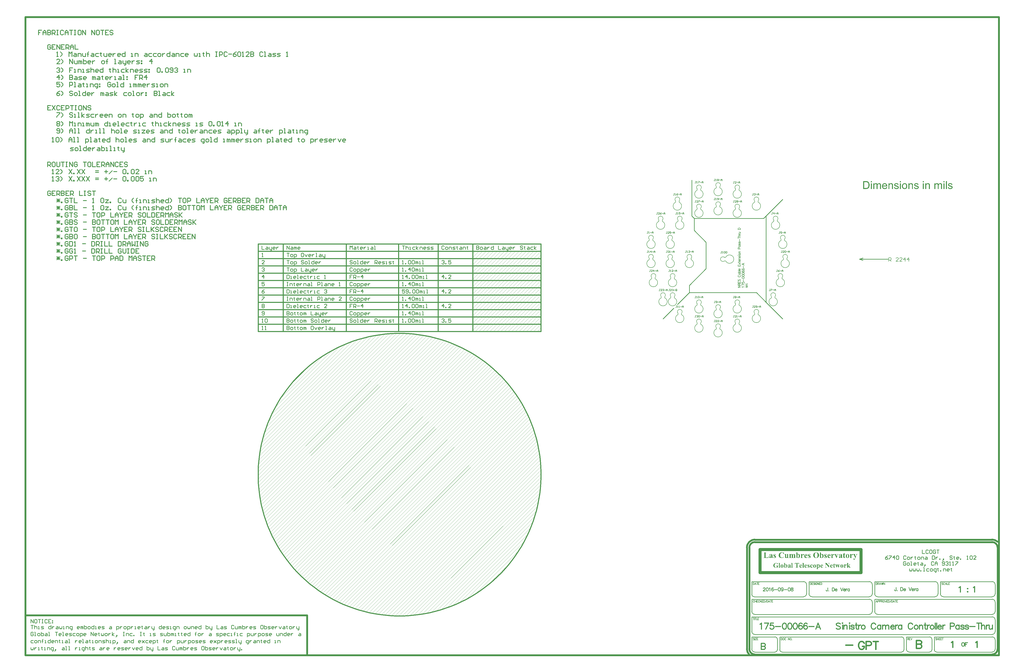
<source format=gto>
G04 Layer_Color=65535*
%FSLAX23Y23*%
%MOIN*%
G70*
G01*
G75*
%ADD10C,0.010*%
%ADD11C,0.030*%
%ADD12C,0.050*%
%ADD13C,0.015*%
%ADD14C,0.001*%
%ADD15C,0.012*%
%ADD16C,0.006*%
%ADD17C,0.024*%
%ADD18C,0.018*%
%ADD19C,0.020*%
%ADD20C,0.016*%
%ADD30C,0.005*%
%ADD31C,0.007*%
G36*
X2767Y1250D02*
X2769Y1249D01*
X2772Y1249D01*
X2774Y1248D01*
X2777Y1248D01*
X2780Y1247D01*
X2780Y1246D01*
X2781Y1246D01*
X2782Y1245D01*
X2784Y1244D01*
X2785Y1243D01*
X2787Y1242D01*
X2789Y1240D01*
X2790Y1239D01*
X2790Y1239D01*
X2791Y1238D01*
X2791Y1237D01*
X2792Y1235D01*
X2793Y1234D01*
X2794Y1232D01*
X2794Y1230D01*
X2795Y1227D01*
Y1227D01*
X2795Y1226D01*
X2795Y1225D01*
X2795Y1224D01*
X2796Y1221D01*
X2796Y1219D01*
X2796Y1216D01*
Y1212D01*
Y1155D01*
X2780D01*
Y1211D01*
Y1211D01*
Y1212D01*
Y1212D01*
Y1213D01*
X2780Y1215D01*
Y1217D01*
X2780Y1219D01*
X2779Y1221D01*
X2779Y1223D01*
X2778Y1225D01*
Y1226D01*
X2778Y1226D01*
X2777Y1227D01*
X2777Y1228D01*
X2776Y1229D01*
X2775Y1231D01*
X2773Y1232D01*
X2772Y1233D01*
X2772Y1233D01*
X2771Y1234D01*
X2770Y1234D01*
X2769Y1235D01*
X2767Y1235D01*
X2765Y1236D01*
X2763Y1236D01*
X2761Y1236D01*
X2760D01*
X2759Y1236D01*
X2757Y1236D01*
X2755Y1235D01*
X2752Y1235D01*
X2749Y1233D01*
X2746Y1232D01*
X2743Y1230D01*
X2743Y1229D01*
X2743Y1229D01*
X2742Y1228D01*
X2742Y1228D01*
X2741Y1227D01*
X2741Y1226D01*
X2740Y1224D01*
X2739Y1223D01*
X2739Y1221D01*
X2738Y1219D01*
X2737Y1217D01*
X2737Y1214D01*
X2737Y1212D01*
X2736Y1209D01*
X2736Y1205D01*
Y1155D01*
X2721D01*
Y1248D01*
X2735D01*
Y1234D01*
X2735Y1235D01*
X2735Y1235D01*
X2736Y1236D01*
X2737Y1237D01*
X2738Y1238D01*
X2739Y1239D01*
X2740Y1241D01*
X2742Y1242D01*
X2744Y1244D01*
X2746Y1245D01*
X2749Y1246D01*
X2751Y1247D01*
X2754Y1248D01*
X2757Y1249D01*
X2761Y1250D01*
X2764Y1250D01*
X2766D01*
X2767Y1250D01*
D02*
G37*
G36*
X3576D02*
X3577D01*
X3578Y1249D01*
X3581Y1249D01*
X3585Y1248D01*
X3588Y1247D01*
X3592Y1245D01*
X3593Y1243D01*
X3595Y1242D01*
X3595Y1242D01*
X3595Y1242D01*
X3595Y1241D01*
X3596Y1241D01*
X3596Y1240D01*
X3597Y1239D01*
X3598Y1238D01*
X3598Y1236D01*
X3599Y1235D01*
X3600Y1233D01*
X3600Y1231D01*
X3601Y1229D01*
X3601Y1227D01*
X3602Y1224D01*
X3602Y1221D01*
Y1218D01*
Y1155D01*
X3586D01*
Y1213D01*
Y1213D01*
Y1214D01*
Y1214D01*
Y1215D01*
Y1216D01*
X3586Y1218D01*
X3586Y1221D01*
X3586Y1223D01*
X3585Y1225D01*
X3585Y1227D01*
Y1227D01*
X3585Y1227D01*
X3584Y1228D01*
X3584Y1229D01*
X3583Y1230D01*
X3582Y1231D01*
X3581Y1232D01*
X3579Y1233D01*
X3579Y1234D01*
X3579Y1234D01*
X3578Y1234D01*
X3577Y1235D01*
X3575Y1235D01*
X3574Y1236D01*
X3572Y1236D01*
X3570Y1236D01*
X3569D01*
X3568Y1236D01*
X3566Y1236D01*
X3564Y1235D01*
X3561Y1234D01*
X3559Y1233D01*
X3556Y1232D01*
X3553Y1229D01*
X3553Y1229D01*
X3553Y1228D01*
X3552Y1227D01*
X3550Y1224D01*
X3550Y1223D01*
X3549Y1222D01*
X3549Y1220D01*
X3548Y1218D01*
X3548Y1216D01*
X3547Y1214D01*
X3547Y1211D01*
Y1209D01*
Y1155D01*
X3531D01*
Y1215D01*
Y1215D01*
Y1216D01*
Y1216D01*
Y1217D01*
X3531Y1219D01*
X3531Y1221D01*
X3530Y1224D01*
X3530Y1226D01*
X3529Y1229D01*
X3528Y1231D01*
X3527Y1231D01*
X3527Y1232D01*
X3526Y1232D01*
X3525Y1233D01*
X3523Y1234D01*
X3521Y1235D01*
X3518Y1236D01*
X3515Y1236D01*
X3514D01*
X3513Y1236D01*
X3511Y1236D01*
X3509Y1235D01*
X3507Y1235D01*
X3505Y1234D01*
X3503Y1233D01*
X3503Y1232D01*
X3502Y1232D01*
X3501Y1231D01*
X3500Y1230D01*
X3498Y1229D01*
X3497Y1227D01*
X3496Y1225D01*
X3494Y1222D01*
X3494Y1222D01*
X3494Y1221D01*
X3494Y1219D01*
X3493Y1217D01*
X3493Y1215D01*
X3492Y1211D01*
X3492Y1207D01*
X3492Y1203D01*
Y1155D01*
X3476D01*
Y1248D01*
X3490D01*
Y1235D01*
X3490Y1235D01*
X3491Y1236D01*
X3492Y1237D01*
X3493Y1239D01*
X3495Y1240D01*
X3497Y1242D01*
X3499Y1244D01*
X3502Y1246D01*
X3502D01*
X3502Y1246D01*
X3503Y1246D01*
X3505Y1247D01*
X3507Y1248D01*
X3509Y1248D01*
X3512Y1249D01*
X3515Y1250D01*
X3518Y1250D01*
X3520D01*
X3522Y1250D01*
X3524Y1249D01*
X3527Y1249D01*
X3530Y1248D01*
X3533Y1247D01*
X3535Y1245D01*
X3536Y1245D01*
X3536Y1245D01*
X3538Y1244D01*
X3539Y1242D01*
X3541Y1241D01*
X3542Y1239D01*
X3544Y1236D01*
X3545Y1233D01*
X3545Y1234D01*
X3545Y1234D01*
X3546Y1235D01*
X3547Y1236D01*
X3548Y1237D01*
X3549Y1239D01*
X3551Y1240D01*
X3552Y1242D01*
X3554Y1243D01*
X3556Y1245D01*
X3559Y1246D01*
X3561Y1247D01*
X3564Y1248D01*
X3567Y1249D01*
X3570Y1250D01*
X3573Y1250D01*
X3575D01*
X3576Y1250D01*
D02*
G37*
G36*
X2571D02*
X2573D01*
X2574Y1249D01*
X2577Y1249D01*
X2580Y1248D01*
X2584Y1247D01*
X2587Y1245D01*
X2589Y1243D01*
X2590Y1242D01*
X2591Y1242D01*
X2591Y1242D01*
X2591Y1241D01*
X2592Y1241D01*
X2592Y1240D01*
X2593Y1239D01*
X2593Y1238D01*
X2594Y1236D01*
X2595Y1235D01*
X2596Y1233D01*
X2596Y1231D01*
X2597Y1229D01*
X2597Y1227D01*
X2598Y1224D01*
X2598Y1221D01*
Y1218D01*
Y1155D01*
X2582D01*
Y1213D01*
Y1213D01*
Y1214D01*
Y1214D01*
Y1215D01*
Y1216D01*
X2582Y1218D01*
X2582Y1221D01*
X2582Y1223D01*
X2581Y1225D01*
X2581Y1227D01*
Y1227D01*
X2580Y1227D01*
X2580Y1228D01*
X2579Y1229D01*
X2579Y1230D01*
X2578Y1231D01*
X2577Y1232D01*
X2575Y1233D01*
X2575Y1234D01*
X2574Y1234D01*
X2574Y1234D01*
X2572Y1235D01*
X2571Y1235D01*
X2569Y1236D01*
X2568Y1236D01*
X2566Y1236D01*
X2565D01*
X2564Y1236D01*
X2562Y1236D01*
X2560Y1235D01*
X2557Y1234D01*
X2555Y1233D01*
X2552Y1232D01*
X2549Y1229D01*
X2549Y1229D01*
X2548Y1228D01*
X2547Y1227D01*
X2546Y1224D01*
X2545Y1223D01*
X2545Y1222D01*
X2544Y1220D01*
X2544Y1218D01*
X2543Y1216D01*
X2543Y1214D01*
X2543Y1211D01*
Y1209D01*
Y1155D01*
X2527D01*
Y1215D01*
Y1215D01*
Y1216D01*
Y1216D01*
Y1217D01*
X2527Y1219D01*
X2527Y1221D01*
X2526Y1224D01*
X2525Y1226D01*
X2525Y1229D01*
X2523Y1231D01*
X2523Y1231D01*
X2523Y1232D01*
X2522Y1232D01*
X2520Y1233D01*
X2519Y1234D01*
X2516Y1235D01*
X2514Y1236D01*
X2511Y1236D01*
X2510D01*
X2508Y1236D01*
X2507Y1236D01*
X2505Y1235D01*
X2503Y1235D01*
X2501Y1234D01*
X2498Y1233D01*
X2498Y1232D01*
X2497Y1232D01*
X2496Y1231D01*
X2495Y1230D01*
X2494Y1229D01*
X2493Y1227D01*
X2491Y1225D01*
X2490Y1222D01*
X2490Y1222D01*
X2490Y1221D01*
X2489Y1219D01*
X2489Y1217D01*
X2488Y1215D01*
X2488Y1211D01*
X2488Y1207D01*
X2488Y1203D01*
Y1155D01*
X2472D01*
Y1248D01*
X2486D01*
Y1235D01*
X2486Y1235D01*
X2487Y1236D01*
X2488Y1237D01*
X2489Y1239D01*
X2491Y1240D01*
X2493Y1242D01*
X2495Y1244D01*
X2498Y1246D01*
X2498D01*
X2498Y1246D01*
X2499Y1246D01*
X2500Y1247D01*
X2502Y1248D01*
X2505Y1248D01*
X2508Y1249D01*
X2511Y1250D01*
X2514Y1250D01*
X2516D01*
X2518Y1250D01*
X2520Y1249D01*
X2523Y1249D01*
X2526Y1248D01*
X2528Y1247D01*
X2531Y1245D01*
X2531Y1245D01*
X2532Y1245D01*
X2533Y1244D01*
X2535Y1242D01*
X2536Y1241D01*
X2538Y1239D01*
X2539Y1236D01*
X2540Y1233D01*
X2541Y1234D01*
X2541Y1234D01*
X2542Y1235D01*
X2542Y1236D01*
X2544Y1237D01*
X2545Y1239D01*
X2546Y1240D01*
X2548Y1242D01*
X2550Y1243D01*
X2552Y1245D01*
X2555Y1246D01*
X2557Y1247D01*
X2560Y1248D01*
X2563Y1249D01*
X2566Y1250D01*
X2569Y1250D01*
X2570D01*
X2571Y1250D01*
D02*
G37*
G36*
X3095D02*
X3098Y1249D01*
X3100Y1249D01*
X3103Y1248D01*
X3105Y1248D01*
X3108Y1247D01*
X3108Y1246D01*
X3109Y1246D01*
X3110Y1245D01*
X3112Y1244D01*
X3114Y1243D01*
X3115Y1242D01*
X3117Y1240D01*
X3118Y1239D01*
X3119Y1239D01*
X3119Y1238D01*
X3120Y1237D01*
X3120Y1235D01*
X3121Y1234D01*
X3122Y1232D01*
X3123Y1230D01*
X3123Y1227D01*
Y1227D01*
X3123Y1226D01*
X3124Y1225D01*
X3124Y1224D01*
X3124Y1221D01*
X3124Y1219D01*
X3124Y1216D01*
Y1212D01*
Y1155D01*
X3109D01*
Y1211D01*
Y1211D01*
Y1212D01*
Y1212D01*
Y1213D01*
X3108Y1215D01*
Y1217D01*
X3108Y1219D01*
X3108Y1221D01*
X3107Y1223D01*
X3107Y1225D01*
Y1226D01*
X3106Y1226D01*
X3106Y1227D01*
X3105Y1228D01*
X3104Y1229D01*
X3103Y1231D01*
X3102Y1232D01*
X3100Y1233D01*
X3100Y1233D01*
X3099Y1234D01*
X3098Y1234D01*
X3097Y1235D01*
X3095Y1235D01*
X3094Y1236D01*
X3091Y1236D01*
X3089Y1236D01*
X3088D01*
X3088Y1236D01*
X3086Y1236D01*
X3083Y1235D01*
X3081Y1235D01*
X3078Y1233D01*
X3075Y1232D01*
X3072Y1230D01*
X3071Y1229D01*
X3071Y1229D01*
X3071Y1228D01*
X3070Y1228D01*
X3069Y1227D01*
X3069Y1226D01*
X3068Y1224D01*
X3068Y1223D01*
X3067Y1221D01*
X3066Y1219D01*
X3066Y1217D01*
X3065Y1214D01*
X3065Y1212D01*
X3065Y1209D01*
X3065Y1205D01*
Y1155D01*
X3049D01*
Y1248D01*
X3063D01*
Y1234D01*
X3063Y1235D01*
X3064Y1235D01*
X3064Y1236D01*
X3065Y1237D01*
X3066Y1238D01*
X3067Y1239D01*
X3069Y1241D01*
X3071Y1242D01*
X3073Y1244D01*
X3075Y1245D01*
X3077Y1246D01*
X3080Y1247D01*
X3083Y1248D01*
X3086Y1249D01*
X3089Y1250D01*
X3092Y1250D01*
X3094D01*
X3095Y1250D01*
D02*
G37*
G36*
X1144Y-5065D02*
Y-5065D01*
Y-5065D01*
Y-5066D01*
X1144Y-5067D01*
X1144Y-5068D01*
X1144Y-5069D01*
X1144Y-5070D01*
X1145Y-5071D01*
X1145Y-5072D01*
X1145Y-5072D01*
X1145Y-5072D01*
X1146Y-5072D01*
X1146Y-5073D01*
X1147Y-5073D01*
X1148Y-5073D01*
X1149Y-5073D01*
X1150Y-5074D01*
Y-5076D01*
X1122D01*
Y-5074D01*
X1123D01*
X1123Y-5073D01*
X1124Y-5073D01*
X1125Y-5073D01*
X1126Y-5073D01*
X1126Y-5072D01*
X1127Y-5072D01*
X1127Y-5071D01*
X1127Y-5071D01*
X1128Y-5071D01*
X1128Y-5070D01*
X1128Y-5069D01*
X1128Y-5068D01*
X1128Y-5067D01*
Y-5065D01*
Y-5012D01*
Y-5011D01*
Y-5011D01*
Y-5011D01*
X1128Y-5010D01*
X1128Y-5009D01*
X1128Y-5007D01*
X1128Y-5006D01*
X1127Y-5005D01*
X1127Y-5005D01*
X1127Y-5005D01*
X1127Y-5004D01*
X1126Y-5004D01*
X1126Y-5004D01*
X1125Y-5004D01*
X1124Y-5003D01*
X1123Y-5003D01*
X1122Y-5003D01*
Y-5001D01*
X1144D01*
Y-5065D01*
D02*
G37*
G36*
X1329D02*
Y-5065D01*
Y-5065D01*
Y-5066D01*
X1329Y-5067D01*
X1329Y-5068D01*
X1329Y-5069D01*
X1329Y-5070D01*
X1329Y-5071D01*
X1330Y-5072D01*
X1330Y-5072D01*
X1330Y-5072D01*
X1330Y-5072D01*
X1331Y-5073D01*
X1332Y-5073D01*
X1332Y-5073D01*
X1334Y-5073D01*
X1335Y-5074D01*
Y-5076D01*
X1307D01*
Y-5074D01*
X1307D01*
X1308Y-5073D01*
X1309Y-5073D01*
X1310Y-5073D01*
X1311Y-5073D01*
X1311Y-5072D01*
X1312Y-5072D01*
X1312Y-5071D01*
X1312Y-5071D01*
X1312Y-5071D01*
X1313Y-5070D01*
X1313Y-5069D01*
X1313Y-5068D01*
X1313Y-5067D01*
Y-5065D01*
Y-5012D01*
Y-5011D01*
Y-5011D01*
Y-5011D01*
X1313Y-5010D01*
X1313Y-5009D01*
X1313Y-5007D01*
X1313Y-5006D01*
X1312Y-5005D01*
X1312Y-5005D01*
X1312Y-5005D01*
X1312Y-5004D01*
X1311Y-5004D01*
X1311Y-5004D01*
X1310Y-5004D01*
X1309Y-5003D01*
X1308Y-5003D01*
X1307Y-5003D01*
Y-5001D01*
X1329D01*
Y-5065D01*
D02*
G37*
G36*
X2059Y-5050D02*
X2071Y-5038D01*
X2072Y-5038D01*
X2072Y-5038D01*
X2073Y-5037D01*
X2073Y-5036D01*
X2074Y-5035D01*
X2075Y-5035D01*
X2076Y-5034D01*
X2076Y-5033D01*
Y-5033D01*
X2076Y-5033D01*
X2076Y-5033D01*
X2077Y-5032D01*
X2077Y-5031D01*
X2077Y-5030D01*
Y-5030D01*
Y-5030D01*
X2077Y-5029D01*
X2076Y-5028D01*
X2076Y-5028D01*
X2076Y-5028D01*
X2076D01*
X2076Y-5027D01*
X2075Y-5027D01*
X2075Y-5027D01*
X2074Y-5027D01*
X2073Y-5026D01*
X2072Y-5026D01*
X2071Y-5026D01*
Y-5024D01*
X2094D01*
Y-5026D01*
X2094D01*
X2093Y-5026D01*
X2092Y-5026D01*
X2091Y-5027D01*
X2090Y-5027D01*
X2089Y-5027D01*
X2088Y-5028D01*
X2088Y-5028D01*
X2088Y-5028D01*
X2087Y-5028D01*
X2086Y-5029D01*
X2085Y-5030D01*
X2084Y-5031D01*
X2083Y-5032D01*
X2082Y-5033D01*
X2081Y-5034D01*
X2080Y-5035D01*
X2079Y-5036D01*
X2073Y-5042D01*
X2085Y-5059D01*
X2085Y-5060D01*
X2085Y-5060D01*
X2086Y-5060D01*
X2086Y-5061D01*
X2087Y-5062D01*
X2087Y-5063D01*
X2089Y-5065D01*
X2090Y-5067D01*
X2091Y-5068D01*
X2092Y-5069D01*
X2092Y-5070D01*
X2093Y-5071D01*
X2094Y-5071D01*
X2094Y-5071D01*
X2094Y-5072D01*
X2094Y-5072D01*
X2095Y-5072D01*
X2095Y-5072D01*
X2096Y-5073D01*
X2097Y-5073D01*
X2097Y-5073D01*
X2099Y-5074D01*
Y-5076D01*
X2072D01*
Y-5074D01*
X2072D01*
X2073Y-5073D01*
X2074Y-5073D01*
X2074Y-5073D01*
X2075Y-5073D01*
X2075Y-5073D01*
X2075Y-5072D01*
X2075Y-5071D01*
Y-5071D01*
Y-5071D01*
X2075Y-5071D01*
X2075Y-5070D01*
X2075Y-5070D01*
X2074Y-5069D01*
X2074Y-5068D01*
X2073Y-5067D01*
X2063Y-5052D01*
X2059Y-5055D01*
Y-5064D01*
Y-5065D01*
Y-5065D01*
Y-5065D01*
Y-5065D01*
X2059Y-5066D01*
Y-5068D01*
X2060Y-5069D01*
X2060Y-5070D01*
X2060Y-5071D01*
X2060Y-5071D01*
X2060Y-5072D01*
X2061Y-5072D01*
X2061Y-5072D01*
X2061Y-5072D01*
X2061Y-5073D01*
X2062Y-5073D01*
X2063Y-5073D01*
X2064Y-5073D01*
X2065Y-5074D01*
Y-5076D01*
X2038D01*
Y-5074D01*
X2039D01*
X2039Y-5073D01*
X2040Y-5073D01*
X2040Y-5073D01*
X2041Y-5073D01*
X2042Y-5073D01*
X2042Y-5072D01*
X2043Y-5071D01*
Y-5071D01*
X2043Y-5071D01*
X2043Y-5071D01*
X2044Y-5070D01*
X2044Y-5069D01*
X2044Y-5068D01*
X2044Y-5066D01*
Y-5065D01*
Y-5064D01*
Y-5012D01*
Y-5012D01*
Y-5012D01*
Y-5011D01*
Y-5011D01*
Y-5010D01*
X2044Y-5009D01*
X2044Y-5008D01*
X2044Y-5006D01*
X2043Y-5005D01*
X2043Y-5005D01*
X2043Y-5005D01*
Y-5005D01*
X2043Y-5005D01*
X2042Y-5004D01*
X2042Y-5004D01*
X2041Y-5004D01*
X2041Y-5003D01*
X2040Y-5003D01*
X2038Y-5003D01*
Y-5001D01*
X2059D01*
Y-5050D01*
D02*
G37*
G36*
X3738Y1250D02*
X3739D01*
X3742Y1249D01*
X3745Y1249D01*
X3748Y1248D01*
X3751Y1248D01*
X3755Y1247D01*
X3755D01*
X3755Y1246D01*
X3756Y1246D01*
X3757Y1245D01*
X3759Y1244D01*
X3761Y1243D01*
X3763Y1242D01*
X3765Y1240D01*
X3767Y1238D01*
X3767Y1238D01*
X3768Y1237D01*
X3768Y1236D01*
X3769Y1234D01*
X3770Y1232D01*
X3771Y1230D01*
X3772Y1227D01*
X3772Y1224D01*
X3757Y1222D01*
Y1222D01*
X3757Y1223D01*
X3756Y1224D01*
X3756Y1226D01*
X3755Y1227D01*
X3754Y1229D01*
X3753Y1231D01*
X3751Y1233D01*
X3751Y1233D01*
X3750Y1233D01*
X3749Y1234D01*
X3747Y1235D01*
X3745Y1235D01*
X3743Y1236D01*
X3740Y1237D01*
X3737Y1237D01*
X3735D01*
X3733Y1237D01*
X3731Y1236D01*
X3728Y1236D01*
X3725Y1235D01*
X3723Y1234D01*
X3721Y1233D01*
X3721Y1233D01*
X3720Y1232D01*
X3720Y1232D01*
X3719Y1231D01*
X3718Y1230D01*
X3717Y1228D01*
X3717Y1227D01*
X3717Y1225D01*
Y1225D01*
Y1224D01*
X3717Y1224D01*
Y1223D01*
X3717Y1221D01*
X3718Y1220D01*
X3718Y1219D01*
X3719Y1219D01*
X3719Y1219D01*
X3719Y1218D01*
X3720Y1218D01*
X3721Y1217D01*
X3722Y1216D01*
X3723Y1216D01*
X3724Y1215D01*
X3725D01*
X3725Y1215D01*
X3726Y1215D01*
X3727Y1214D01*
X3729Y1214D01*
X3730Y1213D01*
X3731Y1213D01*
X3733Y1213D01*
X3735Y1212D01*
X3736Y1212D01*
X3738Y1211D01*
X3739D01*
X3739Y1211D01*
X3740Y1211D01*
X3741Y1210D01*
X3742Y1210D01*
X3744Y1210D01*
X3748Y1209D01*
X3751Y1207D01*
X3755Y1206D01*
X3759Y1205D01*
X3760Y1204D01*
X3762Y1204D01*
X3762Y1204D01*
X3763Y1203D01*
X3764Y1203D01*
X3765Y1202D01*
X3767Y1201D01*
X3769Y1199D01*
X3771Y1198D01*
X3772Y1196D01*
X3772Y1195D01*
X3773Y1195D01*
X3773Y1193D01*
X3774Y1192D01*
X3775Y1190D01*
X3775Y1188D01*
X3776Y1185D01*
X3776Y1182D01*
Y1182D01*
Y1182D01*
Y1181D01*
X3776Y1179D01*
X3775Y1177D01*
X3775Y1175D01*
X3774Y1173D01*
X3773Y1170D01*
X3771Y1167D01*
X3771Y1167D01*
X3770Y1166D01*
X3769Y1165D01*
X3768Y1163D01*
X3766Y1162D01*
X3764Y1160D01*
X3761Y1158D01*
X3758Y1157D01*
X3758D01*
X3758Y1156D01*
X3757Y1156D01*
X3756Y1156D01*
X3755Y1156D01*
X3752Y1155D01*
X3749Y1154D01*
X3746Y1154D01*
X3742Y1153D01*
X3738Y1153D01*
X3737D01*
X3735Y1153D01*
X3734D01*
X3732Y1153D01*
X3730Y1154D01*
X3728Y1154D01*
X3724Y1155D01*
X3719Y1156D01*
X3715Y1158D01*
X3713Y1159D01*
X3711Y1160D01*
X3711Y1160D01*
X3710Y1161D01*
X3710Y1161D01*
X3709Y1162D01*
X3708Y1162D01*
X3708Y1163D01*
X3707Y1165D01*
X3706Y1166D01*
X3705Y1167D01*
X3704Y1169D01*
X3703Y1171D01*
X3702Y1173D01*
X3701Y1175D01*
X3700Y1177D01*
X3699Y1180D01*
X3699Y1183D01*
X3714Y1185D01*
Y1185D01*
Y1185D01*
X3714Y1184D01*
X3715Y1184D01*
X3715Y1182D01*
X3716Y1180D01*
X3717Y1177D01*
X3718Y1175D01*
X3719Y1173D01*
X3721Y1171D01*
X3722Y1171D01*
X3723Y1170D01*
X3724Y1169D01*
X3726Y1168D01*
X3728Y1167D01*
X3731Y1167D01*
X3734Y1166D01*
X3738Y1166D01*
X3740D01*
X3742Y1166D01*
X3744Y1166D01*
X3747Y1167D01*
X3750Y1168D01*
X3752Y1169D01*
X3754Y1170D01*
X3755Y1170D01*
X3755Y1171D01*
X3756Y1172D01*
X3757Y1173D01*
X3758Y1175D01*
X3759Y1176D01*
X3760Y1178D01*
X3760Y1181D01*
Y1181D01*
Y1181D01*
X3760Y1182D01*
X3759Y1184D01*
X3759Y1185D01*
X3758Y1186D01*
X3757Y1188D01*
X3755Y1189D01*
X3755Y1189D01*
X3754Y1189D01*
X3753Y1190D01*
X3752Y1190D01*
X3751Y1191D01*
X3750Y1191D01*
X3748Y1191D01*
X3747Y1192D01*
X3745Y1192D01*
X3743Y1193D01*
X3741Y1194D01*
X3739Y1194D01*
X3739D01*
X3738Y1194D01*
X3737Y1195D01*
X3736Y1195D01*
X3735Y1195D01*
X3733Y1196D01*
X3729Y1197D01*
X3725Y1198D01*
X3721Y1199D01*
X3720Y1200D01*
X3718Y1201D01*
X3716Y1201D01*
X3715Y1202D01*
X3715Y1202D01*
X3714Y1202D01*
X3713Y1203D01*
X3711Y1204D01*
X3710Y1205D01*
X3708Y1207D01*
X3706Y1208D01*
X3705Y1210D01*
X3705Y1211D01*
X3704Y1211D01*
X3704Y1213D01*
X3703Y1214D01*
X3702Y1216D01*
X3702Y1218D01*
X3702Y1220D01*
X3701Y1223D01*
Y1223D01*
Y1224D01*
X3702Y1225D01*
X3702Y1227D01*
X3702Y1228D01*
X3703Y1230D01*
X3703Y1232D01*
X3704Y1234D01*
X3704Y1235D01*
X3705Y1235D01*
X3705Y1236D01*
X3706Y1238D01*
X3707Y1239D01*
X3709Y1240D01*
X3710Y1242D01*
X3712Y1243D01*
X3712Y1243D01*
X3713Y1244D01*
X3713Y1244D01*
X3715Y1245D01*
X3716Y1246D01*
X3718Y1246D01*
X3720Y1247D01*
X3722Y1248D01*
X3722Y1248D01*
X3723Y1248D01*
X3724Y1248D01*
X3726Y1249D01*
X3728Y1249D01*
X3730Y1249D01*
X3733Y1250D01*
X3737D01*
X3738Y1250D01*
D02*
G37*
G36*
X1460Y-5023D02*
X1460D01*
X1461Y-5023D01*
X1463Y-5023D01*
X1465Y-5023D01*
X1467Y-5024D01*
X1469Y-5025D01*
X1471Y-5027D01*
X1471D01*
X1471Y-5027D01*
X1472Y-5027D01*
X1473Y-5028D01*
X1474Y-5029D01*
X1474Y-5030D01*
X1475Y-5032D01*
X1476Y-5034D01*
X1476Y-5035D01*
Y-5035D01*
Y-5036D01*
Y-5036D01*
X1476Y-5037D01*
X1476Y-5037D01*
X1475Y-5038D01*
X1475Y-5039D01*
X1475Y-5040D01*
X1474Y-5041D01*
X1474Y-5041D01*
X1474Y-5041D01*
X1473Y-5041D01*
X1473Y-5041D01*
X1472Y-5042D01*
X1471Y-5042D01*
X1470Y-5042D01*
X1469Y-5042D01*
X1468D01*
X1468Y-5042D01*
X1467Y-5042D01*
X1466Y-5042D01*
X1465Y-5042D01*
X1464Y-5041D01*
X1464Y-5040D01*
X1463Y-5040D01*
X1463Y-5040D01*
X1463Y-5039D01*
X1462Y-5038D01*
X1462Y-5037D01*
X1462Y-5036D01*
X1461Y-5034D01*
X1461Y-5033D01*
Y-5032D01*
X1461Y-5032D01*
X1461Y-5031D01*
X1461Y-5031D01*
X1460Y-5029D01*
X1460Y-5028D01*
X1459Y-5028D01*
X1459Y-5028D01*
X1459Y-5028D01*
X1459Y-5027D01*
X1458Y-5027D01*
X1457Y-5026D01*
X1456Y-5026D01*
X1456D01*
X1455Y-5026D01*
X1455Y-5027D01*
X1454Y-5027D01*
X1453Y-5027D01*
X1453Y-5028D01*
X1452Y-5029D01*
X1452Y-5029D01*
X1451Y-5030D01*
X1451Y-5031D01*
X1451Y-5032D01*
X1450Y-5034D01*
X1449Y-5036D01*
X1449Y-5038D01*
X1449Y-5039D01*
X1449Y-5041D01*
Y-5042D01*
Y-5042D01*
Y-5042D01*
Y-5043D01*
Y-5043D01*
X1449Y-5044D01*
Y-5045D01*
X1449Y-5047D01*
X1450Y-5049D01*
X1450Y-5051D01*
X1451Y-5054D01*
X1451Y-5056D01*
Y-5056D01*
X1451Y-5056D01*
X1452Y-5057D01*
X1452Y-5057D01*
X1452Y-5058D01*
X1453Y-5060D01*
X1454Y-5061D01*
X1455Y-5063D01*
X1456Y-5065D01*
X1458Y-5066D01*
X1458Y-5066D01*
X1458Y-5066D01*
X1459Y-5067D01*
X1460Y-5067D01*
X1461Y-5068D01*
X1462Y-5068D01*
X1463Y-5068D01*
X1465Y-5068D01*
X1465D01*
X1466Y-5068D01*
X1467Y-5068D01*
X1467Y-5068D01*
X1468Y-5068D01*
X1469Y-5067D01*
X1470Y-5067D01*
X1470Y-5067D01*
X1470Y-5067D01*
X1471Y-5066D01*
X1472Y-5066D01*
X1472Y-5065D01*
X1473Y-5064D01*
X1474Y-5063D01*
X1476Y-5062D01*
X1477Y-5064D01*
Y-5064D01*
X1477Y-5064D01*
X1477Y-5064D01*
X1477Y-5065D01*
X1476Y-5066D01*
X1475Y-5067D01*
X1474Y-5069D01*
X1472Y-5071D01*
X1470Y-5072D01*
X1468Y-5074D01*
X1468D01*
X1468Y-5074D01*
X1468Y-5074D01*
X1467Y-5074D01*
X1466Y-5075D01*
X1465Y-5075D01*
X1463Y-5076D01*
X1461Y-5077D01*
X1459Y-5077D01*
X1457Y-5077D01*
X1456D01*
X1456Y-5077D01*
X1455D01*
X1454Y-5077D01*
X1453Y-5077D01*
X1452Y-5076D01*
X1451Y-5076D01*
X1450Y-5076D01*
X1448Y-5075D01*
X1447Y-5075D01*
X1446Y-5074D01*
X1444Y-5073D01*
X1443Y-5072D01*
X1442Y-5071D01*
X1440Y-5069D01*
X1440Y-5069D01*
X1440Y-5069D01*
X1440Y-5069D01*
X1439Y-5068D01*
X1439Y-5067D01*
X1438Y-5066D01*
X1438Y-5065D01*
X1437Y-5064D01*
X1437Y-5063D01*
X1436Y-5061D01*
X1436Y-5060D01*
X1435Y-5058D01*
X1435Y-5056D01*
X1434Y-5055D01*
X1434Y-5053D01*
X1434Y-5051D01*
Y-5051D01*
Y-5050D01*
Y-5050D01*
X1434Y-5049D01*
X1434Y-5048D01*
X1434Y-5047D01*
X1435Y-5046D01*
X1435Y-5044D01*
X1436Y-5042D01*
X1437Y-5038D01*
X1437Y-5037D01*
X1438Y-5035D01*
X1439Y-5034D01*
X1440Y-5032D01*
X1440Y-5032D01*
X1440Y-5032D01*
X1441Y-5031D01*
X1441Y-5031D01*
X1442Y-5030D01*
X1443Y-5029D01*
X1444Y-5028D01*
X1445Y-5027D01*
X1446Y-5026D01*
X1447Y-5025D01*
X1449Y-5025D01*
X1451Y-5024D01*
X1452Y-5023D01*
X1454Y-5023D01*
X1456Y-5023D01*
X1458Y-5022D01*
X1459D01*
X1460Y-5023D01*
D02*
G37*
G36*
X1408D02*
X1409Y-5023D01*
X1410Y-5023D01*
X1412Y-5023D01*
X1413Y-5024D01*
X1414Y-5025D01*
X1415D01*
X1415Y-5025D01*
X1415Y-5025D01*
X1416Y-5025D01*
X1417Y-5025D01*
X1417D01*
X1418Y-5025D01*
X1418Y-5025D01*
X1419Y-5025D01*
X1419Y-5025D01*
X1419Y-5024D01*
X1420Y-5024D01*
X1420Y-5023D01*
X1420Y-5023D01*
X1422D01*
X1423Y-5040D01*
X1421D01*
Y-5040D01*
X1421Y-5040D01*
X1421Y-5040D01*
X1421Y-5039D01*
X1420Y-5038D01*
X1420Y-5038D01*
X1419Y-5036D01*
X1418Y-5034D01*
X1417Y-5032D01*
X1416Y-5031D01*
X1415Y-5030D01*
X1414Y-5030D01*
X1414Y-5029D01*
X1414Y-5029D01*
X1413Y-5029D01*
X1412Y-5028D01*
X1411Y-5028D01*
X1410Y-5027D01*
X1409Y-5027D01*
X1407Y-5027D01*
X1407D01*
X1406Y-5027D01*
X1406Y-5027D01*
X1405Y-5027D01*
X1405Y-5027D01*
X1404Y-5028D01*
X1403Y-5028D01*
X1403Y-5028D01*
X1403Y-5028D01*
X1403Y-5029D01*
X1403Y-5029D01*
X1402Y-5030D01*
X1402Y-5031D01*
X1402Y-5032D01*
Y-5032D01*
Y-5032D01*
X1402Y-5033D01*
X1402Y-5033D01*
X1403Y-5035D01*
X1403Y-5035D01*
X1403Y-5035D01*
X1404Y-5036D01*
X1405Y-5036D01*
X1405Y-5037D01*
X1406Y-5037D01*
X1407Y-5038D01*
X1408Y-5039D01*
X1409Y-5040D01*
X1410Y-5040D01*
X1411Y-5041D01*
X1413Y-5042D01*
X1413Y-5042D01*
X1413Y-5043D01*
X1413Y-5043D01*
X1414Y-5043D01*
X1415Y-5044D01*
X1415Y-5044D01*
X1417Y-5046D01*
X1419Y-5047D01*
X1421Y-5048D01*
X1422Y-5050D01*
X1423Y-5051D01*
X1423Y-5052D01*
X1423Y-5052D01*
X1424Y-5052D01*
X1424Y-5053D01*
X1425Y-5054D01*
X1425Y-5055D01*
X1426Y-5057D01*
X1426Y-5058D01*
X1426Y-5060D01*
Y-5060D01*
Y-5061D01*
X1426Y-5062D01*
X1426Y-5063D01*
X1425Y-5064D01*
X1425Y-5066D01*
X1424Y-5067D01*
X1424Y-5069D01*
X1424Y-5069D01*
X1423Y-5069D01*
X1423Y-5070D01*
X1422Y-5071D01*
X1421Y-5072D01*
X1420Y-5073D01*
X1419Y-5074D01*
X1418Y-5075D01*
X1418Y-5075D01*
X1417Y-5075D01*
X1416Y-5076D01*
X1415Y-5076D01*
X1414Y-5076D01*
X1412Y-5077D01*
X1411Y-5077D01*
X1409Y-5077D01*
X1408D01*
X1408Y-5077D01*
X1406Y-5077D01*
X1405Y-5077D01*
X1403Y-5076D01*
X1401Y-5076D01*
X1399Y-5075D01*
X1399D01*
X1399Y-5075D01*
X1398Y-5075D01*
X1398Y-5074D01*
X1397Y-5074D01*
X1397D01*
X1396Y-5074D01*
X1396Y-5075D01*
X1396Y-5075D01*
X1395Y-5075D01*
X1394Y-5076D01*
X1394Y-5077D01*
X1392D01*
X1391Y-5058D01*
X1393D01*
Y-5058D01*
X1393Y-5059D01*
X1393Y-5059D01*
X1394Y-5060D01*
X1394Y-5060D01*
X1394Y-5061D01*
X1395Y-5062D01*
X1396Y-5064D01*
X1397Y-5066D01*
X1398Y-5068D01*
X1400Y-5069D01*
X1400Y-5069D01*
X1401Y-5070D01*
X1401Y-5070D01*
X1403Y-5071D01*
X1404Y-5072D01*
X1405Y-5072D01*
X1407Y-5073D01*
X1408Y-5073D01*
X1408D01*
X1409Y-5073D01*
X1410Y-5073D01*
X1410Y-5073D01*
X1411Y-5072D01*
X1412Y-5072D01*
X1412Y-5071D01*
X1412Y-5071D01*
X1413Y-5071D01*
X1413Y-5071D01*
X1413Y-5070D01*
X1414Y-5070D01*
X1414Y-5069D01*
X1414Y-5068D01*
X1414Y-5067D01*
Y-5067D01*
Y-5067D01*
X1414Y-5066D01*
X1414Y-5066D01*
X1414Y-5065D01*
X1413Y-5064D01*
X1413Y-5064D01*
X1412Y-5063D01*
X1412Y-5063D01*
X1412Y-5063D01*
X1412Y-5062D01*
X1411Y-5061D01*
X1410Y-5061D01*
X1409Y-5060D01*
X1407Y-5058D01*
X1405Y-5057D01*
X1405Y-5057D01*
X1405Y-5057D01*
X1404Y-5056D01*
X1404Y-5056D01*
X1403Y-5056D01*
X1402Y-5055D01*
X1401Y-5054D01*
X1399Y-5052D01*
X1397Y-5051D01*
X1395Y-5049D01*
X1395Y-5049D01*
X1394Y-5048D01*
Y-5048D01*
X1394Y-5048D01*
X1394Y-5047D01*
X1393Y-5046D01*
X1392Y-5045D01*
X1392Y-5044D01*
X1391Y-5042D01*
X1391Y-5040D01*
X1391Y-5038D01*
Y-5038D01*
Y-5038D01*
Y-5037D01*
X1391Y-5037D01*
X1391Y-5036D01*
X1391Y-5035D01*
X1392Y-5033D01*
X1392Y-5031D01*
X1393Y-5029D01*
X1395Y-5027D01*
Y-5027D01*
X1395Y-5027D01*
X1395Y-5027D01*
X1396Y-5026D01*
X1398Y-5025D01*
X1399Y-5024D01*
X1401Y-5023D01*
X1404Y-5023D01*
X1405Y-5022D01*
X1407D01*
X1408Y-5023D01*
D02*
G37*
G36*
X2027D02*
X2028Y-5023D01*
X2029Y-5023D01*
X2030Y-5023D01*
X2030Y-5024D01*
X2031Y-5024D01*
X2031Y-5025D01*
X2031Y-5025D01*
X2032Y-5025D01*
X2032Y-5026D01*
X2032Y-5027D01*
X2033Y-5027D01*
X2033Y-5029D01*
X2033Y-5030D01*
Y-5030D01*
Y-5030D01*
X2033Y-5031D01*
X2033Y-5032D01*
X2033Y-5033D01*
X2032Y-5034D01*
X2032Y-5035D01*
X2031Y-5036D01*
X2031Y-5036D01*
X2031Y-5036D01*
X2030Y-5036D01*
X2030Y-5037D01*
X2029Y-5037D01*
X2029Y-5037D01*
X2028Y-5037D01*
X2027Y-5038D01*
X2026D01*
X2026Y-5037D01*
X2025Y-5037D01*
X2024Y-5037D01*
X2023Y-5037D01*
X2023Y-5036D01*
X2022Y-5036D01*
X2022Y-5036D01*
X2021Y-5035D01*
X2021Y-5035D01*
X2021Y-5035D01*
X2020Y-5034D01*
X2020Y-5034D01*
X2019Y-5034D01*
X2019Y-5033D01*
X2019Y-5033D01*
X2018Y-5033D01*
X2018Y-5033D01*
X2018D01*
X2017Y-5033D01*
X2017D01*
X2016Y-5034D01*
X2016Y-5034D01*
X2015Y-5034D01*
X2015Y-5035D01*
X2015Y-5035D01*
X2014Y-5035D01*
X2014Y-5036D01*
X2013Y-5037D01*
X2013Y-5037D01*
X2012Y-5039D01*
X2012Y-5040D01*
Y-5040D01*
X2011Y-5040D01*
X2011Y-5040D01*
X2011Y-5041D01*
X2011Y-5042D01*
X2011Y-5043D01*
X2010Y-5045D01*
X2010Y-5047D01*
X2010Y-5049D01*
X2010Y-5052D01*
Y-5063D01*
X2010Y-5066D01*
Y-5067D01*
Y-5067D01*
Y-5068D01*
Y-5068D01*
X2010Y-5070D01*
X2010Y-5070D01*
X2010Y-5071D01*
Y-5071D01*
X2010Y-5071D01*
X2011Y-5071D01*
X2011Y-5072D01*
X2012Y-5073D01*
X2012D01*
X2013Y-5073D01*
X2013Y-5073D01*
X2013Y-5073D01*
X2014Y-5073D01*
X2015Y-5073D01*
X2016Y-5073D01*
X2017Y-5074D01*
Y-5076D01*
X1989D01*
Y-5074D01*
X1989D01*
X1989Y-5073D01*
X1990D01*
X1991Y-5073D01*
X1992Y-5073D01*
X1993Y-5072D01*
X1993Y-5072D01*
X1993Y-5072D01*
X1993Y-5071D01*
X1994Y-5071D01*
X1994Y-5070D01*
X1994Y-5069D01*
X1994Y-5068D01*
X1994Y-5067D01*
X1995Y-5066D01*
Y-5065D01*
Y-5063D01*
Y-5035D01*
Y-5035D01*
Y-5034D01*
Y-5033D01*
X1994Y-5033D01*
Y-5032D01*
X1994Y-5031D01*
X1994Y-5030D01*
X1994Y-5029D01*
Y-5029D01*
X1994Y-5029D01*
X1994Y-5028D01*
X1993Y-5028D01*
X1992Y-5027D01*
X1992Y-5027D01*
X1992Y-5027D01*
X1992Y-5027D01*
X1991Y-5026D01*
X1990Y-5026D01*
X1990Y-5026D01*
X1989Y-5026D01*
Y-5024D01*
X2010D01*
Y-5036D01*
X2010Y-5036D01*
X2010Y-5035D01*
X2010Y-5035D01*
X2011Y-5035D01*
X2011Y-5034D01*
X2012Y-5033D01*
X2013Y-5031D01*
X2014Y-5030D01*
X2016Y-5028D01*
X2017Y-5026D01*
X2018Y-5026D01*
X2019Y-5025D01*
X2019Y-5025D01*
X2019Y-5025D01*
X2020Y-5024D01*
X2021Y-5024D01*
X2022Y-5023D01*
X2023Y-5023D01*
X2025Y-5023D01*
X2026Y-5022D01*
X2027D01*
X2027Y-5023D01*
D02*
G37*
G36*
X2853Y1250D02*
X2854D01*
X2857Y1249D01*
X2860Y1249D01*
X2863Y1248D01*
X2866Y1248D01*
X2870Y1247D01*
X2870D01*
X2870Y1246D01*
X2871Y1246D01*
X2872Y1245D01*
X2874Y1244D01*
X2876Y1243D01*
X2878Y1242D01*
X2880Y1240D01*
X2882Y1238D01*
X2882Y1238D01*
X2883Y1237D01*
X2883Y1236D01*
X2884Y1234D01*
X2885Y1232D01*
X2886Y1230D01*
X2887Y1227D01*
X2887Y1224D01*
X2872Y1222D01*
Y1222D01*
X2872Y1223D01*
X2871Y1224D01*
X2871Y1226D01*
X2870Y1227D01*
X2869Y1229D01*
X2868Y1231D01*
X2866Y1233D01*
X2866Y1233D01*
X2865Y1233D01*
X2864Y1234D01*
X2862Y1235D01*
X2860Y1235D01*
X2858Y1236D01*
X2855Y1237D01*
X2852Y1237D01*
X2850D01*
X2848Y1237D01*
X2846Y1236D01*
X2843Y1236D01*
X2840Y1235D01*
X2838Y1234D01*
X2836Y1233D01*
X2836Y1233D01*
X2835Y1232D01*
X2835Y1232D01*
X2834Y1231D01*
X2833Y1230D01*
X2832Y1228D01*
X2832Y1227D01*
X2832Y1225D01*
Y1225D01*
Y1224D01*
X2832Y1224D01*
Y1223D01*
X2832Y1221D01*
X2833Y1220D01*
X2833Y1219D01*
X2834Y1219D01*
X2834Y1219D01*
X2834Y1218D01*
X2835Y1218D01*
X2836Y1217D01*
X2837Y1216D01*
X2838Y1216D01*
X2839Y1215D01*
X2840D01*
X2840Y1215D01*
X2841Y1215D01*
X2842Y1214D01*
X2844Y1214D01*
X2845Y1213D01*
X2846Y1213D01*
X2848Y1213D01*
X2850Y1212D01*
X2851Y1212D01*
X2853Y1211D01*
X2854D01*
X2854Y1211D01*
X2855Y1211D01*
X2856Y1210D01*
X2857Y1210D01*
X2859Y1210D01*
X2863Y1209D01*
X2866Y1207D01*
X2870Y1206D01*
X2874Y1205D01*
X2875Y1204D01*
X2877Y1204D01*
X2877Y1204D01*
X2878Y1203D01*
X2879Y1203D01*
X2880Y1202D01*
X2882Y1201D01*
X2884Y1199D01*
X2886Y1198D01*
X2887Y1196D01*
X2887Y1195D01*
X2888Y1195D01*
X2888Y1193D01*
X2889Y1192D01*
X2890Y1190D01*
X2890Y1188D01*
X2891Y1185D01*
X2891Y1182D01*
Y1182D01*
Y1182D01*
Y1181D01*
X2891Y1179D01*
X2890Y1177D01*
X2890Y1175D01*
X2889Y1173D01*
X2888Y1170D01*
X2886Y1167D01*
X2886Y1167D01*
X2885Y1166D01*
X2884Y1165D01*
X2883Y1163D01*
X2881Y1162D01*
X2879Y1160D01*
X2876Y1158D01*
X2873Y1157D01*
X2873D01*
X2873Y1156D01*
X2872Y1156D01*
X2871Y1156D01*
X2870Y1156D01*
X2867Y1155D01*
X2864Y1154D01*
X2861Y1154D01*
X2857Y1153D01*
X2853Y1153D01*
X2852D01*
X2850Y1153D01*
X2849D01*
X2847Y1153D01*
X2845Y1154D01*
X2843Y1154D01*
X2839Y1155D01*
X2834Y1156D01*
X2830Y1158D01*
X2828Y1159D01*
X2826Y1160D01*
X2826Y1160D01*
X2825Y1161D01*
X2825Y1161D01*
X2824Y1162D01*
X2823Y1162D01*
X2823Y1163D01*
X2822Y1165D01*
X2821Y1166D01*
X2820Y1167D01*
X2819Y1169D01*
X2818Y1171D01*
X2817Y1173D01*
X2816Y1175D01*
X2815Y1177D01*
X2814Y1180D01*
X2814Y1183D01*
X2829Y1185D01*
Y1185D01*
Y1185D01*
X2829Y1184D01*
X2830Y1184D01*
X2830Y1182D01*
X2831Y1180D01*
X2832Y1177D01*
X2833Y1175D01*
X2834Y1173D01*
X2836Y1171D01*
X2837Y1171D01*
X2838Y1170D01*
X2839Y1169D01*
X2841Y1168D01*
X2843Y1167D01*
X2846Y1167D01*
X2849Y1166D01*
X2853Y1166D01*
X2855D01*
X2857Y1166D01*
X2859Y1166D01*
X2862Y1167D01*
X2865Y1168D01*
X2867Y1169D01*
X2869Y1170D01*
X2870Y1170D01*
X2870Y1171D01*
X2871Y1172D01*
X2872Y1173D01*
X2873Y1175D01*
X2874Y1176D01*
X2875Y1178D01*
X2875Y1181D01*
Y1181D01*
Y1181D01*
X2875Y1182D01*
X2874Y1184D01*
X2874Y1185D01*
X2873Y1186D01*
X2872Y1188D01*
X2870Y1189D01*
X2870Y1189D01*
X2869Y1189D01*
X2868Y1190D01*
X2867Y1190D01*
X2866Y1191D01*
X2865Y1191D01*
X2863Y1191D01*
X2862Y1192D01*
X2860Y1192D01*
X2858Y1193D01*
X2856Y1194D01*
X2854Y1194D01*
X2854D01*
X2853Y1194D01*
X2852Y1195D01*
X2851Y1195D01*
X2850Y1195D01*
X2848Y1196D01*
X2844Y1197D01*
X2840Y1198D01*
X2836Y1199D01*
X2835Y1200D01*
X2833Y1201D01*
X2831Y1201D01*
X2830Y1202D01*
X2830Y1202D01*
X2829Y1202D01*
X2828Y1203D01*
X2826Y1204D01*
X2825Y1205D01*
X2823Y1207D01*
X2821Y1208D01*
X2820Y1210D01*
X2820Y1211D01*
X2819Y1211D01*
X2819Y1213D01*
X2818Y1214D01*
X2817Y1216D01*
X2817Y1218D01*
X2817Y1220D01*
X2816Y1223D01*
Y1223D01*
Y1224D01*
X2817Y1225D01*
X2817Y1227D01*
X2817Y1228D01*
X2818Y1230D01*
X2818Y1232D01*
X2819Y1234D01*
X2819Y1235D01*
X2820Y1235D01*
X2820Y1236D01*
X2821Y1238D01*
X2822Y1239D01*
X2824Y1240D01*
X2825Y1242D01*
X2827Y1243D01*
X2827Y1243D01*
X2828Y1244D01*
X2828Y1244D01*
X2830Y1245D01*
X2831Y1246D01*
X2833Y1246D01*
X2835Y1247D01*
X2837Y1248D01*
X2837Y1248D01*
X2838Y1248D01*
X2839Y1248D01*
X2841Y1249D01*
X2843Y1249D01*
X2845Y1249D01*
X2848Y1250D01*
X2852D01*
X2853Y1250D01*
D02*
G37*
G36*
X3182D02*
X3183D01*
X3185Y1249D01*
X3188Y1249D01*
X3191Y1248D01*
X3195Y1248D01*
X3198Y1247D01*
X3198D01*
X3198Y1246D01*
X3199Y1246D01*
X3201Y1245D01*
X3202Y1244D01*
X3204Y1243D01*
X3206Y1242D01*
X3208Y1240D01*
X3210Y1238D01*
X3210Y1238D01*
X3211Y1237D01*
X3211Y1236D01*
X3212Y1234D01*
X3213Y1232D01*
X3214Y1230D01*
X3215Y1227D01*
X3216Y1224D01*
X3200Y1222D01*
Y1222D01*
X3200Y1223D01*
X3200Y1224D01*
X3199Y1226D01*
X3198Y1227D01*
X3197Y1229D01*
X3196Y1231D01*
X3194Y1233D01*
X3194Y1233D01*
X3193Y1233D01*
X3192Y1234D01*
X3190Y1235D01*
X3188Y1235D01*
X3186Y1236D01*
X3183Y1237D01*
X3180Y1237D01*
X3178D01*
X3176Y1237D01*
X3174Y1236D01*
X3171Y1236D01*
X3169Y1235D01*
X3166Y1234D01*
X3164Y1233D01*
X3164Y1233D01*
X3164Y1232D01*
X3163Y1232D01*
X3162Y1231D01*
X3161Y1230D01*
X3160Y1228D01*
X3160Y1227D01*
X3160Y1225D01*
Y1225D01*
Y1224D01*
X3160Y1224D01*
Y1223D01*
X3161Y1221D01*
X3161Y1220D01*
X3162Y1219D01*
X3162Y1219D01*
X3162Y1219D01*
X3162Y1218D01*
X3163Y1218D01*
X3164Y1217D01*
X3165Y1216D01*
X3166Y1216D01*
X3168Y1215D01*
X3168D01*
X3168Y1215D01*
X3169Y1215D01*
X3170Y1214D01*
X3172Y1214D01*
X3173Y1213D01*
X3175Y1213D01*
X3176Y1213D01*
X3178Y1212D01*
X3180Y1212D01*
X3182Y1211D01*
X3182D01*
X3182Y1211D01*
X3183Y1211D01*
X3184Y1210D01*
X3186Y1210D01*
X3187Y1210D01*
X3191Y1209D01*
X3195Y1207D01*
X3198Y1206D01*
X3202Y1205D01*
X3203Y1204D01*
X3205Y1204D01*
X3205Y1204D01*
X3206Y1203D01*
X3207Y1203D01*
X3209Y1202D01*
X3210Y1201D01*
X3212Y1199D01*
X3214Y1198D01*
X3215Y1196D01*
X3215Y1195D01*
X3216Y1195D01*
X3216Y1193D01*
X3217Y1192D01*
X3218Y1190D01*
X3218Y1188D01*
X3219Y1185D01*
X3219Y1182D01*
Y1182D01*
Y1182D01*
Y1181D01*
X3219Y1179D01*
X3219Y1177D01*
X3218Y1175D01*
X3217Y1173D01*
X3216Y1170D01*
X3214Y1167D01*
X3214Y1167D01*
X3214Y1166D01*
X3212Y1165D01*
X3211Y1163D01*
X3209Y1162D01*
X3207Y1160D01*
X3204Y1158D01*
X3201Y1157D01*
X3201D01*
X3201Y1156D01*
X3200Y1156D01*
X3200Y1156D01*
X3198Y1156D01*
X3195Y1155D01*
X3193Y1154D01*
X3189Y1154D01*
X3186Y1153D01*
X3182Y1153D01*
X3180D01*
X3179Y1153D01*
X3177D01*
X3175Y1153D01*
X3173Y1154D01*
X3171Y1154D01*
X3167Y1155D01*
X3162Y1156D01*
X3158Y1158D01*
X3156Y1159D01*
X3154Y1160D01*
X3154Y1160D01*
X3154Y1161D01*
X3153Y1161D01*
X3152Y1162D01*
X3152Y1162D01*
X3151Y1163D01*
X3150Y1165D01*
X3149Y1166D01*
X3148Y1167D01*
X3147Y1169D01*
X3146Y1171D01*
X3145Y1173D01*
X3144Y1175D01*
X3143Y1177D01*
X3142Y1180D01*
X3142Y1183D01*
X3157Y1185D01*
Y1185D01*
Y1185D01*
X3158Y1184D01*
X3158Y1184D01*
X3158Y1182D01*
X3159Y1180D01*
X3160Y1177D01*
X3161Y1175D01*
X3163Y1173D01*
X3165Y1171D01*
X3165Y1171D01*
X3166Y1170D01*
X3167Y1169D01*
X3169Y1168D01*
X3171Y1167D01*
X3174Y1167D01*
X3178Y1166D01*
X3181Y1166D01*
X3183D01*
X3185Y1166D01*
X3188Y1166D01*
X3190Y1167D01*
X3193Y1168D01*
X3195Y1169D01*
X3198Y1170D01*
X3198Y1170D01*
X3198Y1171D01*
X3199Y1172D01*
X3200Y1173D01*
X3201Y1175D01*
X3202Y1176D01*
X3203Y1178D01*
X3203Y1181D01*
Y1181D01*
Y1181D01*
X3203Y1182D01*
X3202Y1184D01*
X3202Y1185D01*
X3201Y1186D01*
X3200Y1188D01*
X3198Y1189D01*
X3198Y1189D01*
X3198Y1189D01*
X3197Y1190D01*
X3195Y1190D01*
X3194Y1191D01*
X3193Y1191D01*
X3192Y1191D01*
X3190Y1192D01*
X3188Y1192D01*
X3186Y1193D01*
X3184Y1194D01*
X3182Y1194D01*
X3182D01*
X3181Y1194D01*
X3180Y1195D01*
X3179Y1195D01*
X3178Y1195D01*
X3176Y1196D01*
X3173Y1197D01*
X3169Y1198D01*
X3165Y1199D01*
X3163Y1200D01*
X3161Y1201D01*
X3159Y1201D01*
X3158Y1202D01*
X3158Y1202D01*
X3157Y1202D01*
X3156Y1203D01*
X3154Y1204D01*
X3153Y1205D01*
X3151Y1207D01*
X3149Y1208D01*
X3148Y1210D01*
X3148Y1211D01*
X3147Y1211D01*
X3147Y1213D01*
X3146Y1214D01*
X3146Y1216D01*
X3145Y1218D01*
X3145Y1220D01*
X3145Y1223D01*
Y1223D01*
Y1224D01*
X3145Y1225D01*
X3145Y1227D01*
X3145Y1228D01*
X3146Y1230D01*
X3146Y1232D01*
X3147Y1234D01*
X3148Y1235D01*
X3148Y1235D01*
X3149Y1236D01*
X3149Y1238D01*
X3151Y1239D01*
X3152Y1240D01*
X3153Y1242D01*
X3155Y1243D01*
X3155Y1243D01*
X3156Y1244D01*
X3157Y1244D01*
X3158Y1245D01*
X3159Y1246D01*
X3161Y1246D01*
X3163Y1247D01*
X3165Y1248D01*
X3165Y1248D01*
X3166Y1248D01*
X3167Y1248D01*
X3169Y1249D01*
X3171Y1249D01*
X3174Y1249D01*
X3176Y1250D01*
X3181D01*
X3182Y1250D01*
D02*
G37*
G36*
X1927Y-5026D02*
X1927D01*
X1927Y-5026D01*
X1926Y-5026D01*
X1926Y-5026D01*
X1924Y-5027D01*
X1923Y-5028D01*
X1923Y-5028D01*
X1923Y-5028D01*
X1922Y-5029D01*
X1922Y-5029D01*
X1921Y-5031D01*
X1921Y-5032D01*
X1920Y-5033D01*
X1920Y-5034D01*
X1920Y-5035D01*
X1919Y-5036D01*
X1905Y-5077D01*
X1901D01*
X1887Y-5039D01*
X1874Y-5077D01*
X1871D01*
X1857Y-5040D01*
Y-5040D01*
X1857Y-5039D01*
X1857Y-5039D01*
X1856Y-5038D01*
X1856Y-5038D01*
X1856Y-5037D01*
X1855Y-5035D01*
X1854Y-5033D01*
X1853Y-5031D01*
X1853Y-5030D01*
X1852Y-5029D01*
X1852Y-5029D01*
X1852Y-5028D01*
X1851Y-5028D01*
X1851Y-5028D01*
X1851Y-5028D01*
X1850Y-5027D01*
X1849Y-5027D01*
X1849Y-5026D01*
X1848Y-5026D01*
Y-5024D01*
X1874D01*
Y-5026D01*
X1873D01*
X1872Y-5026D01*
X1871Y-5026D01*
X1870Y-5027D01*
X1870Y-5027D01*
X1870Y-5027D01*
X1870Y-5027D01*
X1869Y-5028D01*
X1869Y-5029D01*
Y-5029D01*
X1869Y-5029D01*
X1869Y-5030D01*
X1869Y-5030D01*
X1870Y-5031D01*
X1870Y-5033D01*
X1871Y-5034D01*
X1878Y-5054D01*
X1886Y-5034D01*
X1885Y-5033D01*
X1885Y-5033D01*
X1885Y-5032D01*
X1884Y-5032D01*
X1884Y-5031D01*
X1884Y-5030D01*
X1883Y-5029D01*
X1883Y-5028D01*
X1882Y-5028D01*
X1882Y-5028D01*
X1882Y-5027D01*
X1882Y-5027D01*
X1881Y-5027D01*
X1881Y-5027D01*
X1880Y-5027D01*
X1879Y-5026D01*
X1878Y-5026D01*
Y-5024D01*
X1905D01*
Y-5026D01*
X1904D01*
X1904Y-5026D01*
X1903Y-5026D01*
X1902Y-5027D01*
X1901Y-5027D01*
X1901Y-5027D01*
X1901Y-5027D01*
X1900Y-5027D01*
X1900Y-5028D01*
X1900Y-5029D01*
Y-5029D01*
Y-5029D01*
X1900Y-5030D01*
X1900Y-5030D01*
X1900Y-5031D01*
X1901Y-5032D01*
X1901Y-5033D01*
X1901Y-5034D01*
X1909Y-5054D01*
X1915Y-5036D01*
X1916Y-5036D01*
X1916Y-5035D01*
X1916Y-5035D01*
X1916Y-5034D01*
X1917Y-5032D01*
X1917Y-5031D01*
X1917Y-5030D01*
Y-5030D01*
Y-5030D01*
Y-5030D01*
X1917Y-5029D01*
X1916Y-5028D01*
X1916Y-5028D01*
X1916Y-5027D01*
X1916Y-5027D01*
X1915Y-5027D01*
X1915Y-5027D01*
X1914Y-5027D01*
X1914Y-5026D01*
X1913Y-5026D01*
X1912Y-5026D01*
Y-5024D01*
X1927D01*
Y-5026D01*
D02*
G37*
G36*
X1756Y-5003D02*
X1756D01*
X1756Y-5003D01*
X1755Y-5003D01*
X1754Y-5003D01*
X1753Y-5004D01*
X1751Y-5004D01*
X1751Y-5004D01*
X1750Y-5004D01*
X1750D01*
X1750Y-5005D01*
X1749Y-5005D01*
X1749Y-5006D01*
X1748Y-5006D01*
X1748Y-5007D01*
X1747Y-5008D01*
Y-5008D01*
X1747Y-5008D01*
X1747Y-5009D01*
X1747Y-5009D01*
X1747Y-5010D01*
X1747Y-5012D01*
X1746Y-5013D01*
Y-5015D01*
Y-5077D01*
X1745D01*
X1694Y-5015D01*
Y-5063D01*
Y-5063D01*
Y-5063D01*
Y-5063D01*
Y-5064D01*
X1694Y-5065D01*
X1695Y-5066D01*
X1695Y-5068D01*
X1695Y-5069D01*
X1696Y-5070D01*
X1697Y-5071D01*
X1697Y-5071D01*
X1698Y-5072D01*
X1698Y-5072D01*
X1699Y-5072D01*
X1700Y-5073D01*
X1701Y-5073D01*
X1703Y-5073D01*
X1704Y-5074D01*
X1706D01*
Y-5076D01*
X1679D01*
Y-5074D01*
X1680D01*
X1681Y-5073D01*
X1682Y-5073D01*
X1684Y-5073D01*
X1685Y-5073D01*
X1687Y-5072D01*
X1688Y-5071D01*
X1688Y-5071D01*
X1688Y-5071D01*
X1688Y-5070D01*
X1689Y-5069D01*
X1689Y-5068D01*
X1690Y-5066D01*
X1690Y-5065D01*
X1690Y-5063D01*
Y-5010D01*
X1688Y-5008D01*
X1688Y-5008D01*
X1688Y-5007D01*
X1688Y-5007D01*
X1687Y-5006D01*
X1686Y-5005D01*
X1685Y-5004D01*
X1684Y-5004D01*
X1684D01*
X1684Y-5004D01*
X1684Y-5004D01*
X1683Y-5003D01*
X1682Y-5003D01*
X1681Y-5003D01*
X1680Y-5003D01*
X1679Y-5003D01*
Y-5001D01*
X1706D01*
X1742Y-5047D01*
Y-5015D01*
Y-5015D01*
Y-5015D01*
Y-5014D01*
Y-5014D01*
X1742Y-5013D01*
X1742Y-5011D01*
X1742Y-5010D01*
X1742Y-5008D01*
X1741Y-5007D01*
X1740Y-5006D01*
X1740Y-5006D01*
X1740Y-5005D01*
X1739Y-5005D01*
X1738Y-5004D01*
X1737Y-5004D01*
X1736Y-5003D01*
X1734Y-5003D01*
X1732Y-5003D01*
Y-5001D01*
X1756D01*
Y-5003D01*
D02*
G37*
G36*
X937Y-5065D02*
Y-5065D01*
Y-5065D01*
Y-5066D01*
X937Y-5067D01*
X937Y-5068D01*
X937Y-5069D01*
X937Y-5070D01*
X938Y-5071D01*
X938Y-5072D01*
X938Y-5072D01*
X938Y-5072D01*
X939Y-5072D01*
X939Y-5073D01*
X940Y-5073D01*
X941Y-5073D01*
X942Y-5073D01*
X943Y-5074D01*
Y-5076D01*
X915D01*
Y-5074D01*
X916D01*
X916Y-5073D01*
X917Y-5073D01*
X918Y-5073D01*
X919Y-5073D01*
X919Y-5072D01*
X920Y-5072D01*
X920Y-5071D01*
X920Y-5071D01*
X921Y-5071D01*
X921Y-5070D01*
X921Y-5069D01*
X921Y-5068D01*
X921Y-5067D01*
Y-5065D01*
Y-5012D01*
Y-5011D01*
Y-5011D01*
Y-5011D01*
X921Y-5010D01*
X921Y-5009D01*
X921Y-5007D01*
X921Y-5006D01*
X920Y-5005D01*
X920Y-5005D01*
X920Y-5005D01*
X920Y-5004D01*
X919Y-5004D01*
X919Y-5004D01*
X918Y-5004D01*
X917Y-5003D01*
X916Y-5003D01*
X915Y-5003D01*
Y-5001D01*
X937D01*
Y-5065D01*
D02*
G37*
G36*
X3641Y1265D02*
X3625D01*
Y1283D01*
X3641D01*
Y1265D01*
D02*
G37*
G36*
X974Y-5023D02*
X975Y-5023D01*
X976Y-5023D01*
X978Y-5023D01*
X980Y-5024D01*
X982Y-5025D01*
X985Y-5026D01*
X985D01*
X985Y-5026D01*
X985Y-5026D01*
X986Y-5027D01*
X987Y-5027D01*
X988Y-5028D01*
X989Y-5030D01*
X991Y-5032D01*
X992Y-5034D01*
X994Y-5036D01*
Y-5036D01*
X994Y-5036D01*
X994Y-5037D01*
X994Y-5037D01*
X994Y-5038D01*
X994Y-5038D01*
X995Y-5040D01*
X996Y-5042D01*
X996Y-5044D01*
X996Y-5047D01*
X997Y-5050D01*
Y-5050D01*
Y-5050D01*
Y-5051D01*
X996Y-5052D01*
X996Y-5053D01*
X996Y-5054D01*
X996Y-5055D01*
X996Y-5056D01*
X995Y-5059D01*
X994Y-5062D01*
X994Y-5064D01*
X993Y-5065D01*
X992Y-5067D01*
X991Y-5068D01*
X991Y-5068D01*
X991Y-5069D01*
X990Y-5069D01*
X990Y-5070D01*
X989Y-5070D01*
X988Y-5071D01*
X987Y-5072D01*
X986Y-5073D01*
X985Y-5073D01*
X983Y-5074D01*
X982Y-5075D01*
X980Y-5076D01*
X979Y-5076D01*
X977Y-5077D01*
X975Y-5077D01*
X972Y-5077D01*
X972D01*
X971Y-5077D01*
X970D01*
X969Y-5077D01*
X968Y-5077D01*
X967Y-5076D01*
X966Y-5076D01*
X964Y-5076D01*
X963Y-5075D01*
X961Y-5075D01*
X960Y-5074D01*
X959Y-5073D01*
X957Y-5072D01*
X956Y-5070D01*
X955Y-5069D01*
X954Y-5069D01*
X954Y-5069D01*
X954Y-5068D01*
X954Y-5068D01*
X953Y-5067D01*
X953Y-5066D01*
X952Y-5065D01*
X951Y-5064D01*
X951Y-5062D01*
X950Y-5061D01*
X950Y-5059D01*
X949Y-5058D01*
X949Y-5056D01*
X949Y-5054D01*
X948Y-5052D01*
X948Y-5050D01*
Y-5050D01*
Y-5050D01*
Y-5049D01*
X948Y-5048D01*
X949Y-5047D01*
X949Y-5046D01*
X949Y-5045D01*
X949Y-5043D01*
X950Y-5040D01*
X950Y-5039D01*
X951Y-5037D01*
X952Y-5036D01*
X953Y-5034D01*
X954Y-5032D01*
X955Y-5031D01*
X955Y-5031D01*
X955Y-5030D01*
X955Y-5030D01*
X956Y-5029D01*
X957Y-5029D01*
X957Y-5028D01*
X958Y-5027D01*
X959Y-5027D01*
X961Y-5026D01*
X962Y-5025D01*
X963Y-5024D01*
X965Y-5024D01*
X967Y-5023D01*
X968Y-5023D01*
X970Y-5023D01*
X972Y-5022D01*
X973D01*
X974Y-5023D01*
D02*
G37*
G36*
X1024Y-5029D02*
X1025Y-5029D01*
X1025Y-5029D01*
X1025Y-5029D01*
X1026Y-5028D01*
X1026Y-5028D01*
X1027Y-5027D01*
X1028Y-5027D01*
X1029Y-5026D01*
X1031Y-5025D01*
X1033Y-5023D01*
X1034Y-5023D01*
X1036Y-5023D01*
X1037Y-5023D01*
X1039Y-5022D01*
X1040D01*
X1040Y-5023D01*
X1042Y-5023D01*
X1043Y-5023D01*
X1045Y-5024D01*
X1047Y-5025D01*
X1048Y-5026D01*
X1049D01*
X1049Y-5026D01*
X1049Y-5026D01*
X1050Y-5027D01*
X1051Y-5028D01*
X1052Y-5029D01*
X1054Y-5031D01*
X1055Y-5032D01*
X1056Y-5035D01*
Y-5035D01*
X1056Y-5035D01*
X1056Y-5035D01*
X1056Y-5036D01*
X1056Y-5036D01*
X1057Y-5037D01*
X1057Y-5038D01*
X1058Y-5040D01*
X1058Y-5043D01*
X1058Y-5045D01*
X1058Y-5048D01*
Y-5048D01*
Y-5048D01*
Y-5049D01*
Y-5049D01*
X1058Y-5050D01*
X1058Y-5051D01*
X1058Y-5052D01*
X1058Y-5053D01*
X1058Y-5055D01*
X1057Y-5058D01*
X1056Y-5060D01*
X1055Y-5063D01*
Y-5063D01*
X1055Y-5063D01*
X1055Y-5064D01*
X1054Y-5064D01*
X1054Y-5065D01*
X1053Y-5067D01*
X1051Y-5069D01*
X1050Y-5070D01*
X1048Y-5072D01*
X1046Y-5074D01*
X1046D01*
X1046Y-5074D01*
X1046Y-5074D01*
X1045Y-5074D01*
X1045Y-5074D01*
X1044Y-5075D01*
X1042Y-5075D01*
X1040Y-5076D01*
X1038Y-5077D01*
X1036Y-5077D01*
X1033Y-5077D01*
X1033D01*
X1032Y-5077D01*
X1031Y-5077D01*
X1030Y-5077D01*
X1028Y-5077D01*
X1027Y-5076D01*
X1026Y-5076D01*
X1026Y-5076D01*
X1025Y-5076D01*
X1025Y-5075D01*
X1024Y-5075D01*
X1023Y-5074D01*
X1022Y-5074D01*
X1021Y-5073D01*
X1020Y-5072D01*
X1011Y-5077D01*
X1009D01*
Y-5012D01*
Y-5011D01*
Y-5011D01*
Y-5011D01*
Y-5010D01*
Y-5009D01*
X1009Y-5008D01*
X1009Y-5007D01*
X1009Y-5007D01*
X1009Y-5006D01*
Y-5006D01*
X1009Y-5006D01*
X1008Y-5005D01*
X1008Y-5004D01*
X1007Y-5004D01*
X1007Y-5004D01*
X1006Y-5004D01*
X1006Y-5003D01*
X1005Y-5003D01*
X1005Y-5003D01*
X1004Y-5003D01*
X1003Y-5003D01*
Y-5001D01*
X1024D01*
Y-5029D01*
D02*
G37*
G36*
X3303Y1265D02*
X3287D01*
Y1283D01*
X3303D01*
Y1265D01*
D02*
G37*
G36*
X3374Y1250D02*
X3376Y1249D01*
X3378Y1249D01*
X3381Y1248D01*
X3384Y1248D01*
X3386Y1247D01*
X3387Y1246D01*
X3387Y1246D01*
X3389Y1245D01*
X3390Y1244D01*
X3392Y1243D01*
X3394Y1242D01*
X3395Y1240D01*
X3397Y1239D01*
X3397Y1239D01*
X3397Y1238D01*
X3398Y1237D01*
X3399Y1235D01*
X3399Y1234D01*
X3400Y1232D01*
X3401Y1230D01*
X3402Y1227D01*
Y1227D01*
X3402Y1226D01*
X3402Y1225D01*
X3402Y1224D01*
X3402Y1221D01*
X3402Y1219D01*
X3403Y1216D01*
Y1212D01*
Y1155D01*
X3387D01*
Y1211D01*
Y1211D01*
Y1212D01*
Y1212D01*
Y1213D01*
X3387Y1215D01*
Y1217D01*
X3386Y1219D01*
X3386Y1221D01*
X3386Y1223D01*
X3385Y1225D01*
Y1226D01*
X3385Y1226D01*
X3384Y1227D01*
X3383Y1228D01*
X3383Y1229D01*
X3381Y1231D01*
X3380Y1232D01*
X3378Y1233D01*
X3378Y1233D01*
X3378Y1234D01*
X3377Y1234D01*
X3375Y1235D01*
X3374Y1235D01*
X3372Y1236D01*
X3370Y1236D01*
X3368Y1236D01*
X3367D01*
X3366Y1236D01*
X3364Y1236D01*
X3362Y1235D01*
X3359Y1235D01*
X3356Y1233D01*
X3353Y1232D01*
X3350Y1230D01*
X3350Y1229D01*
X3349Y1229D01*
X3349Y1228D01*
X3348Y1228D01*
X3348Y1227D01*
X3347Y1226D01*
X3347Y1224D01*
X3346Y1223D01*
X3345Y1221D01*
X3345Y1219D01*
X3344Y1217D01*
X3344Y1214D01*
X3343Y1212D01*
X3343Y1209D01*
X3343Y1205D01*
Y1155D01*
X3327D01*
Y1248D01*
X3341D01*
Y1234D01*
X3342Y1235D01*
X3342Y1235D01*
X3342Y1236D01*
X3343Y1237D01*
X3344Y1238D01*
X3346Y1239D01*
X3347Y1241D01*
X3349Y1242D01*
X3351Y1244D01*
X3353Y1245D01*
X3355Y1246D01*
X3358Y1247D01*
X3361Y1248D01*
X3364Y1249D01*
X3367Y1250D01*
X3371Y1250D01*
X3372D01*
X3374Y1250D01*
D02*
G37*
G36*
X2448Y1265D02*
X2432D01*
Y1283D01*
X2448D01*
Y1265D01*
D02*
G37*
G36*
X2925D02*
X2910D01*
Y1283D01*
X2925D01*
Y1265D01*
D02*
G37*
G36*
X1284Y-5023D02*
X1284Y-5023D01*
X1285Y-5023D01*
X1287Y-5023D01*
X1289Y-5024D01*
X1290Y-5025D01*
X1291Y-5025D01*
X1292Y-5026D01*
X1294Y-5027D01*
X1295Y-5028D01*
X1296Y-5029D01*
X1296Y-5029D01*
X1296Y-5029D01*
X1296Y-5030D01*
X1297Y-5030D01*
X1297Y-5031D01*
X1298Y-5032D01*
X1298Y-5033D01*
X1299Y-5034D01*
X1299Y-5035D01*
X1300Y-5036D01*
X1300Y-5038D01*
X1301Y-5040D01*
X1301Y-5041D01*
X1302Y-5043D01*
X1302Y-5045D01*
X1302Y-5048D01*
X1274D01*
Y-5048D01*
Y-5048D01*
X1274Y-5049D01*
Y-5049D01*
X1274Y-5050D01*
X1274Y-5051D01*
X1274Y-5052D01*
X1275Y-5054D01*
X1275Y-5056D01*
X1276Y-5059D01*
X1277Y-5062D01*
X1278Y-5063D01*
X1279Y-5064D01*
X1279Y-5064D01*
X1280Y-5065D01*
X1281Y-5066D01*
X1282Y-5066D01*
X1283Y-5067D01*
X1285Y-5068D01*
X1286Y-5069D01*
X1287Y-5069D01*
X1288Y-5069D01*
X1289D01*
X1290Y-5069D01*
X1290Y-5069D01*
X1291Y-5068D01*
X1292Y-5068D01*
X1293Y-5068D01*
X1294Y-5067D01*
X1294Y-5067D01*
X1295Y-5067D01*
X1295Y-5066D01*
X1296Y-5065D01*
X1297Y-5065D01*
X1298Y-5063D01*
X1299Y-5062D01*
X1300Y-5060D01*
X1302Y-5061D01*
Y-5062D01*
X1302Y-5062D01*
X1302Y-5062D01*
X1301Y-5063D01*
X1301Y-5064D01*
X1300Y-5064D01*
X1299Y-5066D01*
X1298Y-5068D01*
X1296Y-5070D01*
X1295Y-5072D01*
X1294Y-5073D01*
X1293Y-5074D01*
X1293D01*
X1292Y-5074D01*
X1292Y-5074D01*
X1292Y-5074D01*
X1291Y-5075D01*
X1289Y-5075D01*
X1288Y-5076D01*
X1286Y-5077D01*
X1283Y-5077D01*
X1281Y-5077D01*
X1281D01*
X1280Y-5077D01*
X1279D01*
X1278Y-5077D01*
X1277Y-5077D01*
X1276Y-5076D01*
X1275Y-5076D01*
X1273Y-5076D01*
X1272Y-5075D01*
X1270Y-5074D01*
X1269Y-5073D01*
X1267Y-5072D01*
X1266Y-5071D01*
X1265Y-5070D01*
X1264Y-5068D01*
Y-5068D01*
X1263Y-5068D01*
X1263Y-5068D01*
X1263Y-5067D01*
X1263Y-5066D01*
X1262Y-5066D01*
X1262Y-5065D01*
X1261Y-5063D01*
X1261Y-5062D01*
X1260Y-5061D01*
X1260Y-5059D01*
X1260Y-5058D01*
X1259Y-5054D01*
X1259Y-5053D01*
X1259Y-5051D01*
Y-5051D01*
Y-5050D01*
Y-5049D01*
X1259Y-5048D01*
X1259Y-5047D01*
X1259Y-5046D01*
X1260Y-5045D01*
X1260Y-5043D01*
X1261Y-5040D01*
X1261Y-5038D01*
X1262Y-5037D01*
X1263Y-5035D01*
X1264Y-5033D01*
X1265Y-5032D01*
X1266Y-5030D01*
X1266Y-5030D01*
X1266Y-5030D01*
X1267Y-5029D01*
X1267Y-5029D01*
X1268Y-5028D01*
X1269Y-5028D01*
X1269Y-5027D01*
X1271Y-5026D01*
X1272Y-5026D01*
X1273Y-5025D01*
X1276Y-5024D01*
X1277Y-5023D01*
X1279Y-5023D01*
X1280Y-5023D01*
X1282Y-5022D01*
X1283D01*
X1284Y-5023D01*
D02*
G37*
G36*
X1958D02*
X1959Y-5023D01*
X1960Y-5023D01*
X1962Y-5023D01*
X1964Y-5024D01*
X1967Y-5025D01*
X1969Y-5026D01*
X1969D01*
X1969Y-5026D01*
X1969Y-5026D01*
X1970Y-5027D01*
X1971Y-5027D01*
X1972Y-5028D01*
X1973Y-5030D01*
X1975Y-5032D01*
X1976Y-5034D01*
X1978Y-5036D01*
Y-5036D01*
X1978Y-5036D01*
X1978Y-5037D01*
X1978Y-5037D01*
X1978Y-5038D01*
X1978Y-5038D01*
X1979Y-5040D01*
X1980Y-5042D01*
X1980Y-5044D01*
X1980Y-5047D01*
X1981Y-5050D01*
Y-5050D01*
Y-5050D01*
Y-5051D01*
X1980Y-5052D01*
X1980Y-5053D01*
X1980Y-5054D01*
X1980Y-5055D01*
X1980Y-5056D01*
X1979Y-5059D01*
X1978Y-5062D01*
X1978Y-5064D01*
X1977Y-5065D01*
X1976Y-5067D01*
X1975Y-5068D01*
X1975Y-5068D01*
X1975Y-5069D01*
X1974Y-5069D01*
X1974Y-5070D01*
X1973Y-5070D01*
X1972Y-5071D01*
X1971Y-5072D01*
X1970Y-5073D01*
X1969Y-5073D01*
X1967Y-5074D01*
X1966Y-5075D01*
X1964Y-5076D01*
X1963Y-5076D01*
X1961Y-5077D01*
X1959Y-5077D01*
X1956Y-5077D01*
X1956D01*
X1955Y-5077D01*
X1955D01*
X1954Y-5077D01*
X1952Y-5077D01*
X1951Y-5076D01*
X1950Y-5076D01*
X1949Y-5076D01*
X1947Y-5075D01*
X1945Y-5075D01*
X1944Y-5074D01*
X1943Y-5073D01*
X1941Y-5072D01*
X1940Y-5070D01*
X1939Y-5069D01*
X1939Y-5069D01*
X1938Y-5069D01*
X1938Y-5068D01*
X1938Y-5068D01*
X1937Y-5067D01*
X1937Y-5066D01*
X1936Y-5065D01*
X1936Y-5064D01*
X1935Y-5062D01*
X1934Y-5061D01*
X1934Y-5059D01*
X1933Y-5058D01*
X1933Y-5056D01*
X1933Y-5054D01*
X1932Y-5052D01*
X1932Y-5050D01*
Y-5050D01*
Y-5050D01*
Y-5049D01*
X1932Y-5048D01*
X1933Y-5047D01*
X1933Y-5046D01*
X1933Y-5045D01*
X1933Y-5043D01*
X1934Y-5040D01*
X1934Y-5039D01*
X1935Y-5037D01*
X1936Y-5036D01*
X1937Y-5034D01*
X1938Y-5032D01*
X1939Y-5031D01*
X1939Y-5031D01*
X1939Y-5030D01*
X1939Y-5030D01*
X1940Y-5029D01*
X1941Y-5029D01*
X1941Y-5028D01*
X1942Y-5027D01*
X1943Y-5027D01*
X1945Y-5026D01*
X1946Y-5025D01*
X1947Y-5024D01*
X1949Y-5024D01*
X1951Y-5023D01*
X1952Y-5023D01*
X1954Y-5023D01*
X1956Y-5022D01*
X1957D01*
X1958Y-5023D01*
D02*
G37*
G36*
X1095D02*
X1096Y-5023D01*
X1097Y-5023D01*
X1099Y-5023D01*
X1101Y-5024D01*
X1103Y-5025D01*
X1105Y-5026D01*
X1105Y-5026D01*
X1105Y-5026D01*
X1106Y-5027D01*
X1107Y-5028D01*
X1108Y-5029D01*
X1109Y-5030D01*
X1110Y-5031D01*
X1110Y-5032D01*
Y-5032D01*
X1110Y-5033D01*
X1111Y-5033D01*
X1111Y-5035D01*
X1111Y-5035D01*
X1111Y-5036D01*
Y-5037D01*
X1111Y-5038D01*
Y-5039D01*
X1111Y-5040D01*
Y-5042D01*
Y-5043D01*
Y-5063D01*
Y-5063D01*
Y-5064D01*
Y-5064D01*
Y-5065D01*
X1111Y-5066D01*
Y-5067D01*
X1111Y-5068D01*
X1111Y-5068D01*
X1111Y-5068D01*
X1112Y-5068D01*
X1112Y-5069D01*
X1112Y-5069D01*
X1112Y-5069D01*
X1113Y-5069D01*
X1113Y-5069D01*
X1114D01*
X1114Y-5069D01*
X1115Y-5069D01*
X1115Y-5068D01*
X1116Y-5068D01*
X1116Y-5067D01*
X1118Y-5069D01*
X1118Y-5069D01*
X1117Y-5069D01*
X1117Y-5070D01*
X1116Y-5071D01*
X1115Y-5072D01*
X1114Y-5073D01*
X1113Y-5074D01*
X1112Y-5075D01*
X1112Y-5075D01*
X1112Y-5075D01*
X1111Y-5075D01*
X1110Y-5075D01*
X1109Y-5076D01*
X1108Y-5076D01*
X1107Y-5076D01*
X1106Y-5076D01*
X1105D01*
X1104Y-5076D01*
X1103Y-5076D01*
X1102Y-5076D01*
X1101Y-5075D01*
X1100Y-5075D01*
X1099Y-5074D01*
X1099Y-5074D01*
X1098Y-5074D01*
X1098Y-5073D01*
X1097Y-5073D01*
X1097Y-5072D01*
X1096Y-5071D01*
X1096Y-5069D01*
X1096Y-5068D01*
X1096Y-5068D01*
X1095Y-5068D01*
X1095Y-5069D01*
X1094Y-5069D01*
X1093Y-5070D01*
X1092Y-5071D01*
X1091Y-5071D01*
X1090Y-5072D01*
X1087Y-5074D01*
X1084Y-5075D01*
X1083Y-5076D01*
X1082Y-5076D01*
X1080Y-5076D01*
X1079Y-5076D01*
X1078D01*
X1077Y-5076D01*
X1076Y-5076D01*
X1075Y-5076D01*
X1074Y-5075D01*
X1073Y-5074D01*
X1071Y-5073D01*
X1071Y-5073D01*
X1071Y-5073D01*
X1070Y-5072D01*
X1070Y-5071D01*
X1069Y-5070D01*
X1069Y-5069D01*
X1069Y-5068D01*
X1068Y-5066D01*
Y-5066D01*
Y-5066D01*
Y-5066D01*
X1069Y-5065D01*
X1069Y-5064D01*
X1069Y-5063D01*
X1070Y-5061D01*
X1071Y-5059D01*
X1072Y-5057D01*
X1073Y-5056D01*
X1073Y-5056D01*
X1074Y-5055D01*
X1074Y-5055D01*
X1074Y-5055D01*
X1074Y-5055D01*
X1075Y-5054D01*
X1076Y-5054D01*
X1077Y-5053D01*
X1078Y-5052D01*
X1079Y-5051D01*
X1081Y-5050D01*
X1083Y-5049D01*
X1085Y-5048D01*
X1087Y-5047D01*
X1090Y-5046D01*
X1093Y-5044D01*
X1096Y-5043D01*
Y-5038D01*
Y-5038D01*
Y-5038D01*
Y-5037D01*
Y-5037D01*
Y-5036D01*
X1096Y-5035D01*
X1095Y-5033D01*
X1095Y-5032D01*
X1095Y-5031D01*
X1095Y-5031D01*
X1095Y-5030D01*
Y-5030D01*
X1095Y-5030D01*
X1094Y-5030D01*
X1094Y-5029D01*
X1093Y-5028D01*
X1093Y-5028D01*
X1092Y-5028D01*
X1092Y-5028D01*
X1092Y-5027D01*
X1091Y-5027D01*
X1090Y-5027D01*
X1089Y-5027D01*
X1088D01*
X1087Y-5027D01*
X1086Y-5027D01*
X1086Y-5027D01*
X1085Y-5027D01*
X1084Y-5028D01*
X1083Y-5028D01*
X1083D01*
X1083Y-5028D01*
X1082Y-5029D01*
X1081Y-5030D01*
X1081Y-5030D01*
X1081Y-5031D01*
Y-5031D01*
X1081Y-5031D01*
X1082Y-5032D01*
X1082Y-5032D01*
X1082Y-5033D01*
X1083Y-5033D01*
X1083Y-5034D01*
X1083Y-5034D01*
X1083Y-5034D01*
X1084Y-5035D01*
X1085Y-5036D01*
X1085Y-5037D01*
X1085Y-5038D01*
Y-5038D01*
Y-5038D01*
X1085Y-5039D01*
X1085Y-5040D01*
X1084Y-5040D01*
X1084Y-5041D01*
X1084Y-5042D01*
X1083Y-5043D01*
X1083Y-5043D01*
X1083Y-5043D01*
X1082Y-5043D01*
X1081Y-5044D01*
X1081Y-5044D01*
X1080Y-5044D01*
X1079Y-5044D01*
X1078Y-5045D01*
X1077D01*
X1076Y-5044D01*
X1076Y-5044D01*
X1075Y-5044D01*
X1074Y-5044D01*
X1073Y-5043D01*
X1072Y-5042D01*
X1072Y-5042D01*
X1071Y-5042D01*
X1071Y-5042D01*
X1071Y-5041D01*
X1070Y-5040D01*
X1070Y-5040D01*
X1070Y-5039D01*
X1069Y-5038D01*
Y-5037D01*
X1070Y-5037D01*
X1070Y-5036D01*
X1070Y-5035D01*
X1070Y-5034D01*
X1071Y-5033D01*
X1072Y-5031D01*
X1073Y-5030D01*
X1073Y-5030D01*
X1073Y-5029D01*
X1074Y-5029D01*
X1075Y-5028D01*
X1076Y-5027D01*
X1078Y-5026D01*
X1079Y-5025D01*
X1081Y-5024D01*
X1081D01*
X1082Y-5024D01*
X1082Y-5024D01*
X1082Y-5024D01*
X1083Y-5024D01*
X1085Y-5023D01*
X1087Y-5023D01*
X1089Y-5023D01*
X1091Y-5023D01*
X1093Y-5022D01*
X1094D01*
X1095Y-5023D01*
D02*
G37*
G36*
X1833Y-5024D02*
X1846D01*
Y-5029D01*
X1833D01*
Y-5061D01*
Y-5061D01*
Y-5062D01*
Y-5063D01*
Y-5064D01*
X1833Y-5065D01*
Y-5066D01*
X1834Y-5066D01*
X1834Y-5067D01*
X1834Y-5067D01*
X1834Y-5068D01*
X1835Y-5068D01*
X1835Y-5069D01*
X1835Y-5069D01*
X1836Y-5070D01*
X1836Y-5070D01*
X1837Y-5070D01*
X1837D01*
X1838Y-5070D01*
X1838Y-5070D01*
X1839Y-5069D01*
X1840Y-5069D01*
X1842Y-5068D01*
X1842Y-5067D01*
X1843Y-5066D01*
X1843Y-5065D01*
X1844Y-5065D01*
X1846Y-5066D01*
Y-5066D01*
X1845Y-5066D01*
X1845Y-5067D01*
X1845Y-5067D01*
X1844Y-5068D01*
X1844Y-5069D01*
X1843Y-5070D01*
X1842Y-5071D01*
X1841Y-5072D01*
X1840Y-5073D01*
X1839Y-5074D01*
X1838Y-5075D01*
X1836Y-5075D01*
X1835Y-5076D01*
X1833Y-5076D01*
X1831Y-5076D01*
X1830D01*
X1829Y-5076D01*
X1828Y-5076D01*
X1827Y-5076D01*
X1825Y-5075D01*
X1824Y-5075D01*
X1823Y-5074D01*
X1823Y-5073D01*
X1822Y-5073D01*
X1822Y-5073D01*
X1821Y-5072D01*
X1820Y-5071D01*
X1820Y-5070D01*
X1819Y-5069D01*
X1818Y-5068D01*
Y-5067D01*
X1818Y-5067D01*
X1818Y-5066D01*
Y-5066D01*
X1818Y-5065D01*
Y-5064D01*
X1818Y-5063D01*
Y-5062D01*
X1818Y-5061D01*
Y-5060D01*
Y-5059D01*
Y-5057D01*
Y-5029D01*
X1811D01*
Y-5028D01*
X1811Y-5027D01*
X1812Y-5027D01*
X1812Y-5027D01*
X1812Y-5027D01*
X1813Y-5026D01*
X1814Y-5026D01*
X1815Y-5024D01*
X1817Y-5023D01*
X1819Y-5021D01*
X1821Y-5019D01*
X1823Y-5017D01*
X1823Y-5017D01*
X1823Y-5017D01*
X1823Y-5017D01*
X1824Y-5016D01*
X1825Y-5015D01*
X1826Y-5014D01*
X1827Y-5012D01*
X1829Y-5010D01*
X1830Y-5008D01*
X1832Y-5005D01*
X1833D01*
Y-5024D01*
D02*
G37*
G36*
X1788Y-5023D02*
X1789Y-5023D01*
X1789Y-5023D01*
X1791Y-5023D01*
X1793Y-5024D01*
X1795Y-5025D01*
X1796Y-5025D01*
X1797Y-5026D01*
X1798Y-5027D01*
X1799Y-5028D01*
X1800Y-5029D01*
X1800Y-5029D01*
X1800Y-5029D01*
X1801Y-5030D01*
X1801Y-5030D01*
X1802Y-5031D01*
X1802Y-5032D01*
X1803Y-5033D01*
X1803Y-5034D01*
X1804Y-5035D01*
X1804Y-5036D01*
X1805Y-5038D01*
X1805Y-5040D01*
X1806Y-5041D01*
X1806Y-5043D01*
X1806Y-5045D01*
X1807Y-5048D01*
X1778D01*
Y-5048D01*
Y-5048D01*
X1778Y-5049D01*
Y-5049D01*
X1778Y-5050D01*
X1779Y-5051D01*
X1779Y-5052D01*
X1779Y-5054D01*
X1780Y-5056D01*
X1781Y-5059D01*
X1782Y-5062D01*
X1783Y-5063D01*
X1784Y-5064D01*
X1784Y-5064D01*
X1784Y-5065D01*
X1785Y-5066D01*
X1786Y-5066D01*
X1788Y-5067D01*
X1789Y-5068D01*
X1791Y-5069D01*
X1792Y-5069D01*
X1793Y-5069D01*
X1793D01*
X1794Y-5069D01*
X1795Y-5069D01*
X1796Y-5068D01*
X1797Y-5068D01*
X1798Y-5068D01*
X1799Y-5067D01*
X1799Y-5067D01*
X1799Y-5067D01*
X1800Y-5066D01*
X1801Y-5065D01*
X1801Y-5065D01*
X1802Y-5063D01*
X1804Y-5062D01*
X1805Y-5060D01*
X1807Y-5061D01*
Y-5062D01*
X1806Y-5062D01*
X1806Y-5062D01*
X1806Y-5063D01*
X1805Y-5064D01*
X1805Y-5064D01*
X1804Y-5066D01*
X1802Y-5068D01*
X1801Y-5070D01*
X1799Y-5072D01*
X1798Y-5073D01*
X1797Y-5074D01*
X1797D01*
X1797Y-5074D01*
X1797Y-5074D01*
X1796Y-5074D01*
X1795Y-5075D01*
X1794Y-5075D01*
X1792Y-5076D01*
X1790Y-5077D01*
X1788Y-5077D01*
X1785Y-5077D01*
X1785D01*
X1784Y-5077D01*
X1784D01*
X1783Y-5077D01*
X1782Y-5077D01*
X1780Y-5076D01*
X1779Y-5076D01*
X1778Y-5076D01*
X1776Y-5075D01*
X1775Y-5074D01*
X1773Y-5073D01*
X1772Y-5072D01*
X1771Y-5071D01*
X1769Y-5070D01*
X1768Y-5068D01*
Y-5068D01*
X1768Y-5068D01*
X1768Y-5068D01*
X1767Y-5067D01*
X1767Y-5066D01*
X1767Y-5066D01*
X1766Y-5065D01*
X1766Y-5063D01*
X1765Y-5062D01*
X1765Y-5061D01*
X1764Y-5059D01*
X1764Y-5058D01*
X1764Y-5054D01*
X1764Y-5053D01*
X1763Y-5051D01*
Y-5051D01*
Y-5050D01*
Y-5049D01*
X1764Y-5048D01*
X1764Y-5047D01*
X1764Y-5046D01*
X1764Y-5045D01*
X1764Y-5043D01*
X1765Y-5040D01*
X1766Y-5038D01*
X1766Y-5037D01*
X1767Y-5035D01*
X1768Y-5033D01*
X1769Y-5032D01*
X1770Y-5030D01*
X1770Y-5030D01*
X1771Y-5030D01*
X1771Y-5029D01*
X1772Y-5029D01*
X1772Y-5028D01*
X1773Y-5028D01*
X1774Y-5027D01*
X1775Y-5026D01*
X1776Y-5026D01*
X1777Y-5025D01*
X1780Y-5024D01*
X1782Y-5023D01*
X1783Y-5023D01*
X1785Y-5023D01*
X1787Y-5022D01*
X1787D01*
X1788Y-5023D01*
D02*
G37*
G36*
X1365D02*
X1366Y-5023D01*
X1366Y-5023D01*
X1368Y-5023D01*
X1370Y-5024D01*
X1371Y-5025D01*
X1373Y-5025D01*
X1374Y-5026D01*
X1375Y-5027D01*
X1376Y-5028D01*
X1377Y-5029D01*
X1377Y-5029D01*
X1377Y-5029D01*
X1378Y-5030D01*
X1378Y-5030D01*
X1379Y-5031D01*
X1379Y-5032D01*
X1380Y-5033D01*
X1380Y-5034D01*
X1381Y-5035D01*
X1381Y-5036D01*
X1382Y-5038D01*
X1382Y-5040D01*
X1383Y-5041D01*
X1383Y-5043D01*
X1383Y-5045D01*
X1383Y-5048D01*
X1355D01*
Y-5048D01*
Y-5048D01*
X1355Y-5049D01*
Y-5049D01*
X1355Y-5050D01*
X1356Y-5051D01*
X1356Y-5052D01*
X1356Y-5054D01*
X1357Y-5056D01*
X1358Y-5059D01*
X1359Y-5062D01*
X1360Y-5063D01*
X1361Y-5064D01*
X1361Y-5064D01*
X1361Y-5065D01*
X1362Y-5066D01*
X1363Y-5066D01*
X1365Y-5067D01*
X1366Y-5068D01*
X1368Y-5069D01*
X1369Y-5069D01*
X1370Y-5069D01*
X1370D01*
X1371Y-5069D01*
X1372Y-5069D01*
X1373Y-5068D01*
X1374Y-5068D01*
X1375Y-5068D01*
X1376Y-5067D01*
X1376Y-5067D01*
X1376Y-5067D01*
X1377Y-5066D01*
X1378Y-5065D01*
X1378Y-5065D01*
X1379Y-5063D01*
X1380Y-5062D01*
X1382Y-5060D01*
X1383Y-5061D01*
Y-5062D01*
X1383Y-5062D01*
X1383Y-5062D01*
X1383Y-5063D01*
X1382Y-5064D01*
X1382Y-5064D01*
X1381Y-5066D01*
X1379Y-5068D01*
X1378Y-5070D01*
X1376Y-5072D01*
X1375Y-5073D01*
X1374Y-5074D01*
X1374D01*
X1374Y-5074D01*
X1374Y-5074D01*
X1373Y-5074D01*
X1372Y-5075D01*
X1371Y-5075D01*
X1369Y-5076D01*
X1367Y-5077D01*
X1365Y-5077D01*
X1362Y-5077D01*
X1362D01*
X1361Y-5077D01*
X1361D01*
X1360Y-5077D01*
X1358Y-5077D01*
X1357Y-5076D01*
X1356Y-5076D01*
X1355Y-5076D01*
X1353Y-5075D01*
X1352Y-5074D01*
X1350Y-5073D01*
X1349Y-5072D01*
X1348Y-5071D01*
X1346Y-5070D01*
X1345Y-5068D01*
Y-5068D01*
X1345Y-5068D01*
X1345Y-5068D01*
X1344Y-5067D01*
X1344Y-5066D01*
X1344Y-5066D01*
X1343Y-5065D01*
X1343Y-5063D01*
X1342Y-5062D01*
X1342Y-5061D01*
X1341Y-5059D01*
X1341Y-5058D01*
X1341Y-5054D01*
X1340Y-5053D01*
X1340Y-5051D01*
Y-5051D01*
Y-5050D01*
Y-5049D01*
X1340Y-5048D01*
X1341Y-5047D01*
X1341Y-5046D01*
X1341Y-5045D01*
X1341Y-5043D01*
X1342Y-5040D01*
X1343Y-5038D01*
X1343Y-5037D01*
X1344Y-5035D01*
X1345Y-5033D01*
X1346Y-5032D01*
X1347Y-5030D01*
X1347Y-5030D01*
X1348Y-5030D01*
X1348Y-5029D01*
X1348Y-5029D01*
X1349Y-5028D01*
X1350Y-5028D01*
X1351Y-5027D01*
X1352Y-5026D01*
X1353Y-5026D01*
X1354Y-5025D01*
X1357Y-5024D01*
X1359Y-5023D01*
X1360Y-5023D01*
X1362Y-5023D01*
X1364Y-5022D01*
X1364D01*
X1365Y-5023D01*
D02*
G37*
G36*
X1510D02*
X1511Y-5023D01*
X1512Y-5023D01*
X1514Y-5023D01*
X1516Y-5024D01*
X1518Y-5025D01*
X1521Y-5026D01*
X1521D01*
X1521Y-5026D01*
X1521Y-5026D01*
X1521Y-5027D01*
X1523Y-5027D01*
X1524Y-5028D01*
X1525Y-5030D01*
X1527Y-5032D01*
X1528Y-5034D01*
X1529Y-5036D01*
Y-5036D01*
X1530Y-5036D01*
X1530Y-5037D01*
X1530Y-5037D01*
X1530Y-5038D01*
X1530Y-5038D01*
X1531Y-5040D01*
X1531Y-5042D01*
X1532Y-5044D01*
X1532Y-5047D01*
X1532Y-5050D01*
Y-5050D01*
Y-5050D01*
Y-5051D01*
X1532Y-5052D01*
X1532Y-5053D01*
X1532Y-5054D01*
X1532Y-5055D01*
X1532Y-5056D01*
X1531Y-5059D01*
X1530Y-5062D01*
X1529Y-5064D01*
X1529Y-5065D01*
X1528Y-5067D01*
X1527Y-5068D01*
X1527Y-5068D01*
X1526Y-5069D01*
X1526Y-5069D01*
X1526Y-5070D01*
X1525Y-5070D01*
X1524Y-5071D01*
X1523Y-5072D01*
X1522Y-5073D01*
X1521Y-5073D01*
X1519Y-5074D01*
X1518Y-5075D01*
X1516Y-5076D01*
X1514Y-5076D01*
X1512Y-5077D01*
X1510Y-5077D01*
X1508Y-5077D01*
X1508D01*
X1507Y-5077D01*
X1506D01*
X1505Y-5077D01*
X1504Y-5077D01*
X1503Y-5076D01*
X1502Y-5076D01*
X1500Y-5076D01*
X1499Y-5075D01*
X1497Y-5075D01*
X1496Y-5074D01*
X1494Y-5073D01*
X1493Y-5072D01*
X1492Y-5070D01*
X1490Y-5069D01*
X1490Y-5069D01*
X1490Y-5069D01*
X1490Y-5068D01*
X1490Y-5068D01*
X1489Y-5067D01*
X1488Y-5066D01*
X1488Y-5065D01*
X1487Y-5064D01*
X1487Y-5062D01*
X1486Y-5061D01*
X1486Y-5059D01*
X1485Y-5058D01*
X1485Y-5056D01*
X1485Y-5054D01*
X1484Y-5052D01*
X1484Y-5050D01*
Y-5050D01*
Y-5050D01*
Y-5049D01*
X1484Y-5048D01*
X1484Y-5047D01*
X1485Y-5046D01*
X1485Y-5045D01*
X1485Y-5043D01*
X1486Y-5040D01*
X1486Y-5039D01*
X1487Y-5037D01*
X1488Y-5036D01*
X1488Y-5034D01*
X1489Y-5032D01*
X1491Y-5031D01*
X1491Y-5031D01*
X1491Y-5030D01*
X1491Y-5030D01*
X1492Y-5029D01*
X1492Y-5029D01*
X1493Y-5028D01*
X1494Y-5027D01*
X1495Y-5027D01*
X1496Y-5026D01*
X1498Y-5025D01*
X1499Y-5024D01*
X1501Y-5024D01*
X1502Y-5023D01*
X1504Y-5023D01*
X1506Y-5023D01*
X1508Y-5022D01*
X1509D01*
X1510Y-5023D01*
D02*
G37*
G36*
X1628D02*
X1629Y-5023D01*
X1630Y-5023D01*
X1632Y-5023D01*
X1634Y-5024D01*
X1635Y-5025D01*
X1636Y-5025D01*
X1637Y-5026D01*
X1638Y-5027D01*
X1639Y-5028D01*
X1640Y-5029D01*
X1641Y-5029D01*
X1641Y-5029D01*
X1641Y-5030D01*
X1641Y-5030D01*
X1642Y-5031D01*
X1642Y-5032D01*
X1643Y-5033D01*
X1643Y-5034D01*
X1644Y-5035D01*
X1645Y-5036D01*
X1645Y-5038D01*
X1646Y-5040D01*
X1646Y-5041D01*
X1646Y-5043D01*
X1647Y-5045D01*
X1647Y-5048D01*
X1618D01*
Y-5048D01*
Y-5048D01*
X1619Y-5049D01*
Y-5049D01*
X1619Y-5050D01*
X1619Y-5051D01*
X1619Y-5052D01*
X1619Y-5054D01*
X1620Y-5056D01*
X1621Y-5059D01*
X1622Y-5062D01*
X1623Y-5063D01*
X1624Y-5064D01*
X1624Y-5064D01*
X1625Y-5065D01*
X1625Y-5066D01*
X1626Y-5066D01*
X1628Y-5067D01*
X1629Y-5068D01*
X1631Y-5069D01*
X1632Y-5069D01*
X1633Y-5069D01*
X1634D01*
X1634Y-5069D01*
X1635Y-5069D01*
X1636Y-5068D01*
X1637Y-5068D01*
X1638Y-5068D01*
X1639Y-5067D01*
X1639Y-5067D01*
X1640Y-5067D01*
X1640Y-5066D01*
X1641Y-5065D01*
X1642Y-5065D01*
X1643Y-5063D01*
X1644Y-5062D01*
X1645Y-5060D01*
X1647Y-5061D01*
Y-5062D01*
X1647Y-5062D01*
X1646Y-5062D01*
X1646Y-5063D01*
X1646Y-5064D01*
X1645Y-5064D01*
X1644Y-5066D01*
X1643Y-5068D01*
X1641Y-5070D01*
X1639Y-5072D01*
X1638Y-5073D01*
X1637Y-5074D01*
X1637D01*
X1637Y-5074D01*
X1637Y-5074D01*
X1637Y-5074D01*
X1635Y-5075D01*
X1634Y-5075D01*
X1632Y-5076D01*
X1630Y-5077D01*
X1628Y-5077D01*
X1626Y-5077D01*
X1625D01*
X1625Y-5077D01*
X1624D01*
X1623Y-5077D01*
X1622Y-5077D01*
X1621Y-5076D01*
X1619Y-5076D01*
X1618Y-5076D01*
X1616Y-5075D01*
X1615Y-5074D01*
X1614Y-5073D01*
X1612Y-5072D01*
X1611Y-5071D01*
X1609Y-5070D01*
X1608Y-5068D01*
Y-5068D01*
X1608Y-5068D01*
X1608Y-5068D01*
X1608Y-5067D01*
X1607Y-5066D01*
X1607Y-5066D01*
X1606Y-5065D01*
X1606Y-5063D01*
X1606Y-5062D01*
X1605Y-5061D01*
X1605Y-5059D01*
X1604Y-5058D01*
X1604Y-5054D01*
X1604Y-5053D01*
X1604Y-5051D01*
Y-5051D01*
Y-5050D01*
Y-5049D01*
X1604Y-5048D01*
X1604Y-5047D01*
X1604Y-5046D01*
X1604Y-5045D01*
X1604Y-5043D01*
X1605Y-5040D01*
X1606Y-5038D01*
X1607Y-5037D01*
X1607Y-5035D01*
X1608Y-5033D01*
X1609Y-5032D01*
X1611Y-5030D01*
X1611Y-5030D01*
X1611Y-5030D01*
X1611Y-5029D01*
X1612Y-5029D01*
X1612Y-5028D01*
X1613Y-5028D01*
X1614Y-5027D01*
X1615Y-5026D01*
X1616Y-5026D01*
X1618Y-5025D01*
X1620Y-5024D01*
X1622Y-5023D01*
X1623Y-5023D01*
X1625Y-5023D01*
X1627Y-5022D01*
X1628D01*
X1628Y-5023D01*
D02*
G37*
G36*
X1575D02*
X1576Y-5023D01*
X1578Y-5023D01*
X1579Y-5023D01*
X1581Y-5024D01*
X1583Y-5025D01*
X1585Y-5026D01*
X1585D01*
X1585Y-5026D01*
X1586Y-5027D01*
X1586Y-5028D01*
X1587Y-5029D01*
X1589Y-5030D01*
X1590Y-5032D01*
X1591Y-5034D01*
X1592Y-5036D01*
Y-5036D01*
X1592Y-5036D01*
X1592Y-5037D01*
X1592Y-5037D01*
X1592Y-5038D01*
X1593Y-5038D01*
X1593Y-5040D01*
X1594Y-5042D01*
X1594Y-5044D01*
X1594Y-5047D01*
X1594Y-5050D01*
Y-5050D01*
Y-5050D01*
Y-5050D01*
Y-5051D01*
X1594Y-5052D01*
Y-5052D01*
X1594Y-5054D01*
X1594Y-5056D01*
X1593Y-5059D01*
X1593Y-5061D01*
X1592Y-5064D01*
Y-5064D01*
X1592Y-5064D01*
X1592Y-5065D01*
X1591Y-5065D01*
X1591Y-5066D01*
X1590Y-5068D01*
X1589Y-5069D01*
X1588Y-5071D01*
X1586Y-5072D01*
X1584Y-5074D01*
X1584Y-5074D01*
X1584Y-5074D01*
X1583Y-5075D01*
X1581Y-5075D01*
X1580Y-5076D01*
X1578Y-5077D01*
X1576Y-5077D01*
X1574Y-5077D01*
X1573D01*
X1572Y-5077D01*
X1571Y-5077D01*
X1570Y-5077D01*
X1569Y-5076D01*
X1567Y-5076D01*
X1566Y-5075D01*
X1566Y-5075D01*
X1566Y-5075D01*
X1565Y-5075D01*
X1564Y-5074D01*
X1563Y-5073D01*
X1562Y-5073D01*
X1561Y-5072D01*
X1560Y-5070D01*
Y-5089D01*
Y-5090D01*
Y-5090D01*
Y-5091D01*
X1560Y-5092D01*
X1561Y-5093D01*
X1561Y-5094D01*
X1561Y-5095D01*
Y-5095D01*
X1561Y-5095D01*
X1561Y-5096D01*
X1562Y-5096D01*
X1563Y-5097D01*
X1563D01*
X1563Y-5097D01*
X1563Y-5097D01*
X1564Y-5097D01*
X1565Y-5098D01*
X1566Y-5098D01*
X1567Y-5098D01*
X1568D01*
Y-5100D01*
X1539D01*
Y-5098D01*
X1539D01*
X1539Y-5098D01*
X1540Y-5098D01*
X1541Y-5097D01*
X1541Y-5097D01*
X1542Y-5097D01*
X1543Y-5096D01*
X1544Y-5096D01*
X1544Y-5096D01*
X1544Y-5095D01*
X1544Y-5095D01*
X1544Y-5094D01*
X1545Y-5094D01*
X1545Y-5092D01*
X1545Y-5091D01*
Y-5089D01*
Y-5035D01*
Y-5035D01*
Y-5035D01*
Y-5034D01*
X1545Y-5033D01*
X1545Y-5032D01*
X1545Y-5031D01*
X1544Y-5030D01*
X1544Y-5029D01*
X1543Y-5028D01*
X1543Y-5028D01*
X1543Y-5028D01*
X1543Y-5027D01*
X1542Y-5027D01*
X1542Y-5027D01*
X1541Y-5026D01*
X1540Y-5026D01*
X1539Y-5026D01*
Y-5024D01*
X1560D01*
Y-5031D01*
X1560Y-5031D01*
X1561Y-5030D01*
X1561Y-5030D01*
X1562Y-5029D01*
X1563Y-5028D01*
X1564Y-5027D01*
X1565Y-5026D01*
X1566Y-5025D01*
X1566Y-5025D01*
X1566Y-5025D01*
X1567Y-5024D01*
X1568Y-5024D01*
X1570Y-5023D01*
X1571Y-5023D01*
X1573Y-5023D01*
X1574Y-5022D01*
X1575D01*
X1575Y-5023D01*
D02*
G37*
G36*
X2209Y-4856D02*
X2209D01*
X2208Y-4856D01*
X2208Y-4856D01*
X2207Y-4857D01*
X2206Y-4857D01*
X2205Y-4857D01*
X2205Y-4858D01*
X2204Y-4859D01*
X2204Y-4859D01*
X2203Y-4859D01*
X2203Y-4860D01*
X2203Y-4860D01*
X2202Y-4861D01*
X2202Y-4862D01*
X2201Y-4863D01*
X2201Y-4864D01*
X2200Y-4865D01*
X2200Y-4867D01*
X2199Y-4868D01*
X2198Y-4870D01*
X2197Y-4872D01*
X2180Y-4918D01*
X2180Y-4918D01*
X2179Y-4919D01*
X2179Y-4920D01*
X2179Y-4921D01*
X2178Y-4922D01*
X2177Y-4924D01*
X2177Y-4925D01*
X2176Y-4927D01*
X2174Y-4931D01*
X2174Y-4933D01*
X2173Y-4934D01*
X2172Y-4936D01*
X2171Y-4937D01*
X2170Y-4938D01*
X2170Y-4939D01*
X2170Y-4939D01*
X2169Y-4940D01*
X2168Y-4941D01*
X2167Y-4942D01*
X2165Y-4943D01*
X2163Y-4944D01*
X2161Y-4945D01*
X2160Y-4945D01*
X2158Y-4945D01*
X2157D01*
X2156Y-4945D01*
X2155Y-4944D01*
X2154Y-4944D01*
X2152Y-4943D01*
X2151Y-4943D01*
X2149Y-4942D01*
X2149Y-4941D01*
X2149Y-4941D01*
X2148Y-4940D01*
X2148Y-4939D01*
X2147Y-4938D01*
X2147Y-4937D01*
X2146Y-4936D01*
X2146Y-4934D01*
Y-4934D01*
Y-4933D01*
X2146Y-4933D01*
X2146Y-4932D01*
X2147Y-4931D01*
X2147Y-4930D01*
X2148Y-4929D01*
X2148Y-4928D01*
X2149Y-4928D01*
X2149Y-4927D01*
X2149Y-4927D01*
X2150Y-4926D01*
X2151Y-4926D01*
X2152Y-4926D01*
X2153Y-4925D01*
X2154Y-4925D01*
X2155D01*
X2155Y-4925D01*
X2156Y-4925D01*
X2157Y-4926D01*
X2158Y-4926D01*
X2159Y-4927D01*
X2159Y-4927D01*
X2160Y-4927D01*
X2160Y-4928D01*
X2160Y-4928D01*
X2161Y-4929D01*
X2161Y-4930D01*
X2161Y-4931D01*
X2161Y-4932D01*
X2162Y-4934D01*
Y-4934D01*
Y-4934D01*
X2162Y-4935D01*
Y-4935D01*
X2162Y-4936D01*
X2162Y-4937D01*
X2162Y-4937D01*
X2162Y-4937D01*
X2163Y-4937D01*
X2163Y-4938D01*
X2164Y-4938D01*
X2164D01*
X2165Y-4938D01*
X2165Y-4937D01*
X2166Y-4937D01*
X2166Y-4936D01*
X2167Y-4936D01*
X2167Y-4936D01*
X2168Y-4935D01*
X2168Y-4934D01*
X2169Y-4933D01*
X2169Y-4932D01*
X2170Y-4931D01*
X2170Y-4930D01*
X2171Y-4929D01*
X2171Y-4928D01*
X2172Y-4926D01*
X2173Y-4925D01*
X2173Y-4923D01*
X2175Y-4918D01*
X2155Y-4872D01*
Y-4872D01*
X2155Y-4872D01*
X2155Y-4871D01*
X2154Y-4871D01*
X2154Y-4870D01*
X2154Y-4869D01*
X2153Y-4867D01*
X2152Y-4865D01*
X2150Y-4862D01*
X2150Y-4862D01*
X2149Y-4861D01*
X2149Y-4860D01*
X2149Y-4859D01*
X2148Y-4859D01*
X2148Y-4859D01*
X2148Y-4859D01*
X2147Y-4858D01*
X2146Y-4858D01*
X2146Y-4857D01*
X2145Y-4856D01*
X2143Y-4856D01*
Y-4854D01*
X2176D01*
Y-4856D01*
X2176D01*
X2175Y-4856D01*
X2175Y-4856D01*
X2173Y-4857D01*
X2172Y-4857D01*
X2172Y-4857D01*
X2171Y-4858D01*
X2171Y-4858D01*
X2171Y-4859D01*
X2170Y-4860D01*
Y-4860D01*
Y-4861D01*
X2171Y-4861D01*
X2171Y-4862D01*
X2171Y-4864D01*
X2172Y-4865D01*
X2173Y-4868D01*
X2174Y-4870D01*
X2184Y-4894D01*
X2191Y-4876D01*
Y-4875D01*
X2192Y-4875D01*
X2192Y-4875D01*
X2192Y-4874D01*
X2192Y-4873D01*
X2193Y-4872D01*
X2193Y-4870D01*
X2194Y-4868D01*
X2195Y-4865D01*
X2195Y-4863D01*
X2195Y-4862D01*
Y-4862D01*
Y-4862D01*
Y-4861D01*
X2195Y-4861D01*
X2195Y-4860D01*
X2195Y-4859D01*
X2194Y-4858D01*
X2194Y-4858D01*
X2194Y-4858D01*
X2193Y-4858D01*
X2193Y-4857D01*
X2192Y-4857D01*
X2192Y-4857D01*
X2191Y-4856D01*
X2189Y-4856D01*
X2188Y-4856D01*
Y-4854D01*
X2209D01*
Y-4856D01*
D02*
G37*
G36*
X2354Y1283D02*
X2357D01*
X2361Y1283D01*
X2365Y1282D01*
X2369Y1282D01*
X2372Y1281D01*
X2372D01*
X2372Y1281D01*
X2373Y1281D01*
X2374Y1281D01*
X2375Y1280D01*
X2376Y1280D01*
X2378Y1279D01*
X2381Y1278D01*
X2384Y1276D01*
X2388Y1274D01*
X2391Y1272D01*
X2391Y1272D01*
X2391Y1272D01*
X2392Y1271D01*
X2392Y1270D01*
X2393Y1270D01*
X2394Y1269D01*
X2395Y1267D01*
X2396Y1266D01*
X2399Y1263D01*
X2401Y1259D01*
X2404Y1255D01*
X2406Y1250D01*
Y1250D01*
X2406Y1249D01*
X2406Y1249D01*
X2407Y1248D01*
X2407Y1246D01*
X2407Y1245D01*
X2408Y1243D01*
X2408Y1241D01*
X2409Y1239D01*
X2409Y1237D01*
X2410Y1234D01*
X2410Y1232D01*
X2411Y1226D01*
X2411Y1220D01*
Y1219D01*
Y1219D01*
Y1218D01*
Y1217D01*
X2411Y1216D01*
Y1214D01*
X2411Y1213D01*
X2410Y1211D01*
X2410Y1207D01*
X2409Y1203D01*
X2409Y1198D01*
X2407Y1194D01*
Y1194D01*
X2407Y1193D01*
X2407Y1193D01*
X2407Y1192D01*
X2406Y1191D01*
X2406Y1190D01*
X2405Y1187D01*
X2404Y1184D01*
X2402Y1181D01*
X2401Y1178D01*
X2399Y1175D01*
X2399Y1175D01*
X2398Y1174D01*
X2397Y1173D01*
X2395Y1171D01*
X2394Y1169D01*
X2392Y1167D01*
X2389Y1165D01*
X2387Y1163D01*
X2387Y1163D01*
X2386Y1163D01*
X2384Y1162D01*
X2383Y1161D01*
X2380Y1160D01*
X2378Y1159D01*
X2375Y1158D01*
X2372Y1157D01*
X2371D01*
X2371Y1157D01*
X2371D01*
X2370Y1157D01*
X2369Y1157D01*
X2368Y1156D01*
X2366Y1156D01*
X2363Y1156D01*
X2359Y1155D01*
X2355Y1155D01*
X2351Y1155D01*
X2305D01*
Y1283D01*
X2353D01*
X2354Y1283D01*
D02*
G37*
G36*
X2990Y1250D02*
X2992Y1249D01*
X2994Y1249D01*
X2996Y1249D01*
X2998Y1248D01*
X3000Y1248D01*
X3003Y1247D01*
X3006Y1246D01*
X3008Y1244D01*
X3011Y1243D01*
X3013Y1241D01*
X3016Y1239D01*
X3018Y1237D01*
X3018Y1237D01*
X3019Y1237D01*
X3019Y1236D01*
X3020Y1235D01*
X3021Y1234D01*
X3022Y1232D01*
X3023Y1230D01*
X3024Y1228D01*
X3025Y1226D01*
X3027Y1223D01*
X3028Y1220D01*
X3029Y1217D01*
X3029Y1214D01*
X3030Y1210D01*
X3030Y1207D01*
X3030Y1203D01*
Y1202D01*
Y1202D01*
Y1201D01*
Y1200D01*
X3030Y1198D01*
X3030Y1196D01*
X3030Y1194D01*
X3030Y1192D01*
X3029Y1188D01*
X3028Y1183D01*
X3027Y1179D01*
X3026Y1176D01*
X3025Y1174D01*
Y1174D01*
X3025Y1174D01*
X3024Y1173D01*
X3024Y1173D01*
X3023Y1171D01*
X3021Y1169D01*
X3019Y1166D01*
X3016Y1163D01*
X3013Y1161D01*
X3009Y1159D01*
X3009D01*
X3009Y1158D01*
X3008Y1158D01*
X3007Y1158D01*
X3007Y1157D01*
X3005Y1157D01*
X3003Y1156D01*
X2999Y1155D01*
X2996Y1154D01*
X2991Y1153D01*
X2987Y1153D01*
X2986D01*
X2985Y1153D01*
X2984D01*
X2982Y1153D01*
X2980Y1154D01*
X2978Y1154D01*
X2976Y1155D01*
X2973Y1155D01*
X2971Y1156D01*
X2968Y1157D01*
X2966Y1158D01*
X2963Y1160D01*
X2960Y1161D01*
X2958Y1163D01*
X2956Y1165D01*
X2955Y1165D01*
X2955Y1166D01*
X2954Y1167D01*
X2954Y1168D01*
X2953Y1169D01*
X2952Y1170D01*
X2951Y1172D01*
X2950Y1174D01*
X2948Y1177D01*
X2947Y1180D01*
X2946Y1182D01*
X2945Y1186D01*
X2945Y1189D01*
X2944Y1193D01*
X2944Y1197D01*
X2944Y1201D01*
Y1202D01*
Y1202D01*
X2944Y1204D01*
Y1205D01*
X2944Y1208D01*
X2944Y1210D01*
X2945Y1213D01*
X2945Y1216D01*
X2946Y1219D01*
X2947Y1222D01*
X2948Y1225D01*
X2950Y1228D01*
X2951Y1231D01*
X2953Y1234D01*
X2955Y1237D01*
X2958Y1239D01*
X2958Y1240D01*
X2958Y1240D01*
X2959Y1240D01*
X2960Y1241D01*
X2961Y1242D01*
X2962Y1243D01*
X2964Y1244D01*
X2966Y1245D01*
X2968Y1246D01*
X2970Y1246D01*
X2973Y1247D01*
X2975Y1248D01*
X2978Y1249D01*
X2981Y1249D01*
X2984Y1250D01*
X2987Y1250D01*
X2989D01*
X2990Y1250D01*
D02*
G37*
G36*
X1900Y-4856D02*
X1900D01*
X1900Y-4856D01*
X1899Y-4856D01*
X1899Y-4857D01*
X1897Y-4857D01*
X1896Y-4858D01*
X1895Y-4858D01*
X1895Y-4859D01*
X1895Y-4859D01*
X1894Y-4860D01*
X1893Y-4862D01*
X1893Y-4862D01*
X1892Y-4863D01*
X1892Y-4865D01*
X1891Y-4866D01*
X1891Y-4867D01*
X1890Y-4869D01*
X1869Y-4917D01*
X1866D01*
X1846Y-4869D01*
Y-4869D01*
X1845Y-4869D01*
X1845Y-4869D01*
X1845Y-4868D01*
X1844Y-4867D01*
X1843Y-4865D01*
X1842Y-4863D01*
X1842Y-4861D01*
X1841Y-4860D01*
X1840Y-4859D01*
X1840Y-4858D01*
X1840Y-4858D01*
X1839Y-4858D01*
X1839Y-4858D01*
X1839Y-4857D01*
X1838Y-4857D01*
X1837Y-4857D01*
X1836Y-4856D01*
X1835Y-4856D01*
Y-4854D01*
X1868D01*
Y-4856D01*
X1867D01*
X1866Y-4856D01*
X1865Y-4857D01*
X1864Y-4857D01*
X1864Y-4857D01*
X1864D01*
X1864Y-4858D01*
X1863Y-4858D01*
X1862Y-4859D01*
X1862Y-4860D01*
X1862Y-4861D01*
Y-4861D01*
Y-4861D01*
X1862Y-4862D01*
X1863Y-4863D01*
X1863Y-4864D01*
X1863Y-4866D01*
X1864Y-4868D01*
X1865Y-4870D01*
X1875Y-4893D01*
X1883Y-4873D01*
Y-4873D01*
X1884Y-4873D01*
X1884Y-4872D01*
X1884Y-4872D01*
X1885Y-4870D01*
X1885Y-4868D01*
X1886Y-4866D01*
X1886Y-4864D01*
X1887Y-4863D01*
X1887Y-4861D01*
Y-4861D01*
Y-4861D01*
X1887Y-4860D01*
Y-4860D01*
X1886Y-4859D01*
X1886Y-4858D01*
X1885Y-4858D01*
X1885D01*
X1885Y-4857D01*
X1885Y-4857D01*
X1884Y-4857D01*
X1884Y-4857D01*
X1883Y-4856D01*
X1881Y-4856D01*
X1880Y-4856D01*
Y-4854D01*
X1900D01*
Y-4856D01*
D02*
G37*
G36*
X2925Y1155D02*
X2910D01*
Y1248D01*
X2925D01*
Y1155D01*
D02*
G37*
G36*
X3303D02*
X3287D01*
Y1248D01*
X3303D01*
Y1155D01*
D02*
G37*
G36*
X2448D02*
X2432D01*
Y1248D01*
X2448D01*
Y1155D01*
D02*
G37*
G36*
X1074Y-4902D02*
Y-4902D01*
Y-4902D01*
Y-4903D01*
Y-4903D01*
X1074Y-4905D01*
Y-4906D01*
X1074Y-4907D01*
X1074Y-4909D01*
X1075Y-4910D01*
X1075Y-4911D01*
X1075Y-4911D01*
X1075Y-4911D01*
X1075Y-4911D01*
X1076Y-4912D01*
X1076Y-4912D01*
X1077Y-4912D01*
X1078Y-4913D01*
X1079Y-4913D01*
X1081Y-4913D01*
Y-4916D01*
X1055D01*
Y-4907D01*
X1055Y-4908D01*
X1055Y-4908D01*
X1054Y-4909D01*
X1053Y-4910D01*
X1051Y-4912D01*
X1050Y-4913D01*
X1048Y-4914D01*
X1046Y-4915D01*
X1046Y-4915D01*
X1046Y-4915D01*
X1045Y-4916D01*
X1044Y-4916D01*
X1042Y-4917D01*
X1040Y-4917D01*
X1039Y-4917D01*
X1037Y-4917D01*
X1036D01*
X1035Y-4917D01*
X1033Y-4917D01*
X1032Y-4917D01*
X1031Y-4916D01*
X1029Y-4915D01*
X1027Y-4914D01*
X1027Y-4914D01*
X1027Y-4914D01*
X1026Y-4913D01*
X1025Y-4912D01*
X1024Y-4911D01*
X1023Y-4910D01*
X1023Y-4908D01*
X1022Y-4907D01*
Y-4907D01*
X1022Y-4906D01*
X1022Y-4905D01*
X1021Y-4904D01*
X1021Y-4903D01*
X1021Y-4902D01*
X1021Y-4901D01*
X1021Y-4900D01*
X1021Y-4899D01*
X1021Y-4897D01*
Y-4895D01*
X1021Y-4894D01*
Y-4892D01*
Y-4867D01*
Y-4867D01*
Y-4867D01*
Y-4866D01*
Y-4866D01*
X1020Y-4865D01*
Y-4863D01*
X1020Y-4862D01*
X1020Y-4860D01*
X1020Y-4859D01*
X1019Y-4859D01*
X1019Y-4858D01*
Y-4858D01*
X1019Y-4858D01*
X1019Y-4858D01*
X1018Y-4857D01*
X1017Y-4857D01*
X1016Y-4857D01*
X1015Y-4856D01*
X1014Y-4856D01*
Y-4854D01*
X1039D01*
Y-4896D01*
Y-4896D01*
Y-4896D01*
Y-4897D01*
Y-4898D01*
X1039Y-4900D01*
Y-4901D01*
X1039Y-4902D01*
X1039Y-4904D01*
X1040Y-4905D01*
Y-4905D01*
X1040Y-4905D01*
X1040Y-4906D01*
X1041Y-4907D01*
X1042Y-4908D01*
X1042D01*
X1042Y-4908D01*
X1042Y-4908D01*
X1043Y-4908D01*
X1045Y-4908D01*
X1045D01*
X1046Y-4908D01*
X1046D01*
X1048Y-4908D01*
X1049Y-4907D01*
X1049Y-4907D01*
X1050Y-4907D01*
X1050Y-4906D01*
X1051Y-4906D01*
X1052Y-4905D01*
X1053Y-4904D01*
X1054Y-4902D01*
X1055Y-4900D01*
Y-4867D01*
Y-4867D01*
Y-4867D01*
Y-4866D01*
Y-4866D01*
X1055Y-4865D01*
Y-4863D01*
X1055Y-4862D01*
X1055Y-4860D01*
X1055Y-4859D01*
X1054Y-4859D01*
X1054Y-4858D01*
Y-4858D01*
X1054Y-4858D01*
X1053Y-4858D01*
X1053Y-4857D01*
X1052Y-4857D01*
X1051Y-4857D01*
X1050Y-4856D01*
X1049Y-4856D01*
Y-4854D01*
X1074D01*
Y-4902D01*
D02*
G37*
G36*
X2662Y1250D02*
X2664Y1249D01*
X2666Y1249D01*
X2668Y1249D01*
X2670Y1248D01*
X2672Y1248D01*
X2675Y1247D01*
X2677Y1246D01*
X2680Y1244D01*
X2682Y1243D01*
X2685Y1241D01*
X2687Y1239D01*
X2690Y1237D01*
X2690Y1237D01*
X2690Y1236D01*
X2691Y1236D01*
X2691Y1235D01*
X2692Y1233D01*
X2693Y1232D01*
X2694Y1230D01*
X2696Y1228D01*
X2697Y1225D01*
X2698Y1223D01*
X2699Y1220D01*
X2700Y1217D01*
X2700Y1213D01*
X2701Y1210D01*
X2701Y1206D01*
X2701Y1201D01*
Y1201D01*
Y1200D01*
Y1199D01*
X2701Y1197D01*
X2632D01*
Y1197D01*
Y1197D01*
X2632Y1196D01*
X2632Y1195D01*
X2633Y1193D01*
X2633Y1192D01*
X2633Y1189D01*
X2635Y1185D01*
X2636Y1181D01*
X2638Y1177D01*
X2639Y1176D01*
X2641Y1174D01*
X2641Y1174D01*
X2641Y1174D01*
X2641Y1173D01*
X2642Y1173D01*
X2644Y1171D01*
X2646Y1170D01*
X2649Y1168D01*
X2652Y1167D01*
X2656Y1166D01*
X2658Y1166D01*
X2660Y1166D01*
X2662D01*
X2663Y1166D01*
X2665Y1166D01*
X2667Y1167D01*
X2670Y1168D01*
X2672Y1169D01*
X2675Y1170D01*
X2675Y1171D01*
X2676Y1171D01*
X2677Y1172D01*
X2678Y1174D01*
X2680Y1176D01*
X2681Y1179D01*
X2683Y1182D01*
X2684Y1185D01*
X2701Y1183D01*
Y1183D01*
X2701Y1182D01*
X2700Y1182D01*
X2700Y1181D01*
X2700Y1179D01*
X2699Y1178D01*
X2698Y1175D01*
X2696Y1171D01*
X2693Y1168D01*
X2690Y1164D01*
X2687Y1161D01*
X2686D01*
X2686Y1160D01*
X2686Y1160D01*
X2685Y1160D01*
X2684Y1159D01*
X2682Y1158D01*
X2681Y1158D01*
X2679Y1157D01*
X2678Y1156D01*
X2676Y1156D01*
X2673Y1155D01*
X2671Y1154D01*
X2666Y1153D01*
X2663Y1153D01*
X2660Y1153D01*
X2659D01*
X2658Y1153D01*
X2657D01*
X2655Y1153D01*
X2653Y1154D01*
X2651Y1154D01*
X2648Y1155D01*
X2646Y1155D01*
X2643Y1156D01*
X2641Y1157D01*
X2638Y1158D01*
X2635Y1160D01*
X2633Y1161D01*
X2630Y1163D01*
X2628Y1165D01*
X2628Y1166D01*
X2627Y1166D01*
X2627Y1167D01*
X2626Y1168D01*
X2625Y1169D01*
X2624Y1171D01*
X2623Y1172D01*
X2622Y1174D01*
X2621Y1177D01*
X2620Y1179D01*
X2619Y1182D01*
X2618Y1185D01*
X2617Y1189D01*
X2616Y1192D01*
X2616Y1196D01*
X2616Y1200D01*
Y1201D01*
Y1201D01*
X2616Y1203D01*
Y1204D01*
X2616Y1206D01*
X2617Y1209D01*
X2617Y1211D01*
X2617Y1214D01*
X2618Y1217D01*
X2619Y1220D01*
X2620Y1223D01*
X2621Y1226D01*
X2622Y1229D01*
X2624Y1232D01*
X2626Y1234D01*
X2628Y1237D01*
X2628Y1237D01*
X2628Y1237D01*
X2629Y1238D01*
X2630Y1239D01*
X2631Y1240D01*
X2633Y1241D01*
X2634Y1242D01*
X2636Y1243D01*
X2638Y1244D01*
X2641Y1246D01*
X2643Y1247D01*
X2646Y1248D01*
X2649Y1249D01*
X2652Y1249D01*
X2656Y1250D01*
X2659Y1250D01*
X2661D01*
X2662Y1250D01*
D02*
G37*
G36*
X2133Y-4852D02*
X2134Y-4852D01*
X2135Y-4852D01*
X2136Y-4853D01*
X2137Y-4853D01*
X2138Y-4854D01*
X2138Y-4854D01*
X2138Y-4855D01*
X2139Y-4855D01*
X2139Y-4856D01*
X2140Y-4857D01*
X2140Y-4858D01*
X2140Y-4859D01*
X2140Y-4861D01*
Y-4861D01*
Y-4861D01*
X2140Y-4862D01*
X2140Y-4863D01*
X2140Y-4864D01*
X2139Y-4865D01*
X2139Y-4867D01*
X2138Y-4868D01*
X2138Y-4868D01*
X2138Y-4868D01*
X2137Y-4868D01*
X2137Y-4869D01*
X2136Y-4869D01*
X2135Y-4870D01*
X2134Y-4870D01*
X2133Y-4870D01*
X2132D01*
X2132Y-4870D01*
X2131Y-4870D01*
X2130Y-4869D01*
X2129Y-4869D01*
X2128Y-4868D01*
X2127Y-4868D01*
X2127Y-4868D01*
X2126Y-4867D01*
X2126Y-4867D01*
X2126Y-4867D01*
X2125Y-4866D01*
X2124Y-4865D01*
X2124Y-4865D01*
X2124Y-4865D01*
X2123Y-4865D01*
X2123Y-4865D01*
X2122Y-4865D01*
X2122D01*
X2122Y-4865D01*
X2121D01*
X2120Y-4865D01*
X2119Y-4866D01*
X2119Y-4866D01*
X2119Y-4866D01*
X2118Y-4867D01*
X2118Y-4867D01*
X2117Y-4868D01*
X2117Y-4869D01*
X2116Y-4870D01*
X2115Y-4871D01*
X2115Y-4873D01*
Y-4873D01*
X2115Y-4873D01*
X2114Y-4873D01*
X2114Y-4874D01*
X2114Y-4875D01*
X2114Y-4877D01*
X2113Y-4879D01*
X2113Y-4881D01*
X2113Y-4884D01*
X2113Y-4887D01*
Y-4901D01*
X2113Y-4905D01*
Y-4905D01*
Y-4905D01*
Y-4906D01*
Y-4907D01*
X2113Y-4908D01*
X2113Y-4909D01*
X2113Y-4910D01*
Y-4910D01*
X2113Y-4910D01*
X2114Y-4911D01*
X2114Y-4912D01*
X2115Y-4912D01*
X2116D01*
X2116Y-4912D01*
X2116Y-4913D01*
X2117Y-4913D01*
X2117Y-4913D01*
X2118Y-4913D01*
X2120Y-4913D01*
X2121Y-4913D01*
Y-4916D01*
X2087D01*
Y-4913D01*
X2087D01*
X2088Y-4913D01*
X2089D01*
X2089Y-4913D01*
X2091Y-4912D01*
X2092Y-4912D01*
X2093Y-4911D01*
X2093Y-4911D01*
X2093Y-4911D01*
X2093Y-4910D01*
X2093Y-4909D01*
X2094Y-4908D01*
X2094Y-4906D01*
X2094Y-4905D01*
X2094Y-4904D01*
Y-4903D01*
Y-4901D01*
Y-4867D01*
Y-4867D01*
Y-4866D01*
Y-4865D01*
X2094Y-4864D01*
Y-4863D01*
X2094Y-4862D01*
X2094Y-4861D01*
X2094Y-4860D01*
Y-4860D01*
X2093Y-4860D01*
X2093Y-4859D01*
X2093Y-4858D01*
X2092Y-4857D01*
X2091Y-4857D01*
X2091Y-4857D01*
X2091Y-4857D01*
X2090Y-4857D01*
X2089Y-4856D01*
X2088Y-4856D01*
X2087Y-4856D01*
Y-4854D01*
X2113D01*
Y-4868D01*
X2113Y-4868D01*
X2113Y-4867D01*
X2113Y-4867D01*
X2114Y-4866D01*
X2114Y-4865D01*
X2115Y-4865D01*
X2116Y-4863D01*
X2118Y-4860D01*
X2120Y-4858D01*
X2121Y-4857D01*
X2122Y-4856D01*
X2123Y-4855D01*
X2123Y-4855D01*
X2124Y-4855D01*
X2125Y-4854D01*
X2126Y-4853D01*
X2127Y-4853D01*
X2129Y-4852D01*
X2131Y-4852D01*
X2132Y-4852D01*
X2133D01*
X2133Y-4852D01*
D02*
G37*
G36*
X1825D02*
X1826Y-4852D01*
X1827Y-4852D01*
X1828Y-4853D01*
X1829Y-4853D01*
X1830Y-4854D01*
X1830Y-4854D01*
X1830Y-4855D01*
X1830Y-4855D01*
X1831Y-4856D01*
X1831Y-4857D01*
X1831Y-4858D01*
X1832Y-4859D01*
X1832Y-4861D01*
Y-4861D01*
Y-4861D01*
X1832Y-4862D01*
X1832Y-4863D01*
X1831Y-4864D01*
X1831Y-4865D01*
X1830Y-4867D01*
X1830Y-4868D01*
X1829Y-4868D01*
X1829Y-4868D01*
X1829Y-4868D01*
X1828Y-4869D01*
X1827Y-4869D01*
X1827Y-4870D01*
X1826Y-4870D01*
X1824Y-4870D01*
X1824D01*
X1823Y-4870D01*
X1822Y-4870D01*
X1821Y-4869D01*
X1820Y-4869D01*
X1819Y-4868D01*
X1818Y-4868D01*
X1818Y-4868D01*
X1818Y-4867D01*
X1818Y-4867D01*
X1817Y-4867D01*
X1816Y-4866D01*
X1816Y-4865D01*
X1815Y-4865D01*
X1815Y-4865D01*
X1815Y-4865D01*
X1814Y-4865D01*
X1814Y-4865D01*
X1814D01*
X1813Y-4865D01*
X1813D01*
X1812Y-4865D01*
X1811Y-4866D01*
X1810Y-4866D01*
X1810Y-4866D01*
X1810Y-4867D01*
X1809Y-4867D01*
X1809Y-4868D01*
X1808Y-4869D01*
X1807Y-4870D01*
X1807Y-4871D01*
X1806Y-4873D01*
Y-4873D01*
X1806Y-4873D01*
X1806Y-4873D01*
X1806Y-4874D01*
X1806Y-4875D01*
X1805Y-4877D01*
X1805Y-4879D01*
X1804Y-4881D01*
X1804Y-4884D01*
X1804Y-4887D01*
Y-4901D01*
X1804Y-4905D01*
Y-4905D01*
Y-4905D01*
Y-4906D01*
Y-4907D01*
X1804Y-4908D01*
X1804Y-4909D01*
X1805Y-4910D01*
Y-4910D01*
X1805Y-4910D01*
X1805Y-4911D01*
X1806Y-4912D01*
X1807Y-4912D01*
X1807D01*
X1807Y-4912D01*
X1808Y-4913D01*
X1808Y-4913D01*
X1809Y-4913D01*
X1810Y-4913D01*
X1811Y-4913D01*
X1812Y-4913D01*
Y-4916D01*
X1779D01*
Y-4913D01*
X1779D01*
X1779Y-4913D01*
X1780D01*
X1781Y-4913D01*
X1783Y-4912D01*
X1784Y-4912D01*
X1784Y-4911D01*
X1784Y-4911D01*
X1784Y-4911D01*
X1785Y-4910D01*
X1785Y-4909D01*
X1785Y-4908D01*
X1785Y-4906D01*
X1786Y-4905D01*
X1786Y-4904D01*
Y-4903D01*
Y-4901D01*
Y-4867D01*
Y-4867D01*
Y-4866D01*
Y-4865D01*
X1786Y-4864D01*
Y-4863D01*
X1785Y-4862D01*
X1785Y-4861D01*
X1785Y-4860D01*
Y-4860D01*
X1785Y-4860D01*
X1785Y-4859D01*
X1784Y-4858D01*
X1783Y-4857D01*
X1783Y-4857D01*
X1783Y-4857D01*
X1782Y-4857D01*
X1782Y-4857D01*
X1781Y-4856D01*
X1780Y-4856D01*
X1779Y-4856D01*
Y-4854D01*
X1804D01*
Y-4868D01*
X1804Y-4868D01*
X1804Y-4867D01*
X1805Y-4867D01*
X1805Y-4866D01*
X1806Y-4865D01*
X1806Y-4865D01*
X1808Y-4863D01*
X1809Y-4860D01*
X1811Y-4858D01*
X1813Y-4857D01*
X1814Y-4856D01*
X1815Y-4855D01*
X1815Y-4855D01*
X1815Y-4855D01*
X1816Y-4854D01*
X1818Y-4853D01*
X1819Y-4853D01*
X1820Y-4852D01*
X1822Y-4852D01*
X1824Y-4852D01*
X1824D01*
X1825Y-4852D01*
D02*
G37*
G36*
X1002Y-4855D02*
X1000D01*
Y-4855D01*
X1000Y-4854D01*
X999Y-4854D01*
X999Y-4853D01*
X999Y-4852D01*
X998Y-4851D01*
X998Y-4849D01*
X997Y-4848D01*
X996Y-4845D01*
X994Y-4842D01*
X991Y-4839D01*
X990Y-4838D01*
X989Y-4836D01*
X989Y-4836D01*
X988Y-4836D01*
X988Y-4836D01*
X987Y-4835D01*
X987Y-4835D01*
X986Y-4834D01*
X985Y-4834D01*
X984Y-4833D01*
X981Y-4832D01*
X978Y-4831D01*
X974Y-4830D01*
X973Y-4830D01*
X971Y-4830D01*
X970D01*
X969Y-4830D01*
X969D01*
X968Y-4830D01*
X966Y-4830D01*
X963Y-4831D01*
X961Y-4832D01*
X958Y-4833D01*
X955Y-4835D01*
X955D01*
X955Y-4835D01*
X955Y-4835D01*
X954Y-4836D01*
X953Y-4837D01*
X952Y-4838D01*
X950Y-4840D01*
X948Y-4842D01*
X947Y-4845D01*
X945Y-4847D01*
Y-4847D01*
X945Y-4848D01*
X945Y-4848D01*
X945Y-4849D01*
X944Y-4850D01*
X944Y-4851D01*
X944Y-4852D01*
X943Y-4854D01*
X943Y-4855D01*
X942Y-4857D01*
X942Y-4861D01*
X941Y-4865D01*
X941Y-4870D01*
Y-4870D01*
Y-4870D01*
Y-4871D01*
Y-4872D01*
X941Y-4873D01*
Y-4874D01*
X941Y-4875D01*
X941Y-4877D01*
X942Y-4880D01*
X942Y-4884D01*
X943Y-4888D01*
X944Y-4891D01*
Y-4892D01*
X944Y-4892D01*
X944Y-4892D01*
X945Y-4893D01*
X945Y-4894D01*
X945Y-4895D01*
X946Y-4897D01*
X948Y-4899D01*
X949Y-4902D01*
X951Y-4904D01*
X954Y-4906D01*
X954D01*
X954Y-4907D01*
X954Y-4907D01*
X955Y-4907D01*
X955Y-4907D01*
X956Y-4908D01*
X957Y-4908D01*
X958Y-4909D01*
X961Y-4910D01*
X963Y-4911D01*
X967Y-4911D01*
X970Y-4911D01*
X972D01*
X973Y-4911D01*
X973Y-4911D01*
X976Y-4911D01*
X978Y-4910D01*
X980Y-4910D01*
X983Y-4909D01*
X986Y-4908D01*
X986D01*
X986Y-4908D01*
X987Y-4907D01*
X987Y-4907D01*
X988Y-4907D01*
X988Y-4906D01*
X990Y-4905D01*
X993Y-4903D01*
X995Y-4901D01*
X998Y-4898D01*
X1001Y-4895D01*
Y-4903D01*
X1001Y-4903D01*
X1000Y-4903D01*
X1000Y-4903D01*
X999Y-4904D01*
X999Y-4905D01*
X998Y-4905D01*
X996Y-4907D01*
X994Y-4909D01*
X991Y-4911D01*
X988Y-4913D01*
X985Y-4914D01*
X985D01*
X985Y-4914D01*
X984Y-4914D01*
X984Y-4915D01*
X983Y-4915D01*
X982Y-4915D01*
X981Y-4915D01*
X980Y-4916D01*
X978Y-4916D01*
X977Y-4916D01*
X973Y-4917D01*
X970Y-4917D01*
X966Y-4918D01*
X965D01*
X964Y-4917D01*
X962D01*
X961Y-4917D01*
X959Y-4917D01*
X957Y-4917D01*
X955Y-4917D01*
X953Y-4916D01*
X949Y-4915D01*
X945Y-4914D01*
X942Y-4913D01*
X940Y-4912D01*
X940Y-4912D01*
X940Y-4912D01*
X939Y-4911D01*
X938Y-4911D01*
X938Y-4910D01*
X936Y-4909D01*
X935Y-4909D01*
X934Y-4908D01*
X933Y-4906D01*
X931Y-4905D01*
X928Y-4902D01*
X926Y-4899D01*
X923Y-4895D01*
X923Y-4895D01*
X923Y-4895D01*
X923Y-4894D01*
X922Y-4893D01*
X922Y-4892D01*
X921Y-4891D01*
X921Y-4890D01*
X920Y-4888D01*
X920Y-4887D01*
X919Y-4885D01*
X918Y-4881D01*
X917Y-4877D01*
X917Y-4875D01*
X917Y-4872D01*
Y-4872D01*
Y-4872D01*
Y-4871D01*
X917Y-4870D01*
X917Y-4869D01*
X918Y-4868D01*
X918Y-4866D01*
X918Y-4865D01*
X918Y-4863D01*
X919Y-4861D01*
X920Y-4857D01*
X921Y-4855D01*
X922Y-4852D01*
X923Y-4850D01*
X924Y-4848D01*
X924Y-4848D01*
X924Y-4848D01*
X925Y-4847D01*
X925Y-4846D01*
X926Y-4845D01*
X927Y-4844D01*
X928Y-4843D01*
X929Y-4842D01*
X930Y-4840D01*
X931Y-4839D01*
X933Y-4837D01*
X934Y-4836D01*
X938Y-4833D01*
X942Y-4830D01*
X942Y-4830D01*
X942Y-4830D01*
X943Y-4830D01*
X944Y-4829D01*
X945Y-4829D01*
X946Y-4828D01*
X948Y-4828D01*
X949Y-4827D01*
X951Y-4826D01*
X953Y-4826D01*
X957Y-4825D01*
X961Y-4824D01*
X964Y-4824D01*
X966Y-4824D01*
X968D01*
X969Y-4824D01*
X970Y-4824D01*
X971Y-4824D01*
X972Y-4824D01*
X975Y-4825D01*
X979Y-4826D01*
X982Y-4827D01*
X986Y-4828D01*
X986D01*
X986Y-4828D01*
X987Y-4828D01*
X988Y-4829D01*
X989Y-4829D01*
X991Y-4830D01*
X992Y-4830D01*
X993Y-4830D01*
X994Y-4830D01*
X994D01*
X995Y-4830D01*
X995Y-4830D01*
X996Y-4830D01*
X997Y-4829D01*
X998Y-4829D01*
X998Y-4829D01*
X998Y-4829D01*
X998Y-4828D01*
X998Y-4828D01*
X999Y-4827D01*
X999Y-4826D01*
X999Y-4825D01*
X1000Y-4824D01*
X1002D01*
Y-4855D01*
D02*
G37*
G36*
X1173Y-4852D02*
X1174Y-4852D01*
X1176Y-4853D01*
X1178Y-4853D01*
X1179Y-4854D01*
X1181Y-4855D01*
X1181Y-4855D01*
X1181Y-4855D01*
X1182Y-4856D01*
X1183Y-4857D01*
X1184Y-4858D01*
X1185Y-4859D01*
X1185Y-4861D01*
X1186Y-4862D01*
X1186Y-4863D01*
X1186Y-4863D01*
X1187Y-4864D01*
X1187Y-4866D01*
X1187Y-4868D01*
X1187Y-4870D01*
X1187Y-4872D01*
X1188Y-4873D01*
Y-4875D01*
Y-4877D01*
Y-4902D01*
Y-4902D01*
Y-4902D01*
Y-4903D01*
Y-4903D01*
X1188Y-4905D01*
Y-4906D01*
X1188Y-4907D01*
X1188Y-4909D01*
X1188Y-4910D01*
X1189Y-4911D01*
X1189Y-4911D01*
X1189Y-4911D01*
X1189Y-4911D01*
X1189Y-4912D01*
X1190Y-4912D01*
X1191Y-4912D01*
X1192Y-4913D01*
X1193Y-4913D01*
X1194Y-4913D01*
Y-4916D01*
X1162D01*
Y-4913D01*
X1162D01*
X1163Y-4913D01*
X1164Y-4913D01*
X1164Y-4913D01*
X1165Y-4912D01*
X1166Y-4912D01*
X1167Y-4911D01*
X1168Y-4910D01*
Y-4910D01*
X1168Y-4910D01*
X1168Y-4909D01*
X1169Y-4909D01*
X1169Y-4908D01*
X1169Y-4906D01*
X1169Y-4904D01*
Y-4902D01*
Y-4876D01*
Y-4875D01*
Y-4875D01*
Y-4875D01*
Y-4874D01*
Y-4873D01*
X1169Y-4871D01*
Y-4869D01*
X1169Y-4868D01*
X1169Y-4866D01*
X1169Y-4865D01*
X1168Y-4865D01*
Y-4865D01*
X1168Y-4865D01*
X1168Y-4864D01*
X1168Y-4864D01*
X1167Y-4863D01*
X1166Y-4862D01*
X1166Y-4861D01*
X1165Y-4861D01*
X1164Y-4861D01*
X1163Y-4860D01*
X1163D01*
X1162Y-4861D01*
X1161Y-4861D01*
X1160Y-4861D01*
X1159Y-4861D01*
X1158Y-4862D01*
X1157Y-4863D01*
X1157Y-4863D01*
X1157Y-4863D01*
X1156Y-4863D01*
X1155Y-4864D01*
X1154Y-4865D01*
X1154Y-4866D01*
X1152Y-4867D01*
X1151Y-4869D01*
Y-4902D01*
Y-4902D01*
Y-4902D01*
Y-4903D01*
X1151Y-4904D01*
Y-4906D01*
X1152Y-4907D01*
X1152Y-4909D01*
X1152Y-4910D01*
X1152Y-4911D01*
X1153Y-4911D01*
X1153Y-4911D01*
X1153Y-4911D01*
X1154Y-4912D01*
X1155Y-4912D01*
X1156Y-4913D01*
X1157Y-4913D01*
X1158Y-4913D01*
Y-4916D01*
X1126D01*
Y-4913D01*
X1127D01*
X1127Y-4913D01*
X1128Y-4913D01*
X1129Y-4913D01*
X1130Y-4912D01*
X1131D01*
X1131Y-4912D01*
X1131Y-4911D01*
X1132Y-4910D01*
X1132Y-4909D01*
Y-4909D01*
X1132Y-4909D01*
Y-4908D01*
X1133Y-4908D01*
X1133Y-4907D01*
Y-4906D01*
X1133Y-4904D01*
Y-4902D01*
Y-4876D01*
Y-4875D01*
Y-4875D01*
Y-4875D01*
Y-4874D01*
Y-4873D01*
X1133Y-4871D01*
Y-4869D01*
X1133Y-4868D01*
X1132Y-4866D01*
X1132Y-4866D01*
X1132Y-4865D01*
Y-4865D01*
X1132Y-4865D01*
X1132Y-4864D01*
X1132Y-4864D01*
X1131Y-4863D01*
X1130Y-4862D01*
X1130D01*
X1130Y-4861D01*
X1129Y-4861D01*
X1128Y-4861D01*
X1127Y-4860D01*
X1126D01*
X1126Y-4861D01*
X1125D01*
X1124Y-4861D01*
X1123Y-4861D01*
X1122Y-4862D01*
X1122Y-4862D01*
X1121Y-4862D01*
X1121Y-4863D01*
X1120Y-4864D01*
X1119Y-4864D01*
X1118Y-4866D01*
X1116Y-4867D01*
X1115Y-4869D01*
Y-4902D01*
Y-4902D01*
Y-4902D01*
Y-4903D01*
X1115Y-4904D01*
Y-4906D01*
X1115Y-4907D01*
X1116Y-4909D01*
X1116Y-4910D01*
X1116Y-4911D01*
X1117Y-4911D01*
X1117Y-4911D01*
X1117Y-4911D01*
X1118Y-4912D01*
X1118Y-4912D01*
X1119Y-4913D01*
X1120Y-4913D01*
X1122Y-4913D01*
Y-4916D01*
X1090D01*
Y-4913D01*
X1090D01*
X1091Y-4913D01*
X1091Y-4913D01*
X1092Y-4913D01*
X1094Y-4912D01*
X1095Y-4911D01*
X1096Y-4911D01*
Y-4911D01*
X1096Y-4910D01*
X1096Y-4910D01*
X1096Y-4909D01*
X1096Y-4908D01*
X1097Y-4907D01*
X1097Y-4905D01*
Y-4903D01*
Y-4902D01*
Y-4867D01*
Y-4867D01*
Y-4867D01*
Y-4866D01*
Y-4866D01*
Y-4865D01*
X1097Y-4863D01*
X1096Y-4862D01*
X1096Y-4860D01*
X1096Y-4859D01*
X1096Y-4859D01*
X1095Y-4858D01*
Y-4858D01*
X1095Y-4858D01*
X1095Y-4858D01*
X1094Y-4857D01*
X1094Y-4857D01*
X1093Y-4857D01*
X1091Y-4856D01*
X1090Y-4856D01*
Y-4854D01*
X1115D01*
Y-4862D01*
X1115Y-4862D01*
X1115Y-4862D01*
X1116Y-4861D01*
X1117Y-4860D01*
X1118Y-4859D01*
X1120Y-4857D01*
X1121Y-4856D01*
X1123Y-4855D01*
X1125Y-4854D01*
X1125Y-4854D01*
X1125Y-4854D01*
X1126Y-4853D01*
X1127Y-4853D01*
X1129Y-4853D01*
X1130Y-4852D01*
X1132Y-4852D01*
X1134Y-4852D01*
X1135D01*
X1136Y-4852D01*
X1138Y-4852D01*
X1139Y-4853D01*
X1141Y-4853D01*
X1142Y-4854D01*
X1144Y-4855D01*
X1144Y-4855D01*
X1145Y-4855D01*
X1145Y-4856D01*
X1146Y-4857D01*
X1147Y-4858D01*
X1148Y-4859D01*
X1149Y-4861D01*
X1150Y-4863D01*
X1150Y-4863D01*
X1151Y-4863D01*
X1151Y-4862D01*
X1152Y-4861D01*
X1154Y-4860D01*
X1155Y-4858D01*
X1157Y-4857D01*
X1159Y-4856D01*
X1160Y-4855D01*
X1161Y-4854D01*
X1161Y-4854D01*
X1162Y-4854D01*
X1164Y-4853D01*
X1165Y-4853D01*
X1167Y-4852D01*
X1169Y-4852D01*
X1171Y-4852D01*
X1172D01*
X1173Y-4852D01*
D02*
G37*
G36*
X1420D02*
X1421Y-4852D01*
X1423Y-4852D01*
X1424Y-4853D01*
X1426Y-4853D01*
X1428Y-4854D01*
X1428D01*
X1428Y-4854D01*
X1429Y-4855D01*
X1430Y-4855D01*
X1431Y-4855D01*
X1431D01*
X1432Y-4855D01*
X1432Y-4855D01*
X1433Y-4855D01*
X1433Y-4854D01*
X1433Y-4854D01*
X1434Y-4854D01*
X1434Y-4853D01*
X1435Y-4852D01*
X1437D01*
X1438Y-4873D01*
X1436D01*
Y-4873D01*
X1436Y-4873D01*
X1435Y-4872D01*
X1435Y-4872D01*
X1435Y-4871D01*
X1434Y-4870D01*
X1433Y-4868D01*
X1432Y-4866D01*
X1431Y-4864D01*
X1429Y-4862D01*
X1428Y-4861D01*
X1427Y-4860D01*
X1427Y-4860D01*
X1427Y-4860D01*
X1426Y-4859D01*
X1425Y-4859D01*
X1423Y-4858D01*
X1422Y-4857D01*
X1421Y-4857D01*
X1419Y-4857D01*
X1418D01*
X1418Y-4857D01*
X1417Y-4857D01*
X1417Y-4857D01*
X1416Y-4858D01*
X1415Y-4858D01*
X1414Y-4859D01*
X1414Y-4859D01*
X1414Y-4859D01*
X1414Y-4859D01*
X1413Y-4860D01*
X1413Y-4861D01*
X1413Y-4862D01*
X1412Y-4863D01*
Y-4863D01*
Y-4863D01*
X1413Y-4864D01*
X1413Y-4865D01*
X1414Y-4866D01*
X1414Y-4866D01*
X1414Y-4867D01*
X1415Y-4868D01*
X1416Y-4869D01*
X1417Y-4869D01*
X1417Y-4870D01*
X1418Y-4871D01*
X1420Y-4871D01*
X1421Y-4872D01*
X1422Y-4873D01*
X1424Y-4874D01*
X1425Y-4876D01*
X1426Y-4876D01*
X1426Y-4876D01*
X1426Y-4876D01*
X1427Y-4877D01*
X1428Y-4877D01*
X1429Y-4878D01*
X1431Y-4880D01*
X1433Y-4881D01*
X1435Y-4883D01*
X1437Y-4885D01*
X1438Y-4886D01*
X1438Y-4887D01*
X1438Y-4887D01*
X1439Y-4888D01*
X1439Y-4889D01*
X1440Y-4890D01*
X1440Y-4891D01*
X1441Y-4893D01*
X1441Y-4895D01*
X1441Y-4897D01*
Y-4897D01*
Y-4898D01*
X1441Y-4899D01*
X1441Y-4900D01*
X1441Y-4902D01*
X1440Y-4904D01*
X1440Y-4905D01*
X1439Y-4907D01*
X1439Y-4908D01*
X1438Y-4908D01*
X1438Y-4909D01*
X1437Y-4910D01*
X1436Y-4911D01*
X1435Y-4913D01*
X1433Y-4914D01*
X1432Y-4915D01*
X1431Y-4915D01*
X1431Y-4915D01*
X1430Y-4916D01*
X1429Y-4916D01*
X1427Y-4917D01*
X1425Y-4917D01*
X1423Y-4917D01*
X1421Y-4917D01*
X1420D01*
X1419Y-4917D01*
X1418Y-4917D01*
X1416Y-4917D01*
X1414Y-4916D01*
X1412Y-4916D01*
X1409Y-4915D01*
X1409D01*
X1409Y-4915D01*
X1408Y-4914D01*
X1407Y-4914D01*
X1407Y-4914D01*
X1406D01*
X1406Y-4914D01*
X1405Y-4914D01*
X1405Y-4915D01*
X1404Y-4915D01*
X1404Y-4916D01*
X1403Y-4917D01*
X1401D01*
X1400Y-4895D01*
X1402D01*
Y-4895D01*
X1402Y-4895D01*
X1402Y-4896D01*
X1403Y-4896D01*
X1403Y-4897D01*
X1403Y-4898D01*
X1404Y-4900D01*
X1405Y-4902D01*
X1407Y-4904D01*
X1408Y-4906D01*
X1410Y-4908D01*
X1410Y-4908D01*
X1411Y-4909D01*
X1412Y-4909D01*
X1413Y-4910D01*
X1415Y-4911D01*
X1417Y-4912D01*
X1418Y-4912D01*
X1420Y-4912D01*
X1420D01*
X1421Y-4912D01*
X1422Y-4912D01*
X1423Y-4912D01*
X1423Y-4912D01*
X1424Y-4911D01*
X1425Y-4911D01*
X1425Y-4910D01*
X1425Y-4910D01*
X1426Y-4910D01*
X1426Y-4909D01*
X1427Y-4909D01*
X1427Y-4908D01*
X1427Y-4907D01*
X1427Y-4906D01*
Y-4906D01*
Y-4905D01*
X1427Y-4905D01*
X1427Y-4904D01*
X1427Y-4903D01*
X1426Y-4902D01*
X1426Y-4901D01*
X1425Y-4900D01*
X1425Y-4900D01*
X1425Y-4900D01*
X1424Y-4899D01*
X1423Y-4899D01*
X1422Y-4898D01*
X1421Y-4896D01*
X1419Y-4895D01*
X1416Y-4893D01*
X1416Y-4893D01*
X1416Y-4893D01*
X1415Y-4893D01*
X1415Y-4892D01*
X1414Y-4892D01*
X1413Y-4891D01*
X1411Y-4889D01*
X1409Y-4888D01*
X1407Y-4886D01*
X1405Y-4884D01*
X1404Y-4883D01*
X1403Y-4883D01*
Y-4882D01*
X1403Y-4882D01*
X1403Y-4882D01*
X1402Y-4881D01*
X1401Y-4879D01*
X1400Y-4877D01*
X1400Y-4875D01*
X1399Y-4873D01*
X1399Y-4871D01*
Y-4870D01*
Y-4870D01*
Y-4870D01*
X1399Y-4869D01*
X1399Y-4868D01*
X1400Y-4866D01*
X1400Y-4864D01*
X1401Y-4862D01*
X1402Y-4860D01*
X1404Y-4858D01*
Y-4858D01*
X1404Y-4857D01*
X1405Y-4857D01*
X1406Y-4856D01*
X1407Y-4855D01*
X1409Y-4854D01*
X1412Y-4853D01*
X1415Y-4852D01*
X1416Y-4852D01*
X1419D01*
X1420Y-4852D01*
D02*
G37*
G36*
X851D02*
X853Y-4852D01*
X854Y-4852D01*
X856Y-4853D01*
X858Y-4853D01*
X859Y-4854D01*
X859D01*
X860Y-4854D01*
X860Y-4855D01*
X861Y-4855D01*
X862Y-4855D01*
X863D01*
X863Y-4855D01*
X864Y-4855D01*
X864Y-4855D01*
X865Y-4854D01*
X865Y-4854D01*
X865Y-4854D01*
X866Y-4853D01*
X866Y-4852D01*
X869D01*
X870Y-4873D01*
X867D01*
Y-4873D01*
X867Y-4873D01*
X867Y-4872D01*
X867Y-4872D01*
X866Y-4871D01*
X866Y-4870D01*
X865Y-4868D01*
X864Y-4866D01*
X862Y-4864D01*
X861Y-4862D01*
X860Y-4861D01*
X859Y-4860D01*
X859Y-4860D01*
X858Y-4860D01*
X857Y-4859D01*
X856Y-4859D01*
X855Y-4858D01*
X854Y-4857D01*
X852Y-4857D01*
X851Y-4857D01*
X850D01*
X850Y-4857D01*
X849Y-4857D01*
X848Y-4857D01*
X847Y-4858D01*
X847Y-4858D01*
X846Y-4859D01*
X846Y-4859D01*
X846Y-4859D01*
X845Y-4859D01*
X845Y-4860D01*
X844Y-4861D01*
X844Y-4862D01*
X844Y-4863D01*
Y-4863D01*
Y-4863D01*
X844Y-4864D01*
X845Y-4865D01*
X845Y-4866D01*
X845Y-4866D01*
X846Y-4867D01*
X846Y-4868D01*
X848Y-4869D01*
X848Y-4869D01*
X849Y-4870D01*
X850Y-4871D01*
X851Y-4871D01*
X852Y-4872D01*
X854Y-4873D01*
X855Y-4874D01*
X857Y-4876D01*
X857Y-4876D01*
X857Y-4876D01*
X858Y-4876D01*
X859Y-4877D01*
X859Y-4877D01*
X860Y-4878D01*
X862Y-4880D01*
X864Y-4881D01*
X867Y-4883D01*
X868Y-4885D01*
X869Y-4886D01*
X870Y-4887D01*
X870Y-4887D01*
X870Y-4888D01*
X871Y-4889D01*
X872Y-4890D01*
X872Y-4891D01*
X873Y-4893D01*
X873Y-4895D01*
X873Y-4897D01*
Y-4897D01*
Y-4898D01*
X873Y-4899D01*
X873Y-4900D01*
X872Y-4902D01*
X872Y-4904D01*
X871Y-4905D01*
X870Y-4907D01*
X870Y-4908D01*
X870Y-4908D01*
X869Y-4909D01*
X869Y-4910D01*
X868Y-4911D01*
X866Y-4913D01*
X865Y-4914D01*
X863Y-4915D01*
X863Y-4915D01*
X862Y-4915D01*
X861Y-4916D01*
X860Y-4916D01*
X859Y-4917D01*
X857Y-4917D01*
X855Y-4917D01*
X853Y-4917D01*
X852D01*
X851Y-4917D01*
X850Y-4917D01*
X848Y-4917D01*
X846Y-4916D01*
X844Y-4916D01*
X841Y-4915D01*
X841D01*
X841Y-4915D01*
X840Y-4914D01*
X839Y-4914D01*
X838Y-4914D01*
X838D01*
X838Y-4914D01*
X837Y-4914D01*
X837Y-4915D01*
X836Y-4915D01*
X835Y-4916D01*
X835Y-4917D01*
X832D01*
X831Y-4895D01*
X834D01*
Y-4895D01*
X834Y-4895D01*
X834Y-4896D01*
X834Y-4896D01*
X835Y-4897D01*
X835Y-4898D01*
X836Y-4900D01*
X837Y-4902D01*
X838Y-4904D01*
X840Y-4906D01*
X842Y-4908D01*
X842Y-4908D01*
X843Y-4909D01*
X844Y-4909D01*
X845Y-4910D01*
X847Y-4911D01*
X848Y-4912D01*
X850Y-4912D01*
X852Y-4912D01*
X852D01*
X853Y-4912D01*
X853Y-4912D01*
X854Y-4912D01*
X855Y-4912D01*
X856Y-4911D01*
X857Y-4911D01*
X857Y-4910D01*
X857Y-4910D01*
X857Y-4910D01*
X858Y-4909D01*
X858Y-4909D01*
X858Y-4908D01*
X859Y-4907D01*
X859Y-4906D01*
Y-4906D01*
Y-4905D01*
X859Y-4905D01*
X859Y-4904D01*
X858Y-4903D01*
X858Y-4902D01*
X857Y-4901D01*
X857Y-4900D01*
X857Y-4900D01*
X856Y-4900D01*
X856Y-4899D01*
X855Y-4899D01*
X854Y-4898D01*
X852Y-4896D01*
X850Y-4895D01*
X848Y-4893D01*
X848Y-4893D01*
X848Y-4893D01*
X847Y-4893D01*
X846Y-4892D01*
X846Y-4892D01*
X845Y-4891D01*
X843Y-4889D01*
X840Y-4888D01*
X838Y-4886D01*
X836Y-4884D01*
X835Y-4883D01*
X835Y-4883D01*
Y-4882D01*
X835Y-4882D01*
X834Y-4882D01*
X833Y-4881D01*
X833Y-4879D01*
X832Y-4877D01*
X831Y-4875D01*
X831Y-4873D01*
X831Y-4871D01*
Y-4870D01*
Y-4870D01*
Y-4870D01*
X831Y-4869D01*
X831Y-4868D01*
X831Y-4866D01*
X832Y-4864D01*
X833Y-4862D01*
X834Y-4860D01*
X835Y-4858D01*
Y-4858D01*
X836Y-4857D01*
X836Y-4857D01*
X837Y-4856D01*
X839Y-4855D01*
X841Y-4854D01*
X843Y-4853D01*
X846Y-4852D01*
X848Y-4852D01*
X850D01*
X851Y-4852D01*
D02*
G37*
G36*
X1324D02*
X1325Y-4852D01*
X1326Y-4852D01*
X1327Y-4853D01*
X1328Y-4853D01*
X1329Y-4854D01*
X1329Y-4854D01*
X1329Y-4855D01*
X1330Y-4855D01*
X1330Y-4856D01*
X1331Y-4857D01*
X1331Y-4858D01*
X1331Y-4859D01*
X1331Y-4861D01*
Y-4861D01*
Y-4861D01*
X1331Y-4862D01*
X1331Y-4863D01*
X1331Y-4864D01*
X1330Y-4865D01*
X1330Y-4867D01*
X1329Y-4868D01*
X1329Y-4868D01*
X1329Y-4868D01*
X1328Y-4868D01*
X1328Y-4869D01*
X1327Y-4869D01*
X1326Y-4870D01*
X1325Y-4870D01*
X1324Y-4870D01*
X1323D01*
X1323Y-4870D01*
X1322Y-4870D01*
X1321Y-4869D01*
X1320Y-4869D01*
X1319Y-4868D01*
X1318Y-4868D01*
X1318Y-4868D01*
X1317Y-4867D01*
X1317Y-4867D01*
X1317Y-4867D01*
X1316Y-4866D01*
X1315Y-4865D01*
X1315Y-4865D01*
X1315Y-4865D01*
X1314Y-4865D01*
X1314Y-4865D01*
X1313Y-4865D01*
X1313D01*
X1313Y-4865D01*
X1312D01*
X1311Y-4865D01*
X1310Y-4866D01*
X1310Y-4866D01*
X1310Y-4866D01*
X1309Y-4867D01*
X1309Y-4867D01*
X1308Y-4868D01*
X1308Y-4869D01*
X1307Y-4870D01*
X1306Y-4871D01*
X1306Y-4873D01*
Y-4873D01*
X1306Y-4873D01*
X1305Y-4873D01*
X1305Y-4874D01*
X1305Y-4875D01*
X1305Y-4877D01*
X1304Y-4879D01*
X1304Y-4881D01*
X1304Y-4884D01*
X1304Y-4887D01*
Y-4901D01*
X1304Y-4905D01*
Y-4905D01*
Y-4905D01*
Y-4906D01*
Y-4907D01*
X1304Y-4908D01*
X1304Y-4909D01*
X1304Y-4910D01*
Y-4910D01*
X1304Y-4910D01*
X1305Y-4911D01*
X1305Y-4912D01*
X1306Y-4912D01*
X1307D01*
X1307Y-4912D01*
X1307Y-4913D01*
X1308Y-4913D01*
X1308Y-4913D01*
X1309Y-4913D01*
X1311Y-4913D01*
X1312Y-4913D01*
Y-4916D01*
X1278D01*
Y-4913D01*
X1278D01*
X1279Y-4913D01*
X1280D01*
X1280Y-4913D01*
X1282Y-4912D01*
X1283Y-4912D01*
X1284Y-4911D01*
X1284Y-4911D01*
X1284Y-4911D01*
X1284Y-4910D01*
X1284Y-4909D01*
X1285Y-4908D01*
X1285Y-4906D01*
X1285Y-4905D01*
X1285Y-4904D01*
Y-4903D01*
Y-4901D01*
Y-4867D01*
Y-4867D01*
Y-4866D01*
Y-4865D01*
X1285Y-4864D01*
Y-4863D01*
X1285Y-4862D01*
X1285Y-4861D01*
X1285Y-4860D01*
Y-4860D01*
X1284Y-4860D01*
X1284Y-4859D01*
X1284Y-4858D01*
X1283Y-4857D01*
X1282Y-4857D01*
X1282Y-4857D01*
X1282Y-4857D01*
X1281Y-4857D01*
X1280Y-4856D01*
X1279Y-4856D01*
X1278Y-4856D01*
Y-4854D01*
X1304D01*
Y-4868D01*
X1304Y-4868D01*
X1304Y-4867D01*
X1304Y-4867D01*
X1305Y-4866D01*
X1305Y-4865D01*
X1306Y-4865D01*
X1307Y-4863D01*
X1309Y-4860D01*
X1311Y-4858D01*
X1312Y-4857D01*
X1313Y-4856D01*
X1314Y-4855D01*
X1314Y-4855D01*
X1315Y-4855D01*
X1316Y-4854D01*
X1317Y-4853D01*
X1318Y-4853D01*
X1320Y-4852D01*
X1322Y-4852D01*
X1323Y-4852D01*
X1324D01*
X1324Y-4852D01*
D02*
G37*
G36*
X1687D02*
X1688Y-4852D01*
X1690Y-4852D01*
X1692Y-4853D01*
X1693Y-4853D01*
X1695Y-4854D01*
X1695D01*
X1695Y-4854D01*
X1696Y-4855D01*
X1697Y-4855D01*
X1698Y-4855D01*
X1699D01*
X1699Y-4855D01*
X1700Y-4855D01*
X1700Y-4855D01*
X1700Y-4854D01*
X1701Y-4854D01*
X1701Y-4854D01*
X1702Y-4853D01*
X1702Y-4852D01*
X1705D01*
X1706Y-4873D01*
X1703D01*
Y-4873D01*
X1703Y-4873D01*
X1703Y-4872D01*
X1702Y-4872D01*
X1702Y-4871D01*
X1702Y-4870D01*
X1701Y-4868D01*
X1699Y-4866D01*
X1698Y-4864D01*
X1696Y-4862D01*
X1696Y-4861D01*
X1695Y-4860D01*
X1695Y-4860D01*
X1694Y-4860D01*
X1693Y-4859D01*
X1692Y-4859D01*
X1691Y-4858D01*
X1689Y-4857D01*
X1688Y-4857D01*
X1686Y-4857D01*
X1686D01*
X1685Y-4857D01*
X1685Y-4857D01*
X1684Y-4857D01*
X1683Y-4858D01*
X1682Y-4858D01*
X1682Y-4859D01*
X1682Y-4859D01*
X1681Y-4859D01*
X1681Y-4859D01*
X1681Y-4860D01*
X1680Y-4861D01*
X1680Y-4862D01*
X1680Y-4863D01*
Y-4863D01*
Y-4863D01*
X1680Y-4864D01*
X1680Y-4865D01*
X1681Y-4866D01*
X1681Y-4866D01*
X1682Y-4867D01*
X1682Y-4868D01*
X1683Y-4869D01*
X1684Y-4869D01*
X1685Y-4870D01*
X1686Y-4871D01*
X1687Y-4871D01*
X1688Y-4872D01*
X1690Y-4873D01*
X1691Y-4874D01*
X1693Y-4876D01*
X1693Y-4876D01*
X1693Y-4876D01*
X1694Y-4876D01*
X1694Y-4877D01*
X1695Y-4877D01*
X1696Y-4878D01*
X1698Y-4880D01*
X1700Y-4881D01*
X1702Y-4883D01*
X1704Y-4885D01*
X1705Y-4886D01*
X1706Y-4887D01*
X1706Y-4887D01*
X1706Y-4888D01*
X1707Y-4889D01*
X1707Y-4890D01*
X1708Y-4891D01*
X1708Y-4893D01*
X1709Y-4895D01*
X1709Y-4897D01*
Y-4897D01*
Y-4898D01*
X1709Y-4899D01*
X1708Y-4900D01*
X1708Y-4902D01*
X1708Y-4904D01*
X1707Y-4905D01*
X1706Y-4907D01*
X1706Y-4908D01*
X1706Y-4908D01*
X1705Y-4909D01*
X1704Y-4910D01*
X1703Y-4911D01*
X1702Y-4913D01*
X1701Y-4914D01*
X1699Y-4915D01*
X1699Y-4915D01*
X1698Y-4915D01*
X1697Y-4916D01*
X1696Y-4916D01*
X1694Y-4917D01*
X1693Y-4917D01*
X1691Y-4917D01*
X1689Y-4917D01*
X1688D01*
X1687Y-4917D01*
X1685Y-4917D01*
X1684Y-4917D01*
X1682Y-4916D01*
X1679Y-4916D01*
X1677Y-4915D01*
X1677D01*
X1676Y-4915D01*
X1676Y-4914D01*
X1675Y-4914D01*
X1674Y-4914D01*
X1674D01*
X1673Y-4914D01*
X1673Y-4914D01*
X1672Y-4915D01*
X1672Y-4915D01*
X1671Y-4916D01*
X1671Y-4917D01*
X1668D01*
X1667Y-4895D01*
X1670D01*
Y-4895D01*
X1670Y-4895D01*
X1670Y-4896D01*
X1670Y-4896D01*
X1670Y-4897D01*
X1671Y-4898D01*
X1672Y-4900D01*
X1673Y-4902D01*
X1674Y-4904D01*
X1676Y-4906D01*
X1678Y-4908D01*
X1678Y-4908D01*
X1678Y-4909D01*
X1679Y-4909D01*
X1681Y-4910D01*
X1682Y-4911D01*
X1684Y-4912D01*
X1686Y-4912D01*
X1687Y-4912D01*
X1688D01*
X1688Y-4912D01*
X1689Y-4912D01*
X1690Y-4912D01*
X1691Y-4912D01*
X1692Y-4911D01*
X1692Y-4911D01*
X1693Y-4910D01*
X1693Y-4910D01*
X1693Y-4910D01*
X1694Y-4909D01*
X1694Y-4909D01*
X1694Y-4908D01*
X1694Y-4907D01*
X1695Y-4906D01*
Y-4906D01*
Y-4905D01*
X1694Y-4905D01*
X1694Y-4904D01*
X1694Y-4903D01*
X1694Y-4902D01*
X1693Y-4901D01*
X1693Y-4900D01*
X1692Y-4900D01*
X1692Y-4900D01*
X1692Y-4899D01*
X1691Y-4899D01*
X1690Y-4898D01*
X1688Y-4896D01*
X1686Y-4895D01*
X1684Y-4893D01*
X1684Y-4893D01*
X1683Y-4893D01*
X1683Y-4893D01*
X1682Y-4892D01*
X1681Y-4892D01*
X1680Y-4891D01*
X1678Y-4889D01*
X1676Y-4888D01*
X1674Y-4886D01*
X1672Y-4884D01*
X1671Y-4883D01*
X1671Y-4883D01*
Y-4882D01*
X1670Y-4882D01*
X1670Y-4882D01*
X1669Y-4881D01*
X1668Y-4879D01*
X1668Y-4877D01*
X1667Y-4875D01*
X1666Y-4873D01*
X1666Y-4871D01*
Y-4870D01*
Y-4870D01*
Y-4870D01*
X1666Y-4869D01*
X1667Y-4868D01*
X1667Y-4866D01*
X1668Y-4864D01*
X1668Y-4862D01*
X1670Y-4860D01*
X1671Y-4858D01*
Y-4858D01*
X1671Y-4857D01*
X1672Y-4857D01*
X1673Y-4856D01*
X1675Y-4855D01*
X1677Y-4854D01*
X1679Y-4853D01*
X1682Y-4852D01*
X1684Y-4852D01*
X1686D01*
X1687Y-4852D01*
D02*
G37*
G36*
X1368D02*
X1369Y-4852D01*
X1370Y-4852D01*
X1372Y-4853D01*
X1375Y-4854D01*
X1376Y-4854D01*
X1377Y-4855D01*
X1379Y-4856D01*
X1380Y-4857D01*
X1382Y-4858D01*
X1383Y-4860D01*
X1383Y-4860D01*
X1383Y-4860D01*
X1384Y-4860D01*
X1384Y-4861D01*
X1385Y-4862D01*
X1385Y-4863D01*
X1386Y-4864D01*
X1386Y-4865D01*
X1387Y-4867D01*
X1388Y-4868D01*
X1388Y-4870D01*
X1389Y-4872D01*
X1390Y-4875D01*
X1390Y-4877D01*
X1390Y-4879D01*
X1390Y-4882D01*
X1356D01*
Y-4882D01*
Y-4883D01*
X1357Y-4883D01*
Y-4884D01*
X1357Y-4885D01*
X1357Y-4887D01*
X1357Y-4888D01*
X1357Y-4889D01*
X1358Y-4892D01*
X1359Y-4896D01*
X1361Y-4899D01*
X1362Y-4901D01*
X1363Y-4902D01*
X1363Y-4902D01*
X1364Y-4903D01*
X1365Y-4904D01*
X1366Y-4905D01*
X1368Y-4906D01*
X1370Y-4907D01*
X1372Y-4907D01*
X1373Y-4907D01*
X1374Y-4907D01*
X1375D01*
X1375Y-4907D01*
X1376Y-4907D01*
X1377Y-4907D01*
X1379Y-4907D01*
X1380Y-4906D01*
X1381Y-4905D01*
X1381Y-4905D01*
X1382Y-4905D01*
X1382Y-4904D01*
X1383Y-4903D01*
X1384Y-4902D01*
X1386Y-4901D01*
X1387Y-4899D01*
X1388Y-4897D01*
X1390Y-4899D01*
Y-4899D01*
X1390Y-4899D01*
X1390Y-4900D01*
X1390Y-4900D01*
X1389Y-4901D01*
X1388Y-4902D01*
X1387Y-4904D01*
X1385Y-4907D01*
X1384Y-4909D01*
X1381Y-4911D01*
X1380Y-4912D01*
X1379Y-4913D01*
X1379D01*
X1379Y-4913D01*
X1379Y-4914D01*
X1378Y-4914D01*
X1377Y-4915D01*
X1375Y-4915D01*
X1373Y-4916D01*
X1371Y-4917D01*
X1368Y-4917D01*
X1365Y-4917D01*
X1365D01*
X1364Y-4917D01*
X1363D01*
X1362Y-4917D01*
X1360Y-4917D01*
X1359Y-4917D01*
X1357Y-4916D01*
X1356Y-4916D01*
X1354Y-4915D01*
X1352Y-4914D01*
X1351Y-4913D01*
X1349Y-4912D01*
X1347Y-4910D01*
X1346Y-4909D01*
X1344Y-4907D01*
Y-4907D01*
X1344Y-4907D01*
X1344Y-4906D01*
X1343Y-4905D01*
X1343Y-4905D01*
X1343Y-4904D01*
X1342Y-4902D01*
X1342Y-4901D01*
X1341Y-4900D01*
X1340Y-4898D01*
X1340Y-4896D01*
X1340Y-4894D01*
X1339Y-4890D01*
X1339Y-4888D01*
X1339Y-4886D01*
Y-4886D01*
Y-4885D01*
Y-4884D01*
X1339Y-4883D01*
X1339Y-4882D01*
X1339Y-4880D01*
X1339Y-4879D01*
X1340Y-4877D01*
X1341Y-4873D01*
X1341Y-4871D01*
X1342Y-4869D01*
X1343Y-4867D01*
X1344Y-4865D01*
X1345Y-4863D01*
X1347Y-4861D01*
X1347Y-4861D01*
X1347Y-4861D01*
X1348Y-4860D01*
X1348Y-4860D01*
X1349Y-4859D01*
X1350Y-4858D01*
X1351Y-4857D01*
X1353Y-4856D01*
X1354Y-4856D01*
X1355Y-4855D01*
X1359Y-4853D01*
X1361Y-4853D01*
X1362Y-4852D01*
X1364Y-4852D01*
X1367Y-4852D01*
X1367D01*
X1368Y-4852D01*
D02*
G37*
G36*
X1614Y-4860D02*
X1614Y-4860D01*
X1615Y-4860D01*
X1615Y-4859D01*
X1616Y-4859D01*
X1616Y-4858D01*
X1617Y-4857D01*
X1618Y-4857D01*
X1619Y-4856D01*
X1622Y-4854D01*
X1625Y-4853D01*
X1626Y-4853D01*
X1628Y-4852D01*
X1629Y-4852D01*
X1631Y-4852D01*
X1632D01*
X1633Y-4852D01*
X1635Y-4852D01*
X1637Y-4853D01*
X1639Y-4853D01*
X1641Y-4854D01*
X1643Y-4856D01*
X1643D01*
X1643Y-4856D01*
X1644Y-4856D01*
X1645Y-4857D01*
X1646Y-4858D01*
X1648Y-4860D01*
X1649Y-4862D01*
X1651Y-4864D01*
X1652Y-4866D01*
Y-4866D01*
X1652Y-4867D01*
X1652Y-4867D01*
X1652Y-4868D01*
X1653Y-4868D01*
X1653Y-4869D01*
X1653Y-4871D01*
X1654Y-4873D01*
X1655Y-4876D01*
X1655Y-4879D01*
X1655Y-4882D01*
Y-4882D01*
Y-4883D01*
Y-4883D01*
Y-4884D01*
X1655Y-4885D01*
X1655Y-4886D01*
X1655Y-4887D01*
X1655Y-4888D01*
X1654Y-4891D01*
X1653Y-4894D01*
X1652Y-4897D01*
X1651Y-4901D01*
Y-4901D01*
X1651Y-4901D01*
X1651Y-4901D01*
X1650Y-4902D01*
X1649Y-4903D01*
X1648Y-4905D01*
X1647Y-4907D01*
X1645Y-4909D01*
X1643Y-4911D01*
X1640Y-4913D01*
X1640D01*
X1640Y-4913D01*
X1640Y-4914D01*
X1639Y-4914D01*
X1638Y-4914D01*
X1638Y-4915D01*
X1636Y-4915D01*
X1633Y-4916D01*
X1631Y-4917D01*
X1628Y-4917D01*
X1625Y-4917D01*
X1624D01*
X1623Y-4917D01*
X1622Y-4917D01*
X1620Y-4917D01*
X1619Y-4917D01*
X1617Y-4916D01*
X1616Y-4916D01*
X1616Y-4916D01*
X1615Y-4916D01*
X1615Y-4915D01*
X1614Y-4915D01*
X1612Y-4914D01*
X1611Y-4913D01*
X1610Y-4912D01*
X1608Y-4911D01*
X1598Y-4917D01*
X1596D01*
Y-4839D01*
Y-4839D01*
Y-4838D01*
Y-4838D01*
Y-4837D01*
Y-4836D01*
X1596Y-4835D01*
X1596Y-4834D01*
X1595Y-4833D01*
X1595Y-4832D01*
Y-4832D01*
X1595Y-4832D01*
X1595Y-4831D01*
X1594Y-4830D01*
X1593Y-4829D01*
X1593Y-4829D01*
X1593Y-4829D01*
X1592Y-4829D01*
X1591Y-4829D01*
X1591Y-4828D01*
X1590Y-4828D01*
X1588Y-4828D01*
Y-4826D01*
X1614D01*
Y-4860D01*
D02*
G37*
G36*
X1748Y-4852D02*
X1749Y-4852D01*
X1750Y-4852D01*
X1752Y-4853D01*
X1755Y-4854D01*
X1756Y-4854D01*
X1758Y-4855D01*
X1759Y-4856D01*
X1761Y-4857D01*
X1762Y-4858D01*
X1763Y-4860D01*
X1763Y-4860D01*
X1763Y-4860D01*
X1764Y-4860D01*
X1764Y-4861D01*
X1765Y-4862D01*
X1765Y-4863D01*
X1766Y-4864D01*
X1767Y-4865D01*
X1767Y-4867D01*
X1768Y-4868D01*
X1769Y-4870D01*
X1769Y-4872D01*
X1770Y-4875D01*
X1770Y-4877D01*
X1771Y-4879D01*
X1771Y-4882D01*
X1737D01*
Y-4882D01*
Y-4883D01*
X1737Y-4883D01*
Y-4884D01*
X1737Y-4885D01*
X1737Y-4887D01*
X1737Y-4888D01*
X1738Y-4889D01*
X1738Y-4892D01*
X1740Y-4896D01*
X1741Y-4899D01*
X1742Y-4901D01*
X1743Y-4902D01*
X1743Y-4902D01*
X1744Y-4903D01*
X1745Y-4904D01*
X1746Y-4905D01*
X1748Y-4906D01*
X1750Y-4907D01*
X1752Y-4907D01*
X1753Y-4907D01*
X1754Y-4907D01*
X1755D01*
X1756Y-4907D01*
X1757Y-4907D01*
X1758Y-4907D01*
X1759Y-4907D01*
X1760Y-4906D01*
X1761Y-4905D01*
X1762Y-4905D01*
X1762Y-4905D01*
X1763Y-4904D01*
X1764Y-4903D01*
X1765Y-4902D01*
X1766Y-4901D01*
X1767Y-4899D01*
X1768Y-4897D01*
X1771Y-4899D01*
Y-4899D01*
X1770Y-4899D01*
X1770Y-4900D01*
X1770Y-4900D01*
X1769Y-4901D01*
X1769Y-4902D01*
X1767Y-4904D01*
X1766Y-4907D01*
X1764Y-4909D01*
X1762Y-4911D01*
X1761Y-4912D01*
X1759Y-4913D01*
X1759D01*
X1759Y-4913D01*
X1759Y-4914D01*
X1758Y-4914D01*
X1757Y-4915D01*
X1755Y-4915D01*
X1753Y-4916D01*
X1751Y-4917D01*
X1748Y-4917D01*
X1745Y-4917D01*
X1745D01*
X1744Y-4917D01*
X1743D01*
X1742Y-4917D01*
X1741Y-4917D01*
X1739Y-4917D01*
X1738Y-4916D01*
X1736Y-4916D01*
X1734Y-4915D01*
X1733Y-4914D01*
X1731Y-4913D01*
X1729Y-4912D01*
X1728Y-4910D01*
X1726Y-4909D01*
X1725Y-4907D01*
Y-4907D01*
X1724Y-4907D01*
X1724Y-4906D01*
X1724Y-4905D01*
X1723Y-4905D01*
X1723Y-4904D01*
X1722Y-4902D01*
X1722Y-4901D01*
X1721Y-4900D01*
X1721Y-4898D01*
X1720Y-4896D01*
X1720Y-4894D01*
X1719Y-4890D01*
X1719Y-4888D01*
X1719Y-4886D01*
Y-4886D01*
Y-4885D01*
Y-4884D01*
X1719Y-4883D01*
X1719Y-4882D01*
X1719Y-4880D01*
X1720Y-4879D01*
X1720Y-4877D01*
X1721Y-4873D01*
X1722Y-4871D01*
X1722Y-4869D01*
X1723Y-4867D01*
X1724Y-4865D01*
X1726Y-4863D01*
X1727Y-4861D01*
X1727Y-4861D01*
X1728Y-4861D01*
X1728Y-4860D01*
X1729Y-4860D01*
X1729Y-4859D01*
X1730Y-4858D01*
X1732Y-4857D01*
X1733Y-4856D01*
X1734Y-4856D01*
X1736Y-4855D01*
X1739Y-4853D01*
X1741Y-4853D01*
X1743Y-4852D01*
X1745Y-4852D01*
X1747Y-4852D01*
X1748D01*
X1748Y-4852D01*
D02*
G37*
G36*
X1227Y-4860D02*
X1227Y-4860D01*
X1227Y-4860D01*
X1227Y-4859D01*
X1228Y-4859D01*
X1229Y-4858D01*
X1230Y-4857D01*
X1230Y-4857D01*
X1232Y-4856D01*
X1234Y-4854D01*
X1237Y-4853D01*
X1239Y-4853D01*
X1240Y-4852D01*
X1242Y-4852D01*
X1244Y-4852D01*
X1245D01*
X1246Y-4852D01*
X1247Y-4852D01*
X1249Y-4853D01*
X1251Y-4853D01*
X1253Y-4854D01*
X1255Y-4856D01*
X1256D01*
X1256Y-4856D01*
X1256Y-4856D01*
X1257Y-4857D01*
X1259Y-4858D01*
X1260Y-4860D01*
X1262Y-4862D01*
X1263Y-4864D01*
X1264Y-4866D01*
Y-4866D01*
X1264Y-4867D01*
X1264Y-4867D01*
X1265Y-4868D01*
X1265Y-4868D01*
X1265Y-4869D01*
X1266Y-4871D01*
X1266Y-4873D01*
X1267Y-4876D01*
X1267Y-4879D01*
X1267Y-4882D01*
Y-4882D01*
Y-4883D01*
Y-4883D01*
Y-4884D01*
X1267Y-4885D01*
X1267Y-4886D01*
X1267Y-4887D01*
X1267Y-4888D01*
X1266Y-4891D01*
X1266Y-4894D01*
X1265Y-4897D01*
X1263Y-4901D01*
Y-4901D01*
X1263Y-4901D01*
X1263Y-4901D01*
X1263Y-4902D01*
X1262Y-4903D01*
X1260Y-4905D01*
X1259Y-4907D01*
X1257Y-4909D01*
X1255Y-4911D01*
X1253Y-4913D01*
X1252D01*
X1252Y-4913D01*
X1252Y-4914D01*
X1251Y-4914D01*
X1251Y-4914D01*
X1250Y-4915D01*
X1248Y-4915D01*
X1246Y-4916D01*
X1243Y-4917D01*
X1240Y-4917D01*
X1237Y-4917D01*
X1236D01*
X1235Y-4917D01*
X1234Y-4917D01*
X1233Y-4917D01*
X1231Y-4917D01*
X1230Y-4916D01*
X1228Y-4916D01*
X1228Y-4916D01*
X1228Y-4916D01*
X1227Y-4915D01*
X1226Y-4915D01*
X1225Y-4914D01*
X1223Y-4913D01*
X1222Y-4912D01*
X1221Y-4911D01*
X1210Y-4917D01*
X1208D01*
Y-4839D01*
Y-4839D01*
Y-4838D01*
Y-4838D01*
Y-4837D01*
Y-4836D01*
X1208Y-4835D01*
X1208Y-4834D01*
X1208Y-4833D01*
X1208Y-4832D01*
Y-4832D01*
X1208Y-4832D01*
X1207Y-4831D01*
X1206Y-4830D01*
X1206Y-4829D01*
X1205Y-4829D01*
X1205Y-4829D01*
X1204Y-4829D01*
X1204Y-4829D01*
X1203Y-4828D01*
X1202Y-4828D01*
X1201Y-4828D01*
Y-4826D01*
X1227D01*
Y-4860D01*
D02*
G37*
G36*
X1251Y-5021D02*
X1249D01*
Y-5021D01*
X1249Y-5021D01*
X1248Y-5020D01*
X1248Y-5020D01*
X1248Y-5019D01*
X1248Y-5017D01*
X1247Y-5015D01*
X1246Y-5014D01*
X1246Y-5012D01*
X1245Y-5011D01*
X1245Y-5011D01*
X1244Y-5010D01*
X1244Y-5010D01*
X1243Y-5009D01*
X1242Y-5008D01*
X1241Y-5008D01*
X1240Y-5007D01*
X1239Y-5006D01*
X1239D01*
X1238Y-5006D01*
X1238Y-5006D01*
X1237Y-5006D01*
X1236Y-5005D01*
X1235Y-5005D01*
X1233Y-5005D01*
X1226D01*
Y-5063D01*
Y-5063D01*
Y-5063D01*
Y-5063D01*
Y-5064D01*
Y-5065D01*
X1226Y-5066D01*
Y-5067D01*
X1226Y-5068D01*
X1226Y-5069D01*
X1227Y-5070D01*
Y-5070D01*
X1227Y-5070D01*
X1227Y-5071D01*
X1228Y-5072D01*
X1228Y-5072D01*
X1229Y-5073D01*
X1229D01*
X1229Y-5073D01*
X1230Y-5073D01*
X1230Y-5073D01*
X1231Y-5073D01*
X1232Y-5073D01*
X1233Y-5074D01*
X1236D01*
Y-5076D01*
X1197D01*
Y-5074D01*
X1200D01*
X1201Y-5073D01*
X1202D01*
X1203Y-5073D01*
X1204Y-5073D01*
X1205Y-5072D01*
X1205D01*
X1205Y-5072D01*
X1206Y-5072D01*
X1207Y-5071D01*
X1207Y-5070D01*
X1207Y-5070D01*
Y-5070D01*
X1207Y-5070D01*
X1208Y-5069D01*
X1208Y-5068D01*
X1208Y-5068D01*
X1208Y-5066D01*
X1208Y-5065D01*
Y-5063D01*
Y-5005D01*
X1201D01*
X1201Y-5005D01*
X1200Y-5005D01*
X1198Y-5005D01*
X1196Y-5006D01*
X1195Y-5006D01*
X1193Y-5007D01*
X1192Y-5008D01*
X1191Y-5009D01*
X1191Y-5009D01*
X1190Y-5010D01*
X1189Y-5012D01*
X1188Y-5013D01*
X1187Y-5016D01*
X1186Y-5018D01*
X1185Y-5021D01*
X1183D01*
Y-5001D01*
X1251D01*
Y-5021D01*
D02*
G37*
G36*
X903Y-5025D02*
X901D01*
Y-5025D01*
X901Y-5025D01*
X901Y-5024D01*
X900Y-5024D01*
X900Y-5023D01*
X899Y-5022D01*
X899Y-5021D01*
X898Y-5019D01*
X897Y-5017D01*
X895Y-5014D01*
X892Y-5011D01*
X891Y-5010D01*
X890Y-5009D01*
X890Y-5009D01*
X890Y-5009D01*
X889Y-5009D01*
X889Y-5008D01*
X888Y-5008D01*
X887Y-5007D01*
X886Y-5007D01*
X885Y-5006D01*
X883Y-5005D01*
X880Y-5004D01*
X877Y-5004D01*
X875Y-5004D01*
X874Y-5004D01*
X873D01*
X872Y-5004D01*
X872D01*
X871Y-5004D01*
X869Y-5004D01*
X867Y-5005D01*
X864Y-5005D01*
X862Y-5007D01*
X861Y-5007D01*
X860Y-5008D01*
X860D01*
X859Y-5009D01*
X859Y-5009D01*
X859Y-5009D01*
X858Y-5010D01*
X858Y-5010D01*
X857Y-5012D01*
X855Y-5014D01*
X854Y-5016D01*
X853Y-5018D01*
X852Y-5021D01*
Y-5022D01*
X852Y-5022D01*
X852Y-5022D01*
X851Y-5023D01*
X851Y-5024D01*
X851Y-5025D01*
X851Y-5026D01*
X851Y-5027D01*
X850Y-5029D01*
X850Y-5032D01*
X850Y-5035D01*
X849Y-5039D01*
Y-5039D01*
Y-5039D01*
Y-5040D01*
Y-5040D01*
X850Y-5041D01*
Y-5042D01*
X850Y-5044D01*
X850Y-5045D01*
X850Y-5048D01*
X850Y-5051D01*
X851Y-5054D01*
X852Y-5057D01*
Y-5058D01*
X852Y-5058D01*
X852Y-5058D01*
X852Y-5059D01*
X853Y-5059D01*
X853Y-5060D01*
X854Y-5062D01*
X855Y-5064D01*
X857Y-5066D01*
X858Y-5068D01*
X860Y-5069D01*
X860D01*
X860Y-5070D01*
X861Y-5070D01*
X861Y-5070D01*
X862Y-5070D01*
X862Y-5070D01*
X864Y-5071D01*
X866Y-5072D01*
X868Y-5072D01*
X871Y-5073D01*
X874Y-5073D01*
X875D01*
X875Y-5073D01*
X876D01*
X877Y-5073D01*
X879Y-5073D01*
X879D01*
X880Y-5072D01*
X880Y-5072D01*
X881Y-5072D01*
X882Y-5072D01*
X883Y-5072D01*
X885Y-5071D01*
Y-5055D01*
Y-5055D01*
Y-5055D01*
Y-5054D01*
X885Y-5053D01*
Y-5052D01*
X885Y-5051D01*
X885Y-5050D01*
X884Y-5050D01*
Y-5050D01*
X884Y-5050D01*
X884Y-5049D01*
X883Y-5049D01*
X883Y-5048D01*
X882Y-5048D01*
X882Y-5047D01*
X882Y-5047D01*
X881Y-5047D01*
X881Y-5047D01*
X880Y-5047D01*
X880Y-5046D01*
X879Y-5046D01*
X878Y-5046D01*
X875D01*
Y-5044D01*
X912D01*
Y-5046D01*
X911D01*
X911Y-5046D01*
X910D01*
X909Y-5046D01*
X908Y-5047D01*
X907Y-5047D01*
X906Y-5047D01*
X906D01*
X906Y-5048D01*
X905Y-5048D01*
X904Y-5049D01*
X904Y-5050D01*
X903Y-5050D01*
X903Y-5050D01*
Y-5051D01*
X903Y-5051D01*
X903Y-5052D01*
Y-5053D01*
X903Y-5054D01*
Y-5055D01*
Y-5071D01*
X903D01*
X903Y-5071D01*
X902Y-5071D01*
X902Y-5071D01*
X901Y-5072D01*
X900Y-5072D01*
X899Y-5072D01*
X898Y-5073D01*
X896Y-5073D01*
X894Y-5074D01*
X891Y-5075D01*
X888Y-5076D01*
X888D01*
X888Y-5076D01*
X887D01*
X887Y-5076D01*
X886Y-5076D01*
X885Y-5076D01*
X884Y-5076D01*
X883Y-5076D01*
X881Y-5077D01*
X878Y-5077D01*
X875Y-5077D01*
X872Y-5077D01*
X870D01*
X869Y-5077D01*
X868D01*
X867Y-5077D01*
X866Y-5077D01*
X863Y-5076D01*
X860Y-5076D01*
X857Y-5075D01*
X854Y-5074D01*
X854D01*
X854Y-5074D01*
X854Y-5074D01*
X853Y-5074D01*
X852Y-5074D01*
X852Y-5073D01*
X850Y-5072D01*
X848Y-5071D01*
X846Y-5070D01*
X844Y-5068D01*
X842Y-5067D01*
X842Y-5067D01*
X842Y-5067D01*
X841Y-5066D01*
X840Y-5065D01*
X839Y-5064D01*
X837Y-5062D01*
X836Y-5060D01*
X835Y-5058D01*
X833Y-5056D01*
Y-5056D01*
X833Y-5056D01*
X833Y-5055D01*
X833Y-5055D01*
X832Y-5054D01*
X832Y-5053D01*
X832Y-5052D01*
X832Y-5051D01*
X831Y-5050D01*
X831Y-5049D01*
X830Y-5046D01*
X830Y-5043D01*
X830Y-5039D01*
Y-5039D01*
Y-5038D01*
X830Y-5038D01*
X830Y-5036D01*
X830Y-5035D01*
X830Y-5033D01*
X831Y-5031D01*
X831Y-5029D01*
X832Y-5027D01*
X832Y-5025D01*
X833Y-5022D01*
X835Y-5020D01*
X836Y-5018D01*
X837Y-5015D01*
X839Y-5013D01*
X841Y-5011D01*
X842Y-5011D01*
X842Y-5010D01*
X843Y-5010D01*
X844Y-5009D01*
X845Y-5008D01*
X846Y-5007D01*
X848Y-5006D01*
X850Y-5005D01*
X852Y-5004D01*
X854Y-5003D01*
X856Y-5002D01*
X859Y-5001D01*
X862Y-5000D01*
X865Y-5000D01*
X868Y-4999D01*
X871Y-4999D01*
X873D01*
X875Y-4999D01*
X876Y-4999D01*
X878Y-5000D01*
X881Y-5000D01*
X881D01*
X882Y-5000D01*
X882Y-5000D01*
X883Y-5000D01*
X884Y-5001D01*
X886Y-5001D01*
X887Y-5002D01*
X889Y-5003D01*
X889D01*
X889Y-5003D01*
X890Y-5003D01*
X891Y-5003D01*
X892Y-5004D01*
X893Y-5004D01*
X894Y-5004D01*
X895Y-5004D01*
X896Y-5005D01*
X896D01*
X897Y-5004D01*
X897Y-5004D01*
X898Y-5004D01*
X899Y-5003D01*
X899Y-5003D01*
X899Y-5003D01*
X899Y-5003D01*
X900Y-5002D01*
X900Y-5001D01*
X901Y-5000D01*
X901Y-4999D01*
X903D01*
Y-5025D01*
D02*
G37*
G36*
X1536Y-4825D02*
X1538Y-4825D01*
X1540Y-4825D01*
X1542Y-4825D01*
X1545Y-4826D01*
X1548Y-4826D01*
X1550Y-4827D01*
X1553Y-4828D01*
X1556Y-4830D01*
X1559Y-4831D01*
X1562Y-4833D01*
X1565Y-4835D01*
X1567Y-4837D01*
X1567Y-4837D01*
X1568Y-4838D01*
X1568Y-4839D01*
X1569Y-4840D01*
X1570Y-4841D01*
X1571Y-4842D01*
X1573Y-4844D01*
X1574Y-4846D01*
X1575Y-4849D01*
X1576Y-4851D01*
X1578Y-4854D01*
X1579Y-4857D01*
X1579Y-4860D01*
X1580Y-4863D01*
X1581Y-4867D01*
X1581Y-4870D01*
Y-4871D01*
Y-4871D01*
Y-4872D01*
X1581Y-4873D01*
X1580Y-4875D01*
X1580Y-4876D01*
X1580Y-4878D01*
X1579Y-4881D01*
X1579Y-4883D01*
X1578Y-4885D01*
X1577Y-4888D01*
X1576Y-4890D01*
X1575Y-4893D01*
X1574Y-4895D01*
X1572Y-4898D01*
X1571Y-4900D01*
X1571Y-4901D01*
X1570Y-4901D01*
X1569Y-4902D01*
X1568Y-4903D01*
X1567Y-4904D01*
X1565Y-4906D01*
X1563Y-4907D01*
X1561Y-4909D01*
X1559Y-4911D01*
X1556Y-4912D01*
X1553Y-4914D01*
X1549Y-4915D01*
X1546Y-4916D01*
X1542Y-4917D01*
X1538Y-4917D01*
X1533Y-4918D01*
X1532D01*
X1531Y-4917D01*
X1529Y-4917D01*
X1527Y-4917D01*
X1525Y-4917D01*
X1522Y-4916D01*
X1520Y-4916D01*
X1517Y-4915D01*
X1514Y-4914D01*
X1510Y-4912D01*
X1507Y-4911D01*
X1504Y-4909D01*
X1501Y-4907D01*
X1498Y-4904D01*
X1496Y-4901D01*
X1496Y-4901D01*
X1495Y-4901D01*
X1495Y-4900D01*
X1494Y-4899D01*
X1493Y-4898D01*
X1493Y-4896D01*
X1492Y-4894D01*
X1491Y-4893D01*
X1490Y-4890D01*
X1489Y-4888D01*
X1488Y-4885D01*
X1487Y-4883D01*
X1486Y-4880D01*
X1486Y-4877D01*
X1486Y-4874D01*
X1485Y-4870D01*
Y-4870D01*
Y-4870D01*
X1486Y-4869D01*
X1486Y-4867D01*
X1486Y-4865D01*
X1486Y-4863D01*
X1487Y-4861D01*
X1487Y-4859D01*
X1488Y-4856D01*
X1489Y-4854D01*
X1490Y-4851D01*
X1491Y-4848D01*
X1493Y-4845D01*
X1494Y-4842D01*
X1497Y-4840D01*
X1499Y-4837D01*
X1499Y-4837D01*
X1500Y-4837D01*
X1500Y-4836D01*
X1501Y-4835D01*
X1503Y-4834D01*
X1504Y-4833D01*
X1506Y-4832D01*
X1508Y-4831D01*
X1511Y-4829D01*
X1513Y-4828D01*
X1516Y-4827D01*
X1519Y-4826D01*
X1522Y-4825D01*
X1525Y-4825D01*
X1529Y-4825D01*
X1535D01*
X1536Y-4825D01*
D02*
G37*
G36*
X3641Y1155D02*
X3625D01*
Y1248D01*
X3641D01*
Y1155D01*
D02*
G37*
G36*
X3681D02*
X3665D01*
Y1283D01*
X3681D01*
Y1155D01*
D02*
G37*
G36*
X718Y-4828D02*
X713D01*
X712Y-4828D01*
X711D01*
X709Y-4829D01*
X708Y-4829D01*
X707Y-4830D01*
X707D01*
X707Y-4830D01*
X706Y-4830D01*
X705Y-4831D01*
X705Y-4832D01*
X705Y-4833D01*
Y-4833D01*
X704Y-4833D01*
X704Y-4834D01*
Y-4834D01*
X704Y-4836D01*
X704Y-4837D01*
X704Y-4839D01*
Y-4841D01*
Y-4898D01*
Y-4899D01*
Y-4899D01*
Y-4899D01*
Y-4900D01*
Y-4901D01*
X704Y-4902D01*
Y-4904D01*
X704Y-4905D01*
X704Y-4906D01*
X705Y-4907D01*
Y-4907D01*
X705Y-4907D01*
X705Y-4908D01*
X706Y-4909D01*
X706Y-4909D01*
X707Y-4910D01*
X708Y-4910D01*
X708D01*
X708Y-4910D01*
X709D01*
X709Y-4910D01*
X710Y-4910D01*
X712D01*
X714Y-4911D01*
X724D01*
X726Y-4910D01*
X727Y-4910D01*
X729Y-4910D01*
X731Y-4910D01*
X733Y-4909D01*
X735Y-4908D01*
X735Y-4908D01*
X736Y-4908D01*
X737Y-4907D01*
X738Y-4906D01*
X739Y-4905D01*
X741Y-4904D01*
X742Y-4902D01*
X743Y-4900D01*
Y-4900D01*
X743Y-4900D01*
X744Y-4900D01*
X744Y-4899D01*
X744Y-4899D01*
X745Y-4898D01*
X745Y-4897D01*
X745Y-4896D01*
X746Y-4894D01*
X748Y-4891D01*
X749Y-4888D01*
X750Y-4884D01*
X753D01*
X749Y-4916D01*
X670D01*
Y-4913D01*
X673D01*
X674Y-4913D01*
X675D01*
X677Y-4913D01*
X678Y-4912D01*
X679Y-4912D01*
X679D01*
X679Y-4912D01*
X680Y-4911D01*
X681Y-4910D01*
X681Y-4909D01*
X682Y-4909D01*
Y-4909D01*
X682Y-4908D01*
X682Y-4908D01*
X682Y-4907D01*
X682Y-4906D01*
X682Y-4904D01*
X682Y-4903D01*
Y-4900D01*
Y-4841D01*
Y-4841D01*
Y-4841D01*
Y-4841D01*
Y-4840D01*
Y-4839D01*
X682Y-4838D01*
Y-4836D01*
X682Y-4835D01*
X682Y-4833D01*
X682Y-4833D01*
Y-4832D01*
X681Y-4832D01*
X681Y-4832D01*
X680Y-4831D01*
X679Y-4830D01*
X679Y-4830D01*
X678Y-4829D01*
X678Y-4829D01*
X678Y-4829D01*
X677Y-4829D01*
X676Y-4829D01*
X675Y-4828D01*
X674Y-4828D01*
X670D01*
Y-4826D01*
X718D01*
Y-4828D01*
D02*
G37*
G36*
X1999Y-4854D02*
X2013D01*
Y-4860D01*
X1999D01*
Y-4898D01*
Y-4899D01*
Y-4899D01*
Y-4900D01*
Y-4901D01*
X1999Y-4903D01*
Y-4904D01*
X1999Y-4905D01*
X1999Y-4905D01*
X1999Y-4906D01*
X1999Y-4906D01*
X2000Y-4907D01*
X2001Y-4908D01*
X2001Y-4908D01*
X2001Y-4908D01*
X2002Y-4909D01*
X2003Y-4909D01*
X2003D01*
X2004Y-4909D01*
X2005Y-4908D01*
X2006Y-4908D01*
X2007Y-4907D01*
X2008Y-4906D01*
X2009Y-4905D01*
X2010Y-4904D01*
X2010Y-4903D01*
X2011Y-4902D01*
X2013Y-4904D01*
Y-4904D01*
X2013Y-4904D01*
X2013Y-4905D01*
X2012Y-4906D01*
X2012Y-4907D01*
X2011Y-4908D01*
X2010Y-4909D01*
X2009Y-4910D01*
X2008Y-4911D01*
X2007Y-4912D01*
X2005Y-4914D01*
X2004Y-4914D01*
X2002Y-4915D01*
X2000Y-4916D01*
X1998Y-4916D01*
X1996Y-4916D01*
X1995D01*
X1994Y-4916D01*
X1992Y-4916D01*
X1991Y-4916D01*
X1989Y-4915D01*
X1987Y-4914D01*
X1986Y-4913D01*
X1986Y-4913D01*
X1985Y-4913D01*
X1984Y-4912D01*
X1984Y-4911D01*
X1983Y-4910D01*
X1982Y-4909D01*
X1981Y-4907D01*
X1981Y-4906D01*
Y-4906D01*
X1981Y-4905D01*
X1980Y-4905D01*
Y-4904D01*
X1980Y-4903D01*
Y-4902D01*
X1980Y-4901D01*
Y-4900D01*
X1980Y-4899D01*
Y-4897D01*
Y-4895D01*
Y-4894D01*
Y-4860D01*
X1972D01*
Y-4858D01*
X1972Y-4858D01*
X1972Y-4858D01*
X1973Y-4857D01*
X1973Y-4857D01*
X1974Y-4856D01*
X1975Y-4856D01*
X1977Y-4854D01*
X1979Y-4852D01*
X1981Y-4850D01*
X1984Y-4848D01*
X1986Y-4846D01*
X1986Y-4845D01*
X1986Y-4845D01*
X1987Y-4845D01*
X1987Y-4844D01*
X1988Y-4843D01*
X1990Y-4841D01*
X1991Y-4839D01*
X1993Y-4837D01*
X1995Y-4834D01*
X1996Y-4831D01*
X1999D01*
Y-4854D01*
D02*
G37*
G36*
X2050Y-4852D02*
X2051Y-4852D01*
X2053Y-4852D01*
X2055Y-4853D01*
X2058Y-4854D01*
X2061Y-4855D01*
X2063Y-4856D01*
X2063D01*
X2063Y-4856D01*
X2064Y-4856D01*
X2064Y-4857D01*
X2066Y-4858D01*
X2067Y-4859D01*
X2069Y-4861D01*
X2071Y-4863D01*
X2072Y-4865D01*
X2074Y-4868D01*
Y-4868D01*
X2074Y-4868D01*
X2074Y-4869D01*
X2074Y-4869D01*
X2075Y-4870D01*
X2075Y-4871D01*
X2076Y-4873D01*
X2076Y-4875D01*
X2077Y-4878D01*
X2077Y-4881D01*
X2077Y-4885D01*
Y-4885D01*
Y-4885D01*
Y-4886D01*
X2077Y-4887D01*
X2077Y-4888D01*
X2077Y-4889D01*
X2077Y-4891D01*
X2077Y-4892D01*
X2076Y-4896D01*
X2075Y-4900D01*
X2074Y-4901D01*
X2073Y-4903D01*
X2072Y-4905D01*
X2071Y-4907D01*
X2071Y-4907D01*
X2070Y-4907D01*
X2070Y-4908D01*
X2069Y-4908D01*
X2068Y-4909D01*
X2067Y-4910D01*
X2066Y-4911D01*
X2065Y-4912D01*
X2063Y-4913D01*
X2062Y-4914D01*
X2060Y-4915D01*
X2058Y-4916D01*
X2056Y-4916D01*
X2053Y-4917D01*
X2051Y-4917D01*
X2048Y-4917D01*
X2048D01*
X2047Y-4917D01*
X2046D01*
X2045Y-4917D01*
X2044Y-4917D01*
X2042Y-4917D01*
X2041Y-4916D01*
X2039Y-4916D01*
X2037Y-4915D01*
X2035Y-4914D01*
X2034Y-4913D01*
X2032Y-4912D01*
X2030Y-4911D01*
X2029Y-4909D01*
X2027Y-4908D01*
X2027Y-4908D01*
X2027Y-4907D01*
X2026Y-4907D01*
X2026Y-4906D01*
X2025Y-4905D01*
X2025Y-4904D01*
X2024Y-4903D01*
X2023Y-4901D01*
X2023Y-4900D01*
X2022Y-4898D01*
X2021Y-4896D01*
X2021Y-4894D01*
X2020Y-4892D01*
X2020Y-4890D01*
X2020Y-4887D01*
X2020Y-4885D01*
Y-4885D01*
Y-4884D01*
Y-4884D01*
X2020Y-4883D01*
X2020Y-4882D01*
X2020Y-4880D01*
X2020Y-4879D01*
X2021Y-4877D01*
X2021Y-4873D01*
X2022Y-4872D01*
X2023Y-4870D01*
X2024Y-4868D01*
X2025Y-4866D01*
X2026Y-4864D01*
X2027Y-4862D01*
X2027Y-4862D01*
X2028Y-4861D01*
X2028Y-4861D01*
X2029Y-4860D01*
X2029Y-4859D01*
X2030Y-4859D01*
X2031Y-4858D01*
X2033Y-4857D01*
X2034Y-4856D01*
X2036Y-4855D01*
X2037Y-4854D01*
X2039Y-4853D01*
X2041Y-4853D01*
X2044Y-4852D01*
X2046Y-4852D01*
X2048Y-4852D01*
X2050D01*
X2050Y-4852D01*
D02*
G37*
G36*
X795D02*
X796Y-4852D01*
X798Y-4852D01*
X800Y-4853D01*
X803Y-4853D01*
X805Y-4854D01*
X807Y-4856D01*
X807Y-4856D01*
X808Y-4856D01*
X809Y-4857D01*
X810Y-4858D01*
X811Y-4859D01*
X812Y-4861D01*
X813Y-4862D01*
X814Y-4864D01*
Y-4864D01*
X814Y-4864D01*
X814Y-4865D01*
X814Y-4866D01*
X814Y-4867D01*
X814Y-4868D01*
Y-4869D01*
X815Y-4870D01*
Y-4872D01*
X815Y-4873D01*
Y-4875D01*
Y-4876D01*
Y-4901D01*
Y-4901D01*
Y-4901D01*
Y-4902D01*
Y-4903D01*
X815Y-4905D01*
Y-4905D01*
X815Y-4906D01*
X815Y-4906D01*
X815Y-4906D01*
X816Y-4907D01*
X816Y-4907D01*
X816Y-4908D01*
X816Y-4908D01*
X817Y-4908D01*
X818Y-4908D01*
X818D01*
X819Y-4908D01*
X819Y-4907D01*
X820Y-4907D01*
X820Y-4906D01*
X821Y-4906D01*
X823Y-4907D01*
X823Y-4907D01*
X822Y-4908D01*
X822Y-4909D01*
X821Y-4910D01*
X820Y-4911D01*
X819Y-4912D01*
X817Y-4913D01*
X816Y-4914D01*
X816Y-4914D01*
X815Y-4915D01*
X815Y-4915D01*
X814Y-4915D01*
X813Y-4916D01*
X811Y-4916D01*
X810Y-4916D01*
X808Y-4916D01*
X807D01*
X806Y-4916D01*
X805Y-4916D01*
X804Y-4916D01*
X802Y-4915D01*
X801Y-4915D01*
X800Y-4914D01*
X800Y-4914D01*
X799Y-4914D01*
X799Y-4913D01*
X798Y-4912D01*
X798Y-4911D01*
X797Y-4910D01*
X797Y-4908D01*
X796Y-4906D01*
X796Y-4907D01*
X796Y-4907D01*
X795Y-4907D01*
X794Y-4908D01*
X793Y-4909D01*
X792Y-4910D01*
X791Y-4911D01*
X789Y-4911D01*
X786Y-4913D01*
X783Y-4915D01*
X781Y-4916D01*
X779Y-4916D01*
X778Y-4916D01*
X776Y-4916D01*
X775D01*
X774Y-4916D01*
X773Y-4916D01*
X771Y-4916D01*
X770Y-4915D01*
X768Y-4914D01*
X767Y-4913D01*
X767Y-4913D01*
X767Y-4912D01*
X766Y-4912D01*
X765Y-4911D01*
X765Y-4909D01*
X764Y-4908D01*
X764Y-4906D01*
X764Y-4904D01*
Y-4904D01*
Y-4904D01*
Y-4904D01*
X764Y-4903D01*
X764Y-4902D01*
X764Y-4900D01*
X765Y-4898D01*
X766Y-4896D01*
X768Y-4894D01*
X769Y-4893D01*
X770Y-4892D01*
X770Y-4891D01*
X770Y-4891D01*
X770Y-4891D01*
X771Y-4891D01*
X772Y-4890D01*
X773Y-4889D01*
X774Y-4888D01*
X775Y-4888D01*
X777Y-4887D01*
X779Y-4885D01*
X781Y-4884D01*
X783Y-4883D01*
X786Y-4881D01*
X789Y-4880D01*
X793Y-4878D01*
X796Y-4876D01*
Y-4870D01*
Y-4870D01*
Y-4870D01*
Y-4870D01*
Y-4869D01*
Y-4868D01*
X796Y-4867D01*
X796Y-4865D01*
X796Y-4864D01*
X796Y-4862D01*
X795Y-4862D01*
X795Y-4861D01*
Y-4861D01*
X795Y-4861D01*
X795Y-4860D01*
X794Y-4859D01*
X793Y-4859D01*
X792Y-4858D01*
X792Y-4858D01*
X792Y-4858D01*
X792Y-4858D01*
X791Y-4857D01*
X790Y-4857D01*
X789Y-4857D01*
X787D01*
X786Y-4857D01*
X785Y-4857D01*
X784Y-4857D01*
X783Y-4858D01*
X782Y-4858D01*
X781Y-4859D01*
X781D01*
X780Y-4859D01*
X780Y-4860D01*
X779Y-4860D01*
X779Y-4861D01*
X779Y-4862D01*
Y-4862D01*
X779Y-4863D01*
X779Y-4863D01*
X780Y-4864D01*
X780Y-4864D01*
X781Y-4865D01*
X781Y-4865D01*
X781Y-4866D01*
X782Y-4866D01*
X782Y-4867D01*
X783Y-4869D01*
X783Y-4870D01*
X783Y-4871D01*
Y-4871D01*
Y-4871D01*
X783Y-4872D01*
X783Y-4872D01*
X783Y-4873D01*
X782Y-4874D01*
X782Y-4875D01*
X781Y-4876D01*
X781Y-4876D01*
X780Y-4876D01*
X780Y-4877D01*
X779Y-4877D01*
X778Y-4878D01*
X777Y-4878D01*
X776Y-4878D01*
X775Y-4878D01*
X774D01*
X773Y-4878D01*
X772Y-4878D01*
X771Y-4878D01*
X770Y-4877D01*
X769Y-4877D01*
X768Y-4876D01*
X767Y-4876D01*
X767Y-4875D01*
X767Y-4875D01*
X766Y-4874D01*
X766Y-4873D01*
X765Y-4872D01*
X765Y-4871D01*
X765Y-4870D01*
Y-4870D01*
X765Y-4869D01*
X765Y-4868D01*
X765Y-4867D01*
X766Y-4866D01*
X766Y-4864D01*
X767Y-4863D01*
X769Y-4861D01*
X769Y-4861D01*
X769Y-4860D01*
X770Y-4859D01*
X771Y-4858D01*
X773Y-4857D01*
X775Y-4856D01*
X777Y-4855D01*
X779Y-4854D01*
X779D01*
X779Y-4854D01*
X780Y-4854D01*
X780Y-4854D01*
X782Y-4853D01*
X783Y-4853D01*
X785Y-4853D01*
X788Y-4852D01*
X790Y-4852D01*
X793Y-4852D01*
X795D01*
X795Y-4852D01*
D02*
G37*
G36*
X1940D02*
X1940Y-4852D01*
X1942Y-4852D01*
X1945Y-4853D01*
X1947Y-4853D01*
X1949Y-4854D01*
X1951Y-4856D01*
X1952Y-4856D01*
X1952Y-4856D01*
X1953Y-4857D01*
X1954Y-4858D01*
X1955Y-4859D01*
X1956Y-4861D01*
X1957Y-4862D01*
X1958Y-4864D01*
Y-4864D01*
X1958Y-4864D01*
X1958Y-4865D01*
X1958Y-4866D01*
X1959Y-4867D01*
X1959Y-4868D01*
Y-4869D01*
X1959Y-4870D01*
Y-4872D01*
X1959Y-4873D01*
Y-4875D01*
Y-4876D01*
Y-4901D01*
Y-4901D01*
Y-4901D01*
Y-4902D01*
Y-4903D01*
X1959Y-4905D01*
Y-4905D01*
X1959Y-4906D01*
X1959Y-4906D01*
X1959Y-4906D01*
X1960Y-4907D01*
X1960Y-4907D01*
X1960Y-4908D01*
X1961Y-4908D01*
X1961Y-4908D01*
X1962Y-4908D01*
X1962D01*
X1963Y-4908D01*
X1963Y-4907D01*
X1964Y-4907D01*
X1965Y-4906D01*
X1965Y-4906D01*
X1967Y-4907D01*
X1967Y-4907D01*
X1967Y-4908D01*
X1966Y-4909D01*
X1965Y-4910D01*
X1964Y-4911D01*
X1963Y-4912D01*
X1962Y-4913D01*
X1960Y-4914D01*
X1960Y-4914D01*
X1960Y-4915D01*
X1959Y-4915D01*
X1958Y-4915D01*
X1957Y-4916D01*
X1955Y-4916D01*
X1954Y-4916D01*
X1952Y-4916D01*
X1951D01*
X1950Y-4916D01*
X1949Y-4916D01*
X1948Y-4916D01*
X1947Y-4915D01*
X1945Y-4915D01*
X1944Y-4914D01*
X1944Y-4914D01*
X1944Y-4914D01*
X1943Y-4913D01*
X1942Y-4912D01*
X1942Y-4911D01*
X1941Y-4910D01*
X1941Y-4908D01*
X1940Y-4906D01*
X1940Y-4907D01*
X1940Y-4907D01*
X1939Y-4907D01*
X1939Y-4908D01*
X1938Y-4909D01*
X1936Y-4910D01*
X1935Y-4911D01*
X1934Y-4911D01*
X1930Y-4913D01*
X1927Y-4915D01*
X1925Y-4916D01*
X1924Y-4916D01*
X1922Y-4916D01*
X1920Y-4916D01*
X1919D01*
X1918Y-4916D01*
X1917Y-4916D01*
X1916Y-4916D01*
X1914Y-4915D01*
X1913Y-4914D01*
X1911Y-4913D01*
X1911Y-4913D01*
X1911Y-4912D01*
X1910Y-4912D01*
X1910Y-4911D01*
X1909Y-4909D01*
X1908Y-4908D01*
X1908Y-4906D01*
X1908Y-4904D01*
Y-4904D01*
Y-4904D01*
Y-4904D01*
X1908Y-4903D01*
X1908Y-4902D01*
X1909Y-4900D01*
X1909Y-4898D01*
X1910Y-4896D01*
X1912Y-4894D01*
X1913Y-4893D01*
X1914Y-4892D01*
X1914Y-4891D01*
X1914Y-4891D01*
X1915Y-4891D01*
X1915Y-4891D01*
X1916Y-4890D01*
X1917Y-4889D01*
X1918Y-4888D01*
X1919Y-4888D01*
X1921Y-4887D01*
X1923Y-4885D01*
X1925Y-4884D01*
X1928Y-4883D01*
X1930Y-4881D01*
X1933Y-4880D01*
X1937Y-4878D01*
X1940Y-4876D01*
Y-4870D01*
Y-4870D01*
Y-4870D01*
Y-4870D01*
Y-4869D01*
Y-4868D01*
X1940Y-4867D01*
X1940Y-4865D01*
X1940Y-4864D01*
X1940Y-4862D01*
X1940Y-4862D01*
X1940Y-4861D01*
Y-4861D01*
X1939Y-4861D01*
X1939Y-4860D01*
X1938Y-4859D01*
X1937Y-4859D01*
X1937Y-4858D01*
X1937Y-4858D01*
X1936Y-4858D01*
X1936Y-4858D01*
X1935Y-4857D01*
X1934Y-4857D01*
X1933Y-4857D01*
X1931D01*
X1930Y-4857D01*
X1929Y-4857D01*
X1928Y-4857D01*
X1927Y-4858D01*
X1926Y-4858D01*
X1925Y-4859D01*
X1925D01*
X1925Y-4859D01*
X1924Y-4860D01*
X1923Y-4860D01*
X1923Y-4861D01*
X1923Y-4862D01*
Y-4862D01*
X1923Y-4863D01*
X1924Y-4863D01*
X1924Y-4864D01*
X1924Y-4864D01*
X1925Y-4865D01*
X1925Y-4865D01*
X1925Y-4866D01*
X1926Y-4866D01*
X1926Y-4867D01*
X1927Y-4869D01*
X1927Y-4870D01*
X1928Y-4871D01*
Y-4871D01*
Y-4871D01*
X1927Y-4872D01*
X1927Y-4872D01*
X1927Y-4873D01*
X1927Y-4874D01*
X1926Y-4875D01*
X1925Y-4876D01*
X1925Y-4876D01*
X1925Y-4876D01*
X1924Y-4877D01*
X1923Y-4877D01*
X1922Y-4878D01*
X1921Y-4878D01*
X1920Y-4878D01*
X1919Y-4878D01*
X1918D01*
X1917Y-4878D01*
X1916Y-4878D01*
X1915Y-4878D01*
X1914Y-4877D01*
X1913Y-4877D01*
X1912Y-4876D01*
X1912Y-4876D01*
X1911Y-4875D01*
X1911Y-4875D01*
X1910Y-4874D01*
X1910Y-4873D01*
X1909Y-4872D01*
X1909Y-4871D01*
X1909Y-4870D01*
Y-4870D01*
X1909Y-4869D01*
X1909Y-4868D01*
X1910Y-4867D01*
X1910Y-4866D01*
X1911Y-4864D01*
X1912Y-4863D01*
X1913Y-4861D01*
X1913Y-4861D01*
X1914Y-4860D01*
X1914Y-4859D01*
X1916Y-4858D01*
X1917Y-4857D01*
X1919Y-4856D01*
X1921Y-4855D01*
X1923Y-4854D01*
X1923D01*
X1924Y-4854D01*
X1924Y-4854D01*
X1924Y-4854D01*
X1926Y-4853D01*
X1928Y-4853D01*
X1930Y-4853D01*
X1932Y-4852D01*
X1935Y-4852D01*
X1937Y-4852D01*
X1939D01*
X1940Y-4852D01*
D02*
G37*
%LPC*%
G36*
X973Y-5026D02*
X972D01*
X971Y-5026D01*
X971Y-5027D01*
X970Y-5027D01*
X969Y-5027D01*
X968Y-5028D01*
X968Y-5028D01*
X968Y-5029D01*
X967Y-5029D01*
X967Y-5030D01*
X967Y-5030D01*
X966Y-5032D01*
X966Y-5033D01*
X965Y-5035D01*
X965Y-5037D01*
Y-5037D01*
Y-5037D01*
X965Y-5038D01*
Y-5038D01*
Y-5039D01*
X965Y-5040D01*
Y-5040D01*
X965Y-5041D01*
X965Y-5043D01*
Y-5044D01*
X965Y-5045D01*
Y-5047D01*
Y-5049D01*
X964Y-5050D01*
Y-5052D01*
Y-5054D01*
Y-5054D01*
Y-5055D01*
Y-5055D01*
Y-5055D01*
Y-5056D01*
X965Y-5058D01*
X965Y-5060D01*
X965Y-5061D01*
X965Y-5065D01*
Y-5066D01*
X965Y-5066D01*
X965Y-5067D01*
X966Y-5068D01*
X966Y-5068D01*
X967Y-5070D01*
X967Y-5070D01*
X968Y-5071D01*
X968Y-5071D01*
X968Y-5072D01*
X969Y-5072D01*
X969Y-5072D01*
X970Y-5073D01*
X970Y-5073D01*
X971Y-5073D01*
X972Y-5073D01*
X973D01*
X973Y-5073D01*
X974Y-5073D01*
X975Y-5073D01*
X976Y-5072D01*
X976Y-5072D01*
X977Y-5072D01*
X977Y-5072D01*
X977Y-5071D01*
X978Y-5071D01*
X978Y-5070D01*
X979Y-5069D01*
X979Y-5068D01*
X979Y-5067D01*
Y-5067D01*
X979Y-5066D01*
Y-5066D01*
X979Y-5066D01*
X980Y-5065D01*
X980Y-5064D01*
X980Y-5063D01*
X980Y-5062D01*
X980Y-5061D01*
X980Y-5059D01*
Y-5058D01*
X980Y-5056D01*
X980Y-5053D01*
X980Y-5051D01*
Y-5048D01*
Y-5045D01*
Y-5045D01*
Y-5045D01*
Y-5045D01*
Y-5044D01*
Y-5043D01*
X980Y-5042D01*
Y-5040D01*
X980Y-5038D01*
X980Y-5036D01*
X980Y-5034D01*
X979Y-5033D01*
X979Y-5033D01*
Y-5032D01*
X979Y-5032D01*
X979Y-5031D01*
X979Y-5031D01*
X978Y-5029D01*
X977Y-5028D01*
X976Y-5028D01*
X976Y-5027D01*
X976Y-5027D01*
X976Y-5027D01*
X975Y-5027D01*
X975Y-5027D01*
X974Y-5027D01*
X973Y-5026D01*
D02*
G37*
G36*
X1033Y-5029D02*
X1033D01*
X1033Y-5029D01*
X1032Y-5029D01*
X1030Y-5029D01*
X1029Y-5030D01*
X1028Y-5031D01*
X1027Y-5032D01*
X1026Y-5032D01*
X1025Y-5033D01*
X1024Y-5034D01*
Y-5057D01*
Y-5057D01*
Y-5057D01*
Y-5058D01*
Y-5058D01*
Y-5059D01*
Y-5061D01*
X1025Y-5062D01*
Y-5064D01*
X1025Y-5065D01*
X1025Y-5066D01*
Y-5066D01*
Y-5066D01*
X1025Y-5066D01*
X1025Y-5067D01*
X1025Y-5068D01*
X1026Y-5069D01*
X1026Y-5070D01*
X1027Y-5070D01*
X1027Y-5071D01*
X1027Y-5071D01*
X1028Y-5072D01*
X1028Y-5072D01*
X1029Y-5072D01*
X1030Y-5073D01*
X1030Y-5073D01*
X1031Y-5073D01*
X1033Y-5073D01*
X1033D01*
X1034Y-5073D01*
X1034Y-5073D01*
X1035Y-5073D01*
X1036Y-5073D01*
X1037Y-5072D01*
X1037Y-5072D01*
X1037Y-5072D01*
X1038Y-5071D01*
X1038Y-5071D01*
X1039Y-5070D01*
X1039Y-5070D01*
X1040Y-5068D01*
X1040Y-5067D01*
X1041Y-5065D01*
Y-5065D01*
X1041Y-5065D01*
Y-5065D01*
X1041Y-5065D01*
X1041Y-5064D01*
X1041Y-5063D01*
X1041Y-5062D01*
X1041Y-5061D01*
X1042Y-5060D01*
X1042Y-5059D01*
X1042Y-5058D01*
X1042Y-5056D01*
X1042Y-5054D01*
Y-5053D01*
X1042Y-5050D01*
Y-5048D01*
Y-5048D01*
Y-5048D01*
Y-5047D01*
Y-5046D01*
X1042Y-5045D01*
Y-5044D01*
X1042Y-5043D01*
X1042Y-5042D01*
X1041Y-5039D01*
X1041Y-5036D01*
X1040Y-5035D01*
X1040Y-5034D01*
X1040Y-5033D01*
X1039Y-5032D01*
X1039Y-5032D01*
X1039Y-5031D01*
X1038Y-5031D01*
X1038Y-5030D01*
X1037Y-5030D01*
X1036Y-5029D01*
X1035Y-5029D01*
X1033Y-5029D01*
D02*
G37*
G36*
X1281Y-5026D02*
X1281D01*
X1280Y-5026D01*
X1280Y-5026D01*
X1279Y-5027D01*
X1278Y-5027D01*
X1277Y-5028D01*
X1277Y-5029D01*
Y-5029D01*
X1277Y-5029D01*
X1276Y-5029D01*
X1276Y-5030D01*
X1276Y-5030D01*
X1276Y-5031D01*
X1275Y-5032D01*
X1275Y-5034D01*
X1274Y-5037D01*
X1274Y-5039D01*
X1274Y-5042D01*
Y-5044D01*
X1289D01*
Y-5044D01*
Y-5044D01*
Y-5043D01*
Y-5043D01*
Y-5042D01*
Y-5041D01*
X1288Y-5039D01*
X1288Y-5037D01*
X1288Y-5035D01*
X1288Y-5033D01*
X1288Y-5033D01*
X1287Y-5032D01*
Y-5032D01*
X1287Y-5032D01*
X1287Y-5031D01*
X1287Y-5030D01*
X1286Y-5028D01*
X1285Y-5028D01*
X1284Y-5027D01*
X1284Y-5027D01*
X1284Y-5027D01*
X1283Y-5026D01*
X1281Y-5026D01*
D02*
G37*
G36*
X1957Y-5026D02*
X1956D01*
X1955Y-5026D01*
X1955Y-5027D01*
X1954Y-5027D01*
X1953Y-5027D01*
X1952Y-5028D01*
X1952Y-5028D01*
X1952Y-5029D01*
X1951Y-5029D01*
X1951Y-5030D01*
X1951Y-5030D01*
X1950Y-5032D01*
X1950Y-5033D01*
X1949Y-5035D01*
X1949Y-5037D01*
Y-5037D01*
Y-5037D01*
X1949Y-5038D01*
Y-5038D01*
Y-5039D01*
X1949Y-5040D01*
Y-5040D01*
X1949Y-5041D01*
X1949Y-5043D01*
Y-5044D01*
X1949Y-5045D01*
Y-5047D01*
Y-5049D01*
X1949Y-5050D01*
Y-5052D01*
Y-5054D01*
Y-5054D01*
Y-5055D01*
Y-5055D01*
Y-5055D01*
Y-5056D01*
X1949Y-5058D01*
X1949Y-5060D01*
X1949Y-5061D01*
X1949Y-5065D01*
Y-5066D01*
X1949Y-5066D01*
X1950Y-5067D01*
X1950Y-5068D01*
X1950Y-5068D01*
X1951Y-5070D01*
X1951Y-5070D01*
X1952Y-5071D01*
X1952Y-5071D01*
X1952Y-5072D01*
X1953Y-5072D01*
X1953Y-5072D01*
X1954Y-5073D01*
X1955Y-5073D01*
X1955Y-5073D01*
X1956Y-5073D01*
X1957D01*
X1957Y-5073D01*
X1958Y-5073D01*
X1959Y-5073D01*
X1960Y-5072D01*
X1960Y-5072D01*
X1961Y-5072D01*
X1961Y-5072D01*
X1961Y-5071D01*
X1962Y-5071D01*
X1962Y-5070D01*
X1963Y-5069D01*
X1963Y-5068D01*
X1963Y-5067D01*
Y-5067D01*
X1963Y-5066D01*
Y-5066D01*
X1964Y-5066D01*
X1964Y-5065D01*
X1964Y-5064D01*
X1964Y-5063D01*
X1964Y-5062D01*
X1964Y-5061D01*
X1964Y-5059D01*
Y-5058D01*
X1964Y-5056D01*
X1964Y-5053D01*
X1964Y-5051D01*
Y-5048D01*
Y-5045D01*
Y-5045D01*
Y-5045D01*
Y-5045D01*
Y-5044D01*
Y-5043D01*
X1964Y-5042D01*
Y-5040D01*
X1964Y-5038D01*
X1964Y-5036D01*
X1964Y-5034D01*
X1964Y-5033D01*
X1963Y-5033D01*
Y-5032D01*
X1963Y-5032D01*
X1963Y-5031D01*
X1963Y-5031D01*
X1962Y-5029D01*
X1961Y-5028D01*
X1960Y-5028D01*
X1960Y-5027D01*
X1960Y-5027D01*
X1960Y-5027D01*
X1959Y-5027D01*
X1959Y-5027D01*
X1958Y-5027D01*
X1957Y-5026D01*
D02*
G37*
G36*
X1096Y-5047D02*
X1096D01*
X1095Y-5047D01*
X1095Y-5047D01*
X1094Y-5047D01*
X1093Y-5048D01*
X1092Y-5049D01*
X1090Y-5050D01*
X1089Y-5052D01*
X1087Y-5053D01*
X1086Y-5055D01*
X1086Y-5055D01*
X1085Y-5056D01*
X1085Y-5056D01*
X1085Y-5057D01*
X1084Y-5058D01*
X1084Y-5059D01*
X1084Y-5060D01*
X1084Y-5061D01*
Y-5061D01*
Y-5061D01*
X1084Y-5062D01*
X1084Y-5063D01*
X1084Y-5063D01*
X1084Y-5064D01*
X1085Y-5065D01*
X1085Y-5066D01*
X1085Y-5066D01*
X1086Y-5066D01*
X1086Y-5066D01*
X1086Y-5066D01*
X1087Y-5067D01*
X1088Y-5067D01*
X1088Y-5067D01*
X1089Y-5067D01*
X1089D01*
X1090Y-5067D01*
X1090Y-5067D01*
X1091Y-5067D01*
X1092Y-5066D01*
X1093Y-5066D01*
X1094Y-5065D01*
X1096Y-5064D01*
Y-5047D01*
D02*
G37*
G36*
X1786Y-5026D02*
X1785D01*
X1785Y-5026D01*
X1784Y-5026D01*
X1784Y-5027D01*
X1783Y-5027D01*
X1782Y-5028D01*
X1781Y-5029D01*
Y-5029D01*
X1781Y-5029D01*
X1781Y-5029D01*
X1781Y-5030D01*
X1780Y-5030D01*
X1780Y-5031D01*
X1780Y-5032D01*
X1779Y-5034D01*
X1779Y-5037D01*
X1778Y-5039D01*
X1778Y-5042D01*
Y-5044D01*
X1793D01*
Y-5044D01*
Y-5044D01*
Y-5043D01*
Y-5043D01*
Y-5042D01*
Y-5041D01*
X1793Y-5039D01*
X1793Y-5037D01*
X1793Y-5035D01*
X1792Y-5033D01*
X1792Y-5033D01*
X1792Y-5032D01*
Y-5032D01*
X1792Y-5032D01*
X1792Y-5031D01*
X1791Y-5030D01*
X1790Y-5028D01*
X1790Y-5028D01*
X1789Y-5027D01*
X1789Y-5027D01*
X1788Y-5027D01*
X1787Y-5026D01*
X1786Y-5026D01*
D02*
G37*
G36*
X1363D02*
X1362D01*
X1362Y-5026D01*
X1361Y-5026D01*
X1360Y-5027D01*
X1360Y-5027D01*
X1359Y-5028D01*
X1358Y-5029D01*
Y-5029D01*
X1358Y-5029D01*
X1358Y-5029D01*
X1358Y-5030D01*
X1357Y-5030D01*
X1357Y-5031D01*
X1357Y-5032D01*
X1356Y-5034D01*
X1355Y-5037D01*
X1355Y-5039D01*
X1355Y-5042D01*
Y-5044D01*
X1370D01*
Y-5044D01*
Y-5044D01*
Y-5043D01*
Y-5043D01*
Y-5042D01*
Y-5041D01*
X1370Y-5039D01*
X1370Y-5037D01*
X1370Y-5035D01*
X1369Y-5033D01*
X1369Y-5033D01*
X1369Y-5032D01*
Y-5032D01*
X1369Y-5032D01*
X1368Y-5031D01*
X1368Y-5030D01*
X1367Y-5028D01*
X1367Y-5028D01*
X1366Y-5027D01*
X1366Y-5027D01*
X1365Y-5027D01*
X1364Y-5026D01*
X1363Y-5026D01*
D02*
G37*
G36*
X1509Y-5026D02*
X1508D01*
X1507Y-5026D01*
X1507Y-5027D01*
X1506Y-5027D01*
X1505Y-5027D01*
X1504Y-5028D01*
X1504Y-5028D01*
X1503Y-5029D01*
X1503Y-5029D01*
X1503Y-5030D01*
X1503Y-5030D01*
X1502Y-5032D01*
X1502Y-5033D01*
X1501Y-5035D01*
X1501Y-5037D01*
Y-5037D01*
Y-5037D01*
X1501Y-5038D01*
Y-5038D01*
Y-5039D01*
X1501Y-5040D01*
Y-5040D01*
X1501Y-5041D01*
X1501Y-5043D01*
Y-5044D01*
X1500Y-5045D01*
Y-5047D01*
Y-5049D01*
X1500Y-5050D01*
Y-5052D01*
Y-5054D01*
Y-5054D01*
Y-5055D01*
Y-5055D01*
Y-5055D01*
Y-5056D01*
X1500Y-5058D01*
X1501Y-5060D01*
X1501Y-5061D01*
X1501Y-5065D01*
Y-5066D01*
X1501Y-5066D01*
X1501Y-5067D01*
X1502Y-5068D01*
X1502Y-5068D01*
X1502Y-5070D01*
X1503Y-5070D01*
X1504Y-5071D01*
X1504Y-5071D01*
X1504Y-5072D01*
X1504Y-5072D01*
X1505Y-5072D01*
X1506Y-5073D01*
X1506Y-5073D01*
X1507Y-5073D01*
X1508Y-5073D01*
X1509D01*
X1509Y-5073D01*
X1510Y-5073D01*
X1511Y-5073D01*
X1512Y-5072D01*
X1512Y-5072D01*
X1512Y-5072D01*
X1513Y-5072D01*
X1513Y-5071D01*
X1513Y-5071D01*
X1514Y-5070D01*
X1514Y-5069D01*
X1515Y-5068D01*
X1515Y-5067D01*
Y-5067D01*
X1515Y-5066D01*
Y-5066D01*
X1515Y-5066D01*
X1515Y-5065D01*
X1516Y-5064D01*
X1516Y-5063D01*
X1516Y-5062D01*
X1516Y-5061D01*
X1516Y-5059D01*
Y-5058D01*
X1516Y-5056D01*
X1516Y-5053D01*
X1516Y-5051D01*
Y-5048D01*
Y-5045D01*
Y-5045D01*
Y-5045D01*
Y-5045D01*
Y-5044D01*
Y-5043D01*
X1516Y-5042D01*
Y-5040D01*
X1516Y-5038D01*
X1516Y-5036D01*
X1516Y-5034D01*
X1515Y-5033D01*
X1515Y-5033D01*
Y-5032D01*
X1515Y-5032D01*
X1515Y-5031D01*
X1514Y-5031D01*
X1513Y-5029D01*
X1513Y-5028D01*
X1512Y-5028D01*
X1512Y-5027D01*
X1512Y-5027D01*
X1512Y-5027D01*
X1511Y-5027D01*
X1511Y-5027D01*
X1510Y-5027D01*
X1509Y-5026D01*
D02*
G37*
G36*
X1626Y-5026D02*
X1626D01*
X1625Y-5026D01*
X1624Y-5026D01*
X1624Y-5027D01*
X1623Y-5027D01*
X1622Y-5028D01*
X1621Y-5029D01*
Y-5029D01*
X1621Y-5029D01*
X1621Y-5029D01*
X1621Y-5030D01*
X1621Y-5030D01*
X1620Y-5031D01*
X1620Y-5032D01*
X1619Y-5034D01*
X1619Y-5037D01*
X1618Y-5039D01*
X1618Y-5042D01*
Y-5044D01*
X1633D01*
Y-5044D01*
Y-5044D01*
Y-5043D01*
Y-5043D01*
Y-5042D01*
Y-5041D01*
X1633Y-5039D01*
X1633Y-5037D01*
X1633Y-5035D01*
X1632Y-5033D01*
X1632Y-5033D01*
X1632Y-5032D01*
Y-5032D01*
X1632Y-5032D01*
X1632Y-5031D01*
X1631Y-5030D01*
X1630Y-5028D01*
X1630Y-5028D01*
X1629Y-5027D01*
X1629Y-5027D01*
X1628Y-5027D01*
X1627Y-5026D01*
X1626Y-5026D01*
D02*
G37*
G36*
X1569Y-5029D02*
X1569D01*
X1568Y-5029D01*
X1567Y-5030D01*
X1566Y-5030D01*
X1565Y-5031D01*
X1565Y-5031D01*
X1564Y-5032D01*
X1563Y-5033D01*
X1562Y-5034D01*
X1562Y-5035D01*
X1561Y-5036D01*
X1560Y-5037D01*
Y-5065D01*
X1560Y-5065D01*
X1560Y-5065D01*
X1561Y-5065D01*
X1561Y-5066D01*
X1562Y-5067D01*
X1563Y-5068D01*
X1565Y-5069D01*
X1566Y-5070D01*
X1567Y-5071D01*
X1568Y-5071D01*
X1569Y-5071D01*
X1570Y-5071D01*
X1570D01*
X1571Y-5071D01*
X1571Y-5071D01*
X1572Y-5071D01*
X1573Y-5071D01*
X1574Y-5070D01*
X1575Y-5069D01*
X1575Y-5068D01*
Y-5068D01*
X1575Y-5068D01*
X1576Y-5068D01*
X1576Y-5067D01*
X1576Y-5067D01*
X1576Y-5066D01*
X1576Y-5065D01*
X1577Y-5064D01*
X1577Y-5063D01*
X1577Y-5062D01*
X1578Y-5061D01*
X1578Y-5059D01*
X1578Y-5057D01*
X1578Y-5055D01*
X1578Y-5053D01*
Y-5051D01*
Y-5051D01*
Y-5050D01*
Y-5050D01*
Y-5049D01*
X1578Y-5048D01*
X1578Y-5046D01*
X1578Y-5045D01*
X1578Y-5043D01*
X1577Y-5040D01*
X1577Y-5037D01*
X1576Y-5036D01*
X1576Y-5035D01*
X1576Y-5034D01*
X1575Y-5033D01*
X1575Y-5032D01*
X1575Y-5032D01*
X1574Y-5032D01*
X1574Y-5031D01*
X1573Y-5030D01*
X1572Y-5030D01*
X1571Y-5029D01*
X1569Y-5029D01*
D02*
G37*
G36*
X2352Y1268D02*
X2322D01*
Y1170D01*
X2352D01*
X2354Y1170D01*
X2356Y1170D01*
X2360Y1171D01*
X2363Y1171D01*
X2366Y1172D01*
X2369Y1172D01*
X2369D01*
X2369Y1173D01*
X2370Y1173D01*
X2372Y1173D01*
X2373Y1174D01*
X2375Y1175D01*
X2377Y1176D01*
X2379Y1177D01*
X2381Y1179D01*
X2381Y1179D01*
X2382Y1180D01*
X2383Y1181D01*
X2384Y1183D01*
X2386Y1186D01*
X2387Y1188D01*
X2389Y1192D01*
X2390Y1195D01*
Y1195D01*
X2390Y1196D01*
X2390Y1196D01*
X2390Y1197D01*
X2391Y1198D01*
X2391Y1199D01*
X2391Y1201D01*
X2392Y1202D01*
X2392Y1204D01*
X2392Y1206D01*
X2393Y1210D01*
X2393Y1215D01*
X2393Y1220D01*
Y1220D01*
Y1221D01*
Y1222D01*
X2393Y1223D01*
Y1225D01*
X2393Y1227D01*
X2393Y1229D01*
X2393Y1231D01*
X2392Y1236D01*
X2391Y1241D01*
X2389Y1246D01*
X2388Y1249D01*
X2387Y1251D01*
Y1251D01*
X2386Y1251D01*
X2386Y1252D01*
X2386Y1253D01*
X2384Y1254D01*
X2382Y1257D01*
X2380Y1259D01*
X2377Y1261D01*
X2374Y1264D01*
X2372Y1264D01*
X2371Y1265D01*
X2370Y1265D01*
X2370Y1266D01*
X2369Y1266D01*
X2369Y1266D01*
X2368Y1266D01*
X2367Y1266D01*
X2365Y1267D01*
X2364Y1267D01*
X2362Y1267D01*
X2361Y1267D01*
X2359Y1268D01*
X2356Y1268D01*
X2354D01*
X2352Y1268D01*
D02*
G37*
G36*
X2987Y1237D02*
X2986D01*
X2985Y1237D01*
X2984Y1236D01*
X2983Y1236D01*
X2980Y1236D01*
X2977Y1235D01*
X2974Y1233D01*
X2972Y1232D01*
X2971Y1231D01*
X2969Y1229D01*
X2967Y1228D01*
Y1228D01*
X2967Y1228D01*
X2967Y1227D01*
X2966Y1226D01*
X2966Y1225D01*
X2965Y1224D01*
X2964Y1223D01*
X2964Y1221D01*
X2963Y1220D01*
X2962Y1218D01*
X2962Y1215D01*
X2961Y1213D01*
X2960Y1210D01*
X2960Y1208D01*
X2960Y1204D01*
X2960Y1201D01*
Y1201D01*
Y1200D01*
Y1200D01*
X2960Y1198D01*
Y1197D01*
X2960Y1195D01*
X2960Y1193D01*
X2961Y1191D01*
X2962Y1187D01*
X2963Y1183D01*
X2965Y1178D01*
X2966Y1177D01*
X2967Y1175D01*
X2968Y1175D01*
X2968Y1174D01*
X2968Y1174D01*
X2969Y1173D01*
X2971Y1172D01*
X2973Y1170D01*
X2976Y1169D01*
X2979Y1167D01*
X2983Y1166D01*
X2985Y1166D01*
X2987Y1166D01*
X2988D01*
X2989Y1166D01*
X2990Y1166D01*
X2991Y1166D01*
X2994Y1167D01*
X2997Y1168D01*
X3000Y1170D01*
X3002Y1171D01*
X3003Y1172D01*
X3005Y1173D01*
X3006Y1175D01*
X3007Y1175D01*
X3007Y1175D01*
X3007Y1176D01*
X3008Y1176D01*
X3008Y1177D01*
X3009Y1179D01*
X3010Y1180D01*
X3010Y1181D01*
X3011Y1183D01*
X3012Y1185D01*
X3012Y1187D01*
X3013Y1190D01*
X3014Y1193D01*
X3014Y1195D01*
X3014Y1198D01*
Y1202D01*
Y1202D01*
Y1203D01*
Y1203D01*
X3014Y1205D01*
Y1206D01*
X3014Y1208D01*
X3014Y1209D01*
X3013Y1211D01*
X3012Y1216D01*
X3011Y1220D01*
X3009Y1224D01*
X3008Y1226D01*
X3006Y1228D01*
X3006Y1228D01*
X3006Y1228D01*
X3006Y1229D01*
X3005Y1229D01*
X3003Y1231D01*
X3001Y1232D01*
X2998Y1234D01*
X2995Y1235D01*
X2991Y1236D01*
X2989Y1237D01*
X2987Y1237D01*
D02*
G37*
G36*
X2659D02*
X2658D01*
X2657Y1237D01*
X2657D01*
X2655Y1236D01*
X2653Y1236D01*
X2650Y1235D01*
X2647Y1234D01*
X2644Y1232D01*
X2642Y1231D01*
X2641Y1229D01*
X2641Y1229D01*
X2640Y1228D01*
X2639Y1227D01*
X2637Y1224D01*
X2636Y1222D01*
X2634Y1218D01*
X2633Y1215D01*
X2633Y1210D01*
X2685D01*
Y1210D01*
Y1211D01*
X2685Y1211D01*
X2684Y1212D01*
Y1213D01*
X2684Y1214D01*
X2684Y1217D01*
X2683Y1220D01*
X2682Y1222D01*
X2680Y1225D01*
X2679Y1228D01*
Y1228D01*
X2678Y1228D01*
X2678Y1228D01*
X2677Y1229D01*
X2676Y1230D01*
X2674Y1232D01*
X2671Y1234D01*
X2667Y1235D01*
X2664Y1236D01*
X2661Y1237D01*
X2659Y1237D01*
D02*
G37*
G36*
X1366Y-4856D02*
X1365D01*
X1364Y-4856D01*
X1364Y-4856D01*
X1363Y-4857D01*
X1362Y-4858D01*
X1361Y-4858D01*
X1360Y-4860D01*
Y-4860D01*
X1360Y-4860D01*
X1360Y-4860D01*
X1359Y-4861D01*
X1359Y-4861D01*
X1359Y-4862D01*
X1358Y-4864D01*
X1357Y-4866D01*
X1357Y-4869D01*
X1356Y-4872D01*
X1356Y-4876D01*
Y-4878D01*
X1374D01*
Y-4878D01*
Y-4877D01*
Y-4877D01*
Y-4876D01*
Y-4875D01*
Y-4874D01*
X1374Y-4872D01*
X1374Y-4870D01*
X1374Y-4867D01*
X1373Y-4865D01*
X1373Y-4864D01*
X1373Y-4863D01*
Y-4863D01*
X1373Y-4863D01*
X1372Y-4862D01*
X1372Y-4861D01*
X1371Y-4859D01*
X1370Y-4858D01*
X1369Y-4857D01*
X1369Y-4857D01*
X1368Y-4857D01*
X1367Y-4856D01*
X1366Y-4856D01*
D02*
G37*
G36*
X1625Y-4859D02*
X1625D01*
X1624Y-4859D01*
X1623Y-4860D01*
X1621Y-4860D01*
X1620Y-4861D01*
X1618Y-4862D01*
X1617Y-4863D01*
X1616Y-4864D01*
X1615Y-4865D01*
X1614Y-4866D01*
Y-4893D01*
Y-4894D01*
Y-4894D01*
Y-4894D01*
Y-4895D01*
Y-4896D01*
Y-4898D01*
X1614Y-4900D01*
Y-4901D01*
X1614Y-4903D01*
X1615Y-4904D01*
Y-4904D01*
Y-4904D01*
X1615Y-4905D01*
X1615Y-4905D01*
X1615Y-4906D01*
X1616Y-4907D01*
X1616Y-4908D01*
X1617Y-4909D01*
X1618Y-4910D01*
X1618Y-4911D01*
X1618Y-4911D01*
X1619Y-4911D01*
X1619Y-4912D01*
X1620Y-4912D01*
X1621Y-4912D01*
X1623Y-4913D01*
X1624Y-4913D01*
X1625D01*
X1625Y-4913D01*
X1626Y-4913D01*
X1627Y-4912D01*
X1628Y-4912D01*
X1629Y-4912D01*
X1630Y-4911D01*
X1630Y-4911D01*
X1630Y-4911D01*
X1631Y-4910D01*
X1631Y-4909D01*
X1632Y-4908D01*
X1632Y-4907D01*
X1633Y-4905D01*
X1634Y-4903D01*
Y-4903D01*
X1634Y-4903D01*
Y-4903D01*
X1634Y-4902D01*
X1634Y-4902D01*
X1634Y-4901D01*
X1634Y-4900D01*
X1635Y-4899D01*
X1635Y-4897D01*
X1635Y-4896D01*
X1635Y-4894D01*
X1635Y-4892D01*
X1635Y-4890D01*
Y-4888D01*
X1635Y-4885D01*
Y-4883D01*
Y-4883D01*
Y-4882D01*
Y-4881D01*
Y-4880D01*
X1635Y-4879D01*
Y-4878D01*
X1635Y-4877D01*
X1635Y-4875D01*
X1635Y-4872D01*
X1634Y-4869D01*
X1633Y-4867D01*
X1633Y-4866D01*
X1632Y-4864D01*
X1632Y-4863D01*
X1632Y-4863D01*
X1631Y-4863D01*
X1631Y-4862D01*
X1630Y-4861D01*
X1629Y-4861D01*
X1628Y-4860D01*
X1626Y-4859D01*
X1625Y-4859D01*
D02*
G37*
G36*
X1746Y-4856D02*
X1745D01*
X1745Y-4856D01*
X1744Y-4856D01*
X1743Y-4857D01*
X1742Y-4858D01*
X1741Y-4858D01*
X1740Y-4860D01*
Y-4860D01*
X1740Y-4860D01*
X1740Y-4860D01*
X1740Y-4861D01*
X1739Y-4861D01*
X1739Y-4862D01*
X1738Y-4864D01*
X1738Y-4866D01*
X1737Y-4869D01*
X1737Y-4872D01*
X1736Y-4876D01*
Y-4878D01*
X1754D01*
Y-4878D01*
Y-4877D01*
Y-4877D01*
Y-4876D01*
Y-4875D01*
Y-4874D01*
X1754Y-4872D01*
X1754Y-4870D01*
X1754Y-4867D01*
X1754Y-4865D01*
X1753Y-4864D01*
X1753Y-4863D01*
Y-4863D01*
X1753Y-4863D01*
X1753Y-4862D01*
X1752Y-4861D01*
X1751Y-4859D01*
X1750Y-4858D01*
X1750Y-4857D01*
X1749Y-4857D01*
X1749Y-4857D01*
X1747Y-4856D01*
X1746Y-4856D01*
D02*
G37*
G36*
X1237Y-4859D02*
X1237D01*
X1236Y-4859D01*
X1235Y-4860D01*
X1234Y-4860D01*
X1232Y-4861D01*
X1230Y-4862D01*
X1229Y-4863D01*
X1228Y-4864D01*
X1228Y-4865D01*
X1227Y-4866D01*
Y-4893D01*
Y-4894D01*
Y-4894D01*
Y-4894D01*
Y-4895D01*
Y-4896D01*
Y-4898D01*
X1227Y-4900D01*
Y-4901D01*
X1227Y-4903D01*
X1227Y-4904D01*
Y-4904D01*
Y-4904D01*
X1227Y-4905D01*
X1227Y-4905D01*
X1228Y-4906D01*
X1228Y-4907D01*
X1229Y-4908D01*
X1229Y-4909D01*
X1230Y-4910D01*
X1230Y-4911D01*
X1231Y-4911D01*
X1231Y-4911D01*
X1232Y-4912D01*
X1233Y-4912D01*
X1234Y-4912D01*
X1235Y-4913D01*
X1236Y-4913D01*
X1237D01*
X1238Y-4913D01*
X1238Y-4913D01*
X1239Y-4912D01*
X1240Y-4912D01*
X1241Y-4912D01*
X1242Y-4911D01*
X1242Y-4911D01*
X1242Y-4911D01*
X1243Y-4910D01*
X1244Y-4909D01*
X1244Y-4908D01*
X1245Y-4907D01*
X1246Y-4905D01*
X1246Y-4903D01*
Y-4903D01*
X1246Y-4903D01*
Y-4903D01*
X1246Y-4902D01*
X1247Y-4902D01*
X1247Y-4901D01*
X1247Y-4900D01*
X1247Y-4899D01*
X1247Y-4897D01*
X1247Y-4896D01*
X1247Y-4894D01*
X1248Y-4892D01*
X1248Y-4890D01*
Y-4888D01*
X1248Y-4885D01*
Y-4883D01*
Y-4883D01*
Y-4882D01*
Y-4881D01*
Y-4880D01*
X1248Y-4879D01*
Y-4878D01*
X1248Y-4877D01*
X1247Y-4875D01*
X1247Y-4872D01*
X1246Y-4869D01*
X1246Y-4867D01*
X1245Y-4866D01*
X1245Y-4864D01*
X1244Y-4863D01*
X1244Y-4863D01*
X1244Y-4863D01*
X1243Y-4862D01*
X1242Y-4861D01*
X1241Y-4861D01*
X1240Y-4860D01*
X1239Y-4859D01*
X1237Y-4859D01*
D02*
G37*
G36*
X1533Y-4829D02*
X1533D01*
X1532Y-4829D01*
X1531Y-4829D01*
X1530Y-4829D01*
X1529Y-4829D01*
X1528Y-4830D01*
X1526Y-4830D01*
X1525Y-4831D01*
X1523Y-4832D01*
X1522Y-4833D01*
X1520Y-4834D01*
X1519Y-4836D01*
X1517Y-4837D01*
X1516Y-4839D01*
X1514Y-4841D01*
Y-4842D01*
X1514Y-4842D01*
X1514Y-4843D01*
X1514Y-4843D01*
X1513Y-4844D01*
X1513Y-4846D01*
X1512Y-4847D01*
X1512Y-4849D01*
X1511Y-4851D01*
X1511Y-4853D01*
X1511Y-4856D01*
X1510Y-4858D01*
X1510Y-4861D01*
X1510Y-4864D01*
X1509Y-4868D01*
Y-4871D01*
Y-4871D01*
Y-4872D01*
Y-4873D01*
X1509Y-4875D01*
X1510Y-4877D01*
X1510Y-4879D01*
X1510Y-4881D01*
X1510Y-4884D01*
X1511Y-4887D01*
X1511Y-4889D01*
X1512Y-4892D01*
X1513Y-4895D01*
X1514Y-4898D01*
X1515Y-4900D01*
X1516Y-4903D01*
X1517Y-4905D01*
X1517Y-4905D01*
X1518Y-4905D01*
X1518Y-4906D01*
X1518Y-4906D01*
X1519Y-4907D01*
X1520Y-4907D01*
X1521Y-4909D01*
X1524Y-4910D01*
X1526Y-4911D01*
X1528Y-4912D01*
X1529Y-4912D01*
X1531Y-4912D01*
X1533Y-4913D01*
X1534D01*
X1535Y-4912D01*
X1537Y-4912D01*
X1539Y-4912D01*
X1541Y-4911D01*
X1543Y-4910D01*
X1544Y-4909D01*
X1545D01*
X1545Y-4909D01*
X1545Y-4908D01*
X1546Y-4907D01*
X1548Y-4906D01*
X1549Y-4904D01*
X1551Y-4902D01*
X1552Y-4899D01*
X1554Y-4896D01*
Y-4896D01*
X1554Y-4895D01*
X1554Y-4895D01*
X1554Y-4894D01*
X1554Y-4893D01*
X1555Y-4892D01*
X1555Y-4891D01*
X1555Y-4889D01*
X1555Y-4888D01*
X1556Y-4886D01*
X1556Y-4884D01*
X1556Y-4882D01*
X1557Y-4879D01*
X1557Y-4877D01*
X1557Y-4874D01*
Y-4872D01*
Y-4871D01*
Y-4871D01*
Y-4870D01*
Y-4869D01*
X1557Y-4867D01*
Y-4865D01*
X1557Y-4864D01*
X1556Y-4862D01*
X1556Y-4857D01*
X1555Y-4853D01*
X1555Y-4851D01*
X1555Y-4849D01*
X1554Y-4847D01*
X1553Y-4845D01*
Y-4845D01*
X1553Y-4845D01*
X1553Y-4844D01*
X1553Y-4844D01*
X1553Y-4843D01*
X1552Y-4842D01*
X1551Y-4840D01*
X1550Y-4838D01*
X1549Y-4836D01*
X1547Y-4834D01*
X1545Y-4833D01*
X1545Y-4832D01*
X1544Y-4832D01*
X1543Y-4831D01*
X1542Y-4831D01*
X1540Y-4830D01*
X1538Y-4829D01*
X1536Y-4829D01*
X1533Y-4829D01*
D02*
G37*
G36*
X2050Y-4856D02*
X2048D01*
X2047Y-4857D01*
X2047Y-4857D01*
X2046Y-4857D01*
X2045Y-4858D01*
X2044Y-4858D01*
X2043Y-4859D01*
X2043Y-4859D01*
X2042Y-4860D01*
X2042Y-4860D01*
X2042Y-4861D01*
X2041Y-4863D01*
X2040Y-4864D01*
X2040Y-4867D01*
X2040Y-4869D01*
Y-4869D01*
Y-4870D01*
X2040Y-4870D01*
Y-4871D01*
Y-4871D01*
X2039Y-4872D01*
Y-4873D01*
X2039Y-4875D01*
X2039Y-4876D01*
Y-4878D01*
X2039Y-4879D01*
Y-4881D01*
Y-4883D01*
X2039Y-4885D01*
Y-4888D01*
Y-4890D01*
Y-4890D01*
Y-4890D01*
Y-4891D01*
Y-4891D01*
Y-4893D01*
X2039Y-4894D01*
X2039Y-4896D01*
X2039Y-4899D01*
X2040Y-4903D01*
Y-4904D01*
X2040Y-4904D01*
X2040Y-4905D01*
X2040Y-4906D01*
X2041Y-4907D01*
X2041Y-4908D01*
X2042Y-4909D01*
X2043Y-4910D01*
X2043Y-4911D01*
X2043Y-4911D01*
X2044Y-4911D01*
X2045Y-4912D01*
X2045Y-4912D01*
X2046Y-4912D01*
X2047Y-4913D01*
X2048Y-4913D01*
X2049D01*
X2049Y-4913D01*
X2050Y-4913D01*
X2052Y-4912D01*
X2053Y-4912D01*
X2053Y-4911D01*
X2053Y-4911D01*
X2054Y-4911D01*
X2054Y-4910D01*
X2055Y-4910D01*
X2055Y-4909D01*
X2056Y-4908D01*
X2056Y-4906D01*
X2057Y-4905D01*
Y-4905D01*
X2057Y-4905D01*
Y-4904D01*
X2057Y-4904D01*
X2057Y-4903D01*
X2057Y-4902D01*
X2057Y-4901D01*
X2057Y-4899D01*
X2058Y-4898D01*
X2058Y-4896D01*
Y-4894D01*
X2058Y-4892D01*
X2058Y-4889D01*
X2058Y-4886D01*
Y-4883D01*
Y-4879D01*
Y-4879D01*
Y-4879D01*
Y-4878D01*
Y-4878D01*
Y-4877D01*
X2058Y-4876D01*
Y-4873D01*
X2058Y-4871D01*
X2057Y-4868D01*
X2057Y-4866D01*
X2057Y-4865D01*
X2057Y-4864D01*
Y-4864D01*
X2056Y-4863D01*
X2056Y-4863D01*
X2056Y-4862D01*
X2055Y-4860D01*
X2054Y-4859D01*
X2053Y-4858D01*
X2053Y-4858D01*
X2053Y-4858D01*
X2052Y-4857D01*
X2052Y-4857D01*
X2051Y-4857D01*
X2050Y-4857D01*
X2050Y-4856D01*
D02*
G37*
G36*
X796Y-4881D02*
X796D01*
X796Y-4881D01*
X795Y-4881D01*
X795Y-4882D01*
X793Y-4883D01*
X792Y-4884D01*
X790Y-4885D01*
X788Y-4887D01*
X786Y-4889D01*
X784Y-4891D01*
X784Y-4891D01*
X784Y-4892D01*
X783Y-4892D01*
X783Y-4893D01*
X782Y-4894D01*
X782Y-4896D01*
X782Y-4897D01*
X782Y-4898D01*
Y-4898D01*
Y-4899D01*
X782Y-4899D01*
X782Y-4900D01*
X782Y-4901D01*
X783Y-4902D01*
X783Y-4903D01*
X784Y-4904D01*
X784Y-4904D01*
X784Y-4904D01*
X784Y-4904D01*
X785Y-4904D01*
X786Y-4905D01*
X786Y-4905D01*
X787Y-4905D01*
X788Y-4905D01*
X789D01*
X789Y-4905D01*
X790Y-4905D01*
X791Y-4905D01*
X792Y-4904D01*
X793Y-4904D01*
X795Y-4903D01*
X796Y-4902D01*
Y-4881D01*
D02*
G37*
G36*
X1940D02*
X1940D01*
X1940Y-4881D01*
X1940Y-4881D01*
X1939Y-4882D01*
X1938Y-4883D01*
X1936Y-4884D01*
X1934Y-4885D01*
X1932Y-4887D01*
X1930Y-4889D01*
X1928Y-4891D01*
X1928Y-4891D01*
X1928Y-4892D01*
X1928Y-4892D01*
X1927Y-4893D01*
X1927Y-4894D01*
X1926Y-4896D01*
X1926Y-4897D01*
X1926Y-4898D01*
Y-4898D01*
Y-4899D01*
X1926Y-4899D01*
X1926Y-4900D01*
X1926Y-4901D01*
X1927Y-4902D01*
X1927Y-4903D01*
X1928Y-4904D01*
X1928Y-4904D01*
X1928Y-4904D01*
X1929Y-4904D01*
X1929Y-4904D01*
X1930Y-4905D01*
X1931Y-4905D01*
X1932Y-4905D01*
X1933Y-4905D01*
X1933D01*
X1933Y-4905D01*
X1934Y-4905D01*
X1935Y-4905D01*
X1936Y-4904D01*
X1937Y-4904D01*
X1939Y-4903D01*
X1940Y-4902D01*
Y-4881D01*
D02*
G37*
%LPD*%
D10*
X-512Y709D02*
Y1299D01*
Y709D02*
X-472Y669D01*
X709Y709D02*
X984Y984D01*
X-748Y-748D02*
X-551Y-551D01*
X-984Y-984D02*
X-806Y-806D01*
X709Y-709D02*
X827Y-827D01*
X984Y-984D01*
X-472Y472D02*
Y669D01*
X709Y-709D02*
Y709D01*
X551Y-551D02*
X709Y-709D01*
X-551Y-551D02*
X551D01*
X-551D02*
Y-433D01*
X-276Y-157D01*
Y276D01*
X-472Y472D02*
X-276Y276D01*
X669Y669D02*
X709Y709D01*
X-472Y669D02*
X669D01*
X4425Y-5555D02*
G03*
X4475Y-5505I0J50D01*
G01*
Y-5355D02*
G03*
X4425Y-5305I-50J0D01*
G01*
X4475Y-6265D02*
G03*
X4425Y-6215I-50J0D01*
G01*
Y-6465D02*
G03*
X4475Y-6415I0J50D01*
G01*
X2935Y-6465D02*
G03*
X2975Y-6425I0J40D01*
G01*
Y-6255D02*
G03*
X2935Y-6215I-40J0D01*
G01*
X855Y-6465D02*
G03*
X895Y-6425I0J40D01*
G01*
Y-6255D02*
G03*
X855Y-6215I-40J0D01*
G01*
X475Y-5515D02*
G03*
X515Y-5555I40J0D01*
G01*
X3475Y-6425D02*
G03*
X3515Y-6465I40J0D01*
G01*
X475Y-6415D02*
G03*
X525Y-6465I50J0D01*
G01*
X935Y-6425D02*
G03*
X975Y-6465I40J0D01*
G01*
X475Y-6125D02*
G03*
X525Y-6175I50J0D01*
G01*
X4425D02*
G03*
X4475Y-6125I0J50D01*
G01*
Y-5935D02*
G03*
X4425Y-5885I-50J0D01*
G01*
X3535Y-5355D02*
G03*
X3485Y-5305I-50J0D01*
G01*
Y-5555D02*
G03*
X3535Y-5505I0J50D01*
G01*
X3575D02*
G03*
X3625Y-5555I50J0D01*
G01*
X1375Y-5355D02*
G03*
X1325Y-5305I-50J0D01*
G01*
Y-5555D02*
G03*
X1375Y-5505I0J50D01*
G01*
X2405Y-5555D02*
G03*
X2455Y-5505I0J50D01*
G01*
Y-5355D02*
G03*
X2405Y-5305I-50J0D01*
G01*
X2495Y-5505D02*
G03*
X2545Y-5555I50J0D01*
G01*
X1415Y-5505D02*
G03*
X1465Y-5555I50J0D01*
G01*
X3395Y-6465D02*
G03*
X3435Y-6425I0J40D01*
G01*
Y-6255D02*
G03*
X3395Y-6215I-40J0D01*
G01*
X3015Y-6415D02*
G03*
X3065Y-6465I50J0D01*
G01*
X2405Y-5845D02*
G03*
X2455Y-5795I0J50D01*
G01*
Y-5645D02*
G03*
X2405Y-5595I-50J0D01*
G01*
X475Y-5795D02*
G03*
X525Y-5845I50J0D01*
G01*
X4425D02*
G03*
X4475Y-5795I0J50D01*
G01*
Y-5645D02*
G03*
X4425Y-5595I-50J0D01*
G01*
X2495Y-5795D02*
G03*
X2545Y-5845I50J0D01*
G01*
X2244Y0D02*
X2717D01*
X2244D02*
X2304Y-20D01*
X2244Y0D02*
X2304Y20D01*
X4475Y-5505D02*
Y-5355D01*
Y-6415D02*
Y-6265D01*
X3475Y-6425D02*
Y-6215D01*
X2975Y-6425D02*
Y-6255D01*
X935Y-6425D02*
Y-6215D01*
X895Y-6425D02*
Y-6255D01*
X475Y-5515D02*
Y-5305D01*
Y-6415D02*
Y-6215D01*
Y-6125D02*
Y-5885D01*
X4475Y-6125D02*
Y-5935D01*
X3575Y-5505D02*
Y-5305D01*
X3535Y-5505D02*
Y-5355D01*
X1375Y-5505D02*
Y-5355D01*
X1415Y-5505D02*
Y-5305D01*
X2455Y-5505D02*
Y-5355D01*
X2495Y-5505D02*
Y-5305D01*
X3475Y-6215D02*
X4425D01*
X3515Y-6465D02*
X4425D01*
X475Y-6215D02*
X855D01*
X935D02*
X2935D01*
X525Y-6465D02*
X855D01*
X975D02*
X2935D01*
X525Y-6175D02*
X4425D01*
X475Y-5885D02*
X4425D01*
X3575Y-5305D02*
X4425D01*
X3625Y-5555D02*
X4425D01*
X475Y-5305D02*
X1325D01*
X515Y-5555D02*
X1325D01*
X1415Y-5305D02*
X2405D01*
X2495D02*
X3485D01*
X1465Y-5555D02*
X2405D01*
X2545D02*
X3485D01*
X3435Y-6425D02*
Y-6255D01*
X3015Y-6415D02*
Y-6215D01*
X3395D01*
X3065Y-6465D02*
X3395D01*
X475Y-5795D02*
Y-5595D01*
X2455Y-5795D02*
Y-5645D01*
X475Y-5595D02*
X2405D01*
X525Y-5845D02*
X2405D01*
X2495Y-5795D02*
Y-5595D01*
X4475Y-5795D02*
Y-5645D01*
X2495Y-5595D02*
X4425D01*
X2545Y-5845D02*
X4425D01*
X3275Y-4784D02*
Y-4844D01*
X3315D01*
X3375Y-4794D02*
X3365Y-4784D01*
X3345D01*
X3335Y-4794D01*
Y-4834D01*
X3345Y-4844D01*
X3365D01*
X3375Y-4834D01*
X3425Y-4784D02*
X3405D01*
X3395Y-4794D01*
Y-4834D01*
X3405Y-4844D01*
X3425D01*
X3435Y-4834D01*
Y-4794D01*
X3425Y-4784D01*
X3495Y-4794D02*
X3485Y-4784D01*
X3465D01*
X3455Y-4794D01*
Y-4834D01*
X3465Y-4844D01*
X3485D01*
X3495Y-4834D01*
Y-4814D01*
X3475D01*
X3515Y-4784D02*
X3554D01*
X3534D01*
Y-4844D01*
X2710Y-4880D02*
X2690Y-4890D01*
X2670Y-4910D01*
Y-4930D01*
X2680Y-4940D01*
X2700D01*
X2710Y-4930D01*
Y-4920D01*
X2700Y-4910D01*
X2670D01*
X2730Y-4880D02*
X2770D01*
Y-4890D01*
X2730Y-4930D01*
Y-4940D01*
X2820D02*
Y-4880D01*
X2790Y-4910D01*
X2830D01*
X2850Y-4890D02*
X2860Y-4880D01*
X2880D01*
X2890Y-4890D01*
Y-4930D01*
X2880Y-4940D01*
X2860D01*
X2850Y-4930D01*
Y-4890D01*
X3010D02*
X3000Y-4880D01*
X2980D01*
X2970Y-4890D01*
Y-4930D01*
X2980Y-4940D01*
X3000D01*
X3010Y-4930D01*
X3040Y-4940D02*
X3060D01*
X3070Y-4930D01*
Y-4910D01*
X3060Y-4900D01*
X3040D01*
X3030Y-4910D01*
Y-4930D01*
X3040Y-4940D01*
X3090Y-4900D02*
Y-4940D01*
Y-4920D01*
X3100Y-4910D01*
X3110Y-4900D01*
X3120D01*
X3160Y-4890D02*
Y-4900D01*
X3150D01*
X3170D01*
X3160D01*
Y-4930D01*
X3170Y-4940D01*
X3210D02*
X3230D01*
X3240Y-4930D01*
Y-4910D01*
X3230Y-4900D01*
X3210D01*
X3200Y-4910D01*
Y-4930D01*
X3210Y-4940D01*
X3260D02*
Y-4900D01*
X3290D01*
X3300Y-4910D01*
Y-4940D01*
X3330Y-4900D02*
X3350D01*
X3360Y-4910D01*
Y-4940D01*
X3330D01*
X3320Y-4930D01*
X3330Y-4920D01*
X3360D01*
X3440Y-4880D02*
Y-4940D01*
X3470D01*
X3480Y-4930D01*
Y-4890D01*
X3470Y-4880D01*
X3440D01*
X3500Y-4900D02*
Y-4940D01*
Y-4920D01*
X3510Y-4910D01*
X3520Y-4900D01*
X3529D01*
X3559Y-4940D02*
Y-4930D01*
X3569D01*
Y-4940D01*
X3559D01*
X3619Y-4950D02*
X3629Y-4940D01*
Y-4930D01*
X3619D01*
Y-4940D01*
X3629D01*
X3619Y-4950D01*
X3609Y-4960D01*
X3769Y-4890D02*
X3759Y-4880D01*
X3739D01*
X3729Y-4890D01*
Y-4900D01*
X3739Y-4910D01*
X3759D01*
X3769Y-4920D01*
Y-4930D01*
X3759Y-4940D01*
X3739D01*
X3729Y-4930D01*
X3799Y-4890D02*
Y-4900D01*
X3789D01*
X3809D01*
X3799D01*
Y-4930D01*
X3809Y-4940D01*
X3869D02*
X3849D01*
X3839Y-4930D01*
Y-4910D01*
X3849Y-4900D01*
X3869D01*
X3879Y-4910D01*
Y-4920D01*
X3839D01*
X3899Y-4940D02*
Y-4930D01*
X3909D01*
Y-4940D01*
X3899D01*
X4009D02*
X4029D01*
X4019D01*
Y-4880D01*
X4009Y-4890D01*
X4059D02*
X4069Y-4880D01*
X4089D01*
X4099Y-4890D01*
Y-4930D01*
X4089Y-4940D01*
X4069D01*
X4059Y-4930D01*
Y-4890D01*
X4159Y-4940D02*
X4119D01*
X4159Y-4900D01*
Y-4890D01*
X4149Y-4880D01*
X4129D01*
X4119Y-4890D01*
X3005Y-4986D02*
X2995Y-4976D01*
X2975D01*
X2965Y-4986D01*
Y-5026D01*
X2975Y-5036D01*
X2995D01*
X3005Y-5026D01*
Y-5006D01*
X2985D01*
X3035Y-5036D02*
X3055D01*
X3065Y-5026D01*
Y-5006D01*
X3055Y-4996D01*
X3035D01*
X3025Y-5006D01*
Y-5026D01*
X3035Y-5036D01*
X3085D02*
X3105D01*
X3095D01*
Y-4976D01*
X3085D01*
X3165Y-5036D02*
X3145D01*
X3135Y-5026D01*
Y-5006D01*
X3145Y-4996D01*
X3165D01*
X3175Y-5006D01*
Y-5016D01*
X3135D01*
X3205Y-4986D02*
Y-4996D01*
X3195D01*
X3215D01*
X3205D01*
Y-5026D01*
X3215Y-5036D01*
X3255Y-4996D02*
X3275D01*
X3285Y-5006D01*
Y-5036D01*
X3255D01*
X3245Y-5026D01*
X3255Y-5016D01*
X3285D01*
X3315Y-5046D02*
X3325Y-5036D01*
Y-5026D01*
X3315D01*
Y-5036D01*
X3325D01*
X3315Y-5046D01*
X3305Y-5056D01*
X3465Y-4986D02*
X3455Y-4976D01*
X3435D01*
X3425Y-4986D01*
Y-5026D01*
X3435Y-5036D01*
X3455D01*
X3465Y-5026D01*
X3485Y-5036D02*
Y-4996D01*
X3505Y-4976D01*
X3524Y-4996D01*
Y-5036D01*
Y-5006D01*
X3485D01*
X3604Y-5026D02*
X3614Y-5036D01*
X3634D01*
X3644Y-5026D01*
Y-4986D01*
X3634Y-4976D01*
X3614D01*
X3604Y-4986D01*
Y-4996D01*
X3614Y-5006D01*
X3644D01*
X3664Y-4986D02*
X3674Y-4976D01*
X3694D01*
X3704Y-4986D01*
Y-4996D01*
X3694Y-5006D01*
X3684D01*
X3694D01*
X3704Y-5016D01*
Y-5026D01*
X3694Y-5036D01*
X3674D01*
X3664Y-5026D01*
X3724Y-5036D02*
X3744D01*
X3734D01*
Y-4976D01*
X3724Y-4986D01*
X3774Y-5036D02*
X3794D01*
X3784D01*
Y-4976D01*
X3774Y-4986D01*
X3824Y-4976D02*
X3864D01*
Y-4986D01*
X3824Y-5026D01*
Y-5036D01*
X3065Y-5092D02*
Y-5122D01*
X3075Y-5132D01*
X3085Y-5122D01*
X3095Y-5132D01*
X3105Y-5122D01*
Y-5092D01*
X3125D02*
Y-5122D01*
X3135Y-5132D01*
X3145Y-5122D01*
X3155Y-5132D01*
X3165Y-5122D01*
Y-5092D01*
X3185D02*
Y-5122D01*
X3195Y-5132D01*
X3205Y-5122D01*
X3215Y-5132D01*
X3225Y-5122D01*
Y-5092D01*
X3245Y-5132D02*
Y-5122D01*
X3255D01*
Y-5132D01*
X3245D01*
X3295D02*
X3315D01*
X3305D01*
Y-5072D01*
X3295D01*
X3385Y-5092D02*
X3355D01*
X3345Y-5102D01*
Y-5122D01*
X3355Y-5132D01*
X3385D01*
X3415D02*
X3435D01*
X3445Y-5122D01*
Y-5102D01*
X3435Y-5092D01*
X3415D01*
X3405Y-5102D01*
Y-5122D01*
X3415Y-5132D01*
X3485Y-5152D02*
X3495D01*
X3505Y-5142D01*
Y-5092D01*
X3475D01*
X3465Y-5102D01*
Y-5122D01*
X3475Y-5132D01*
X3505D01*
X3534Y-5082D02*
Y-5092D01*
X3524D01*
X3544D01*
X3534D01*
Y-5122D01*
X3544Y-5132D01*
X3574D02*
Y-5122D01*
X3584D01*
Y-5132D01*
X3574D01*
X3624D02*
Y-5092D01*
X3654D01*
X3664Y-5102D01*
Y-5132D01*
X3714D02*
X3694D01*
X3684Y-5122D01*
Y-5102D01*
X3694Y-5092D01*
X3714D01*
X3724Y-5102D01*
Y-5112D01*
X3684D01*
X3754Y-5082D02*
Y-5092D01*
X3744D01*
X3764D01*
X3754D01*
Y-5122D01*
X3764Y-5132D01*
X-11375Y-5986D02*
Y-5926D01*
X-11335Y-5986D01*
Y-5926D01*
X-11285D02*
X-11305D01*
X-11315Y-5936D01*
Y-5976D01*
X-11305Y-5986D01*
X-11285D01*
X-11275Y-5976D01*
Y-5936D01*
X-11285Y-5926D01*
X-11255D02*
X-11215D01*
X-11235D01*
Y-5986D01*
X-11195Y-5926D02*
X-11175D01*
X-11185D01*
Y-5986D01*
X-11195D01*
X-11175D01*
X-11105Y-5936D02*
X-11115Y-5926D01*
X-11135D01*
X-11145Y-5936D01*
Y-5976D01*
X-11135Y-5986D01*
X-11115D01*
X-11105Y-5976D01*
X-11045Y-5926D02*
X-11085D01*
Y-5986D01*
X-11045D01*
X-11085Y-5956D02*
X-11065D01*
X-11025Y-5946D02*
X-11015D01*
Y-5956D01*
X-11025D01*
Y-5946D01*
Y-5976D02*
X-11015D01*
Y-5986D01*
X-11025D01*
Y-5976D01*
X-11375Y-6022D02*
X-11335D01*
X-11355D01*
Y-6082D01*
X-11315Y-6022D02*
Y-6082D01*
Y-6052D01*
X-11305Y-6042D01*
X-11285D01*
X-11275Y-6052D01*
Y-6082D01*
X-11255D02*
X-11235D01*
X-11245D01*
Y-6042D01*
X-11255D01*
X-11205Y-6082D02*
X-11175D01*
X-11165Y-6072D01*
X-11175Y-6062D01*
X-11195D01*
X-11205Y-6052D01*
X-11195Y-6042D01*
X-11165D01*
X-11045Y-6022D02*
Y-6082D01*
X-11075D01*
X-11085Y-6072D01*
Y-6052D01*
X-11075Y-6042D01*
X-11045D01*
X-11025D02*
Y-6082D01*
Y-6062D01*
X-11015Y-6052D01*
X-11005Y-6042D01*
X-10995D01*
X-10955D02*
X-10935D01*
X-10925Y-6052D01*
Y-6082D01*
X-10955D01*
X-10965Y-6072D01*
X-10955Y-6062D01*
X-10925D01*
X-10905Y-6042D02*
Y-6072D01*
X-10895Y-6082D01*
X-10885Y-6072D01*
X-10875Y-6082D01*
X-10865Y-6072D01*
Y-6042D01*
X-10845Y-6082D02*
X-10825D01*
X-10835D01*
Y-6042D01*
X-10845D01*
X-10795Y-6082D02*
Y-6042D01*
X-10765D01*
X-10755Y-6052D01*
Y-6082D01*
X-10715Y-6102D02*
X-10705D01*
X-10695Y-6092D01*
Y-6042D01*
X-10725D01*
X-10735Y-6052D01*
Y-6072D01*
X-10725Y-6082D01*
X-10695D01*
X-10585D02*
X-10605D01*
X-10615Y-6072D01*
Y-6052D01*
X-10605Y-6042D01*
X-10585D01*
X-10575Y-6052D01*
Y-6062D01*
X-10615D01*
X-10555Y-6082D02*
Y-6042D01*
X-10545D01*
X-10535Y-6052D01*
Y-6082D01*
Y-6052D01*
X-10525Y-6042D01*
X-10516Y-6052D01*
Y-6082D01*
X-10496Y-6022D02*
Y-6082D01*
X-10466D01*
X-10456Y-6072D01*
Y-6062D01*
Y-6052D01*
X-10466Y-6042D01*
X-10496D01*
X-10426Y-6082D02*
X-10406D01*
X-10396Y-6072D01*
Y-6052D01*
X-10406Y-6042D01*
X-10426D01*
X-10436Y-6052D01*
Y-6072D01*
X-10426Y-6082D01*
X-10336Y-6022D02*
Y-6082D01*
X-10366D01*
X-10376Y-6072D01*
Y-6052D01*
X-10366Y-6042D01*
X-10336D01*
X-10316Y-6082D02*
X-10296D01*
X-10306D01*
Y-6042D01*
X-10316D01*
X-10236Y-6082D02*
X-10256D01*
X-10266Y-6072D01*
Y-6052D01*
X-10256Y-6042D01*
X-10236D01*
X-10226Y-6052D01*
Y-6062D01*
X-10266D01*
X-10206Y-6082D02*
X-10176D01*
X-10166Y-6072D01*
X-10176Y-6062D01*
X-10196D01*
X-10206Y-6052D01*
X-10196Y-6042D01*
X-10166D01*
X-10076D02*
X-10056D01*
X-10046Y-6052D01*
Y-6082D01*
X-10076D01*
X-10086Y-6072D01*
X-10076Y-6062D01*
X-10046D01*
X-9966Y-6102D02*
Y-6042D01*
X-9936D01*
X-9926Y-6052D01*
Y-6072D01*
X-9936Y-6082D01*
X-9966D01*
X-9906Y-6042D02*
Y-6082D01*
Y-6062D01*
X-9896Y-6052D01*
X-9886Y-6042D01*
X-9876D01*
X-9836Y-6082D02*
X-9816D01*
X-9806Y-6072D01*
Y-6052D01*
X-9816Y-6042D01*
X-9836D01*
X-9846Y-6052D01*
Y-6072D01*
X-9836Y-6082D01*
X-9786Y-6102D02*
Y-6042D01*
X-9756D01*
X-9746Y-6052D01*
Y-6072D01*
X-9756Y-6082D01*
X-9786D01*
X-9726Y-6042D02*
Y-6082D01*
Y-6062D01*
X-9716Y-6052D01*
X-9706Y-6042D01*
X-9696D01*
X-9666Y-6082D02*
X-9646D01*
X-9656D01*
Y-6042D01*
X-9666D01*
X-9586Y-6082D02*
X-9606D01*
X-9616Y-6072D01*
Y-6052D01*
X-9606Y-6042D01*
X-9586D01*
X-9576Y-6052D01*
Y-6062D01*
X-9616D01*
X-9546Y-6032D02*
Y-6042D01*
X-9556D01*
X-9536D01*
X-9546D01*
Y-6072D01*
X-9536Y-6082D01*
X-9496Y-6042D02*
X-9476D01*
X-9466Y-6052D01*
Y-6082D01*
X-9496D01*
X-9506Y-6072D01*
X-9496Y-6062D01*
X-9466D01*
X-9446Y-6042D02*
Y-6082D01*
Y-6062D01*
X-9436Y-6052D01*
X-9426Y-6042D01*
X-9416D01*
X-9386D02*
Y-6072D01*
X-9376Y-6082D01*
X-9346D01*
Y-6092D01*
X-9356Y-6102D01*
X-9366D01*
X-9346Y-6082D02*
Y-6042D01*
X-9226Y-6022D02*
Y-6082D01*
X-9256D01*
X-9266Y-6072D01*
Y-6052D01*
X-9256Y-6042D01*
X-9226D01*
X-9176Y-6082D02*
X-9196D01*
X-9206Y-6072D01*
Y-6052D01*
X-9196Y-6042D01*
X-9176D01*
X-9166Y-6052D01*
Y-6062D01*
X-9206D01*
X-9146Y-6082D02*
X-9116D01*
X-9106Y-6072D01*
X-9116Y-6062D01*
X-9136D01*
X-9146Y-6052D01*
X-9136Y-6042D01*
X-9106D01*
X-9086Y-6082D02*
X-9066D01*
X-9076D01*
Y-6042D01*
X-9086D01*
X-9016Y-6102D02*
X-9006D01*
X-8996Y-6092D01*
Y-6042D01*
X-9026D01*
X-9036Y-6052D01*
Y-6072D01*
X-9026Y-6082D01*
X-8996D01*
X-8976D02*
Y-6042D01*
X-8946D01*
X-8936Y-6052D01*
Y-6082D01*
X-8846D02*
X-8826D01*
X-8816Y-6072D01*
Y-6052D01*
X-8826Y-6042D01*
X-8846D01*
X-8856Y-6052D01*
Y-6072D01*
X-8846Y-6082D01*
X-8796Y-6042D02*
Y-6072D01*
X-8786Y-6082D01*
X-8776Y-6072D01*
X-8766Y-6082D01*
X-8756Y-6072D01*
Y-6042D01*
X-8736Y-6082D02*
Y-6042D01*
X-8706D01*
X-8696Y-6052D01*
Y-6082D01*
X-8646D02*
X-8666D01*
X-8676Y-6072D01*
Y-6052D01*
X-8666Y-6042D01*
X-8646D01*
X-8636Y-6052D01*
Y-6062D01*
X-8676D01*
X-8576Y-6022D02*
Y-6082D01*
X-8606D01*
X-8616Y-6072D01*
Y-6052D01*
X-8606Y-6042D01*
X-8576D01*
X-8496Y-6022D02*
Y-6082D01*
X-8466D01*
X-8456Y-6072D01*
Y-6062D01*
Y-6052D01*
X-8466Y-6042D01*
X-8496D01*
X-8436D02*
Y-6072D01*
X-8426Y-6082D01*
X-8396D01*
Y-6092D01*
X-8406Y-6102D01*
X-8416D01*
X-8396Y-6082D02*
Y-6042D01*
X-8316Y-6022D02*
Y-6082D01*
X-8276D01*
X-8246Y-6042D02*
X-8226D01*
X-8216Y-6052D01*
Y-6082D01*
X-8246D01*
X-8256Y-6072D01*
X-8246Y-6062D01*
X-8216D01*
X-8196Y-6082D02*
X-8166D01*
X-8156Y-6072D01*
X-8166Y-6062D01*
X-8186D01*
X-8196Y-6052D01*
X-8186Y-6042D01*
X-8156D01*
X-8036Y-6032D02*
X-8046Y-6022D01*
X-8066D01*
X-8076Y-6032D01*
Y-6072D01*
X-8066Y-6082D01*
X-8046D01*
X-8036Y-6072D01*
X-8016Y-6042D02*
Y-6072D01*
X-8006Y-6082D01*
X-7976D01*
Y-6042D01*
X-7956Y-6082D02*
Y-6042D01*
X-7946D01*
X-7936Y-6052D01*
Y-6082D01*
Y-6052D01*
X-7926Y-6042D01*
X-7916Y-6052D01*
Y-6082D01*
X-7896Y-6022D02*
Y-6082D01*
X-7866D01*
X-7856Y-6072D01*
Y-6062D01*
Y-6052D01*
X-7866Y-6042D01*
X-7896D01*
X-7836D02*
Y-6082D01*
Y-6062D01*
X-7826Y-6052D01*
X-7816Y-6042D01*
X-7806D01*
X-7746Y-6082D02*
X-7766D01*
X-7776Y-6072D01*
Y-6052D01*
X-7766Y-6042D01*
X-7746D01*
X-7736Y-6052D01*
Y-6062D01*
X-7776D01*
X-7716Y-6082D02*
X-7686D01*
X-7676Y-6072D01*
X-7686Y-6062D01*
X-7706D01*
X-7716Y-6052D01*
X-7706Y-6042D01*
X-7676D01*
X-7566Y-6022D02*
X-7586D01*
X-7596Y-6032D01*
Y-6072D01*
X-7586Y-6082D01*
X-7566D01*
X-7556Y-6072D01*
Y-6032D01*
X-7566Y-6022D01*
X-7536D02*
Y-6082D01*
X-7506D01*
X-7496Y-6072D01*
Y-6062D01*
Y-6052D01*
X-7506Y-6042D01*
X-7536D01*
X-7476Y-6082D02*
X-7446D01*
X-7436Y-6072D01*
X-7446Y-6062D01*
X-7466D01*
X-7476Y-6052D01*
X-7466Y-6042D01*
X-7436D01*
X-7387Y-6082D02*
X-7407D01*
X-7417Y-6072D01*
Y-6052D01*
X-7407Y-6042D01*
X-7387D01*
X-7377Y-6052D01*
Y-6062D01*
X-7417D01*
X-7357Y-6042D02*
Y-6082D01*
Y-6062D01*
X-7347Y-6052D01*
X-7337Y-6042D01*
X-7327D01*
X-7297D02*
X-7277Y-6082D01*
X-7257Y-6042D01*
X-7227D02*
X-7207D01*
X-7197Y-6052D01*
Y-6082D01*
X-7227D01*
X-7237Y-6072D01*
X-7227Y-6062D01*
X-7197D01*
X-7167Y-6032D02*
Y-6042D01*
X-7177D01*
X-7157D01*
X-7167D01*
Y-6072D01*
X-7157Y-6082D01*
X-7117D02*
X-7097D01*
X-7087Y-6072D01*
Y-6052D01*
X-7097Y-6042D01*
X-7117D01*
X-7127Y-6052D01*
Y-6072D01*
X-7117Y-6082D01*
X-7067Y-6042D02*
Y-6082D01*
Y-6062D01*
X-7057Y-6052D01*
X-7047Y-6042D01*
X-7037D01*
X-7007D02*
Y-6072D01*
X-6997Y-6082D01*
X-6967D01*
Y-6092D01*
X-6977Y-6102D01*
X-6987D01*
X-6967Y-6082D02*
Y-6042D01*
X-11335Y-6148D02*
X-11345Y-6138D01*
X-11365D01*
X-11375Y-6148D01*
Y-6188D01*
X-11365Y-6198D01*
X-11345D01*
X-11335Y-6188D01*
Y-6168D01*
X-11355D01*
X-11315Y-6198D02*
X-11295D01*
X-11305D01*
Y-6138D01*
X-11315D01*
X-11255Y-6198D02*
X-11235D01*
X-11225Y-6188D01*
Y-6168D01*
X-11235Y-6158D01*
X-11255D01*
X-11265Y-6168D01*
Y-6188D01*
X-11255Y-6198D01*
X-11205Y-6138D02*
Y-6198D01*
X-11175D01*
X-11165Y-6188D01*
Y-6178D01*
Y-6168D01*
X-11175Y-6158D01*
X-11205D01*
X-11135D02*
X-11115D01*
X-11105Y-6168D01*
Y-6198D01*
X-11135D01*
X-11145Y-6188D01*
X-11135Y-6178D01*
X-11105D01*
X-11085Y-6198D02*
X-11065D01*
X-11075D01*
Y-6138D01*
X-11085D01*
X-10975D02*
X-10935D01*
X-10955D01*
Y-6198D01*
X-10885D02*
X-10905D01*
X-10915Y-6188D01*
Y-6168D01*
X-10905Y-6158D01*
X-10885D01*
X-10875Y-6168D01*
Y-6178D01*
X-10915D01*
X-10855Y-6198D02*
X-10835D01*
X-10845D01*
Y-6138D01*
X-10855D01*
X-10775Y-6198D02*
X-10795D01*
X-10805Y-6188D01*
Y-6168D01*
X-10795Y-6158D01*
X-10775D01*
X-10765Y-6168D01*
Y-6178D01*
X-10805D01*
X-10745Y-6198D02*
X-10715D01*
X-10705Y-6188D01*
X-10715Y-6178D01*
X-10735D01*
X-10745Y-6168D01*
X-10735Y-6158D01*
X-10705D01*
X-10645D02*
X-10675D01*
X-10685Y-6168D01*
Y-6188D01*
X-10675Y-6198D01*
X-10645D01*
X-10615D02*
X-10595D01*
X-10585Y-6188D01*
Y-6168D01*
X-10595Y-6158D01*
X-10615D01*
X-10625Y-6168D01*
Y-6188D01*
X-10615Y-6198D01*
X-10565Y-6218D02*
Y-6158D01*
X-10535D01*
X-10525Y-6168D01*
Y-6188D01*
X-10535Y-6198D01*
X-10565D01*
X-10476D02*
X-10496D01*
X-10506Y-6188D01*
Y-6168D01*
X-10496Y-6158D01*
X-10476D01*
X-10466Y-6168D01*
Y-6178D01*
X-10506D01*
X-10386Y-6198D02*
Y-6138D01*
X-10346Y-6198D01*
Y-6138D01*
X-10296Y-6198D02*
X-10316D01*
X-10326Y-6188D01*
Y-6168D01*
X-10316Y-6158D01*
X-10296D01*
X-10286Y-6168D01*
Y-6178D01*
X-10326D01*
X-10256Y-6148D02*
Y-6158D01*
X-10266D01*
X-10246D01*
X-10256D01*
Y-6188D01*
X-10246Y-6198D01*
X-10216Y-6158D02*
Y-6188D01*
X-10206Y-6198D01*
X-10196Y-6188D01*
X-10186Y-6198D01*
X-10176Y-6188D01*
Y-6158D01*
X-10146Y-6198D02*
X-10126D01*
X-10116Y-6188D01*
Y-6168D01*
X-10126Y-6158D01*
X-10146D01*
X-10156Y-6168D01*
Y-6188D01*
X-10146Y-6198D01*
X-10096Y-6158D02*
Y-6198D01*
Y-6178D01*
X-10086Y-6168D01*
X-10076Y-6158D01*
X-10066D01*
X-10036Y-6198D02*
Y-6138D01*
Y-6178D02*
X-10006Y-6158D01*
X-10036Y-6178D02*
X-10006Y-6198D01*
X-9966Y-6208D02*
X-9956Y-6198D01*
Y-6188D01*
X-9966D01*
Y-6198D01*
X-9956D01*
X-9966Y-6208D01*
X-9976Y-6218D01*
X-9856Y-6138D02*
X-9836D01*
X-9846D01*
Y-6198D01*
X-9856D01*
X-9836D01*
X-9806D02*
Y-6158D01*
X-9776D01*
X-9766Y-6168D01*
Y-6198D01*
X-9706Y-6158D02*
X-9736D01*
X-9746Y-6168D01*
Y-6188D01*
X-9736Y-6198D01*
X-9706D01*
X-9686D02*
Y-6188D01*
X-9676D01*
Y-6198D01*
X-9686D01*
X-9576Y-6138D02*
X-9556D01*
X-9566D01*
Y-6198D01*
X-9576D01*
X-9556D01*
X-9516Y-6148D02*
Y-6158D01*
X-9526D01*
X-9506D01*
X-9516D01*
Y-6188D01*
X-9506Y-6198D01*
X-9416D02*
X-9396D01*
X-9406D01*
Y-6158D01*
X-9416D01*
X-9366Y-6198D02*
X-9336D01*
X-9326Y-6188D01*
X-9336Y-6178D01*
X-9356D01*
X-9366Y-6168D01*
X-9356Y-6158D01*
X-9326D01*
X-9246Y-6198D02*
X-9216D01*
X-9206Y-6188D01*
X-9216Y-6178D01*
X-9236D01*
X-9246Y-6168D01*
X-9236Y-6158D01*
X-9206D01*
X-9186D02*
Y-6188D01*
X-9176Y-6198D01*
X-9146D01*
Y-6158D01*
X-9126Y-6138D02*
Y-6198D01*
X-9096D01*
X-9086Y-6188D01*
Y-6178D01*
Y-6168D01*
X-9096Y-6158D01*
X-9126D01*
X-9066Y-6198D02*
Y-6158D01*
X-9056D01*
X-9046Y-6168D01*
Y-6198D01*
Y-6168D01*
X-9036Y-6158D01*
X-9026Y-6168D01*
Y-6198D01*
X-9006D02*
X-8986D01*
X-8996D01*
Y-6158D01*
X-9006D01*
X-8946Y-6148D02*
Y-6158D01*
X-8956D01*
X-8936D01*
X-8946D01*
Y-6188D01*
X-8936Y-6198D01*
X-8896Y-6148D02*
Y-6158D01*
X-8906D01*
X-8886D01*
X-8896D01*
Y-6188D01*
X-8886Y-6198D01*
X-8826D02*
X-8846D01*
X-8856Y-6188D01*
Y-6168D01*
X-8846Y-6158D01*
X-8826D01*
X-8816Y-6168D01*
Y-6178D01*
X-8856D01*
X-8756Y-6138D02*
Y-6198D01*
X-8786D01*
X-8796Y-6188D01*
Y-6168D01*
X-8786Y-6158D01*
X-8756D01*
X-8666Y-6198D02*
Y-6148D01*
Y-6168D01*
X-8676D01*
X-8656D01*
X-8666D01*
Y-6148D01*
X-8656Y-6138D01*
X-8616Y-6198D02*
X-8596D01*
X-8586Y-6188D01*
Y-6168D01*
X-8596Y-6158D01*
X-8616D01*
X-8626Y-6168D01*
Y-6188D01*
X-8616Y-6198D01*
X-8566Y-6158D02*
Y-6198D01*
Y-6178D01*
X-8556Y-6168D01*
X-8546Y-6158D01*
X-8536D01*
X-8436D02*
X-8416D01*
X-8406Y-6168D01*
Y-6198D01*
X-8436D01*
X-8446Y-6188D01*
X-8436Y-6178D01*
X-8406D01*
X-8326Y-6198D02*
X-8296D01*
X-8286Y-6188D01*
X-8296Y-6178D01*
X-8316D01*
X-8326Y-6168D01*
X-8316Y-6158D01*
X-8286D01*
X-8266Y-6218D02*
Y-6158D01*
X-8236D01*
X-8226Y-6168D01*
Y-6188D01*
X-8236Y-6198D01*
X-8266D01*
X-8176D02*
X-8196D01*
X-8206Y-6188D01*
Y-6168D01*
X-8196Y-6158D01*
X-8176D01*
X-8166Y-6168D01*
Y-6178D01*
X-8206D01*
X-8106Y-6158D02*
X-8136D01*
X-8146Y-6168D01*
Y-6188D01*
X-8136Y-6198D01*
X-8106D01*
X-8086D02*
X-8066D01*
X-8076D01*
Y-6158D01*
X-8086D01*
X-8026Y-6198D02*
Y-6148D01*
Y-6168D01*
X-8036D01*
X-8016D01*
X-8026D01*
Y-6148D01*
X-8016Y-6138D01*
X-7986Y-6198D02*
X-7966D01*
X-7976D01*
Y-6158D01*
X-7986D01*
X-7896D02*
X-7926D01*
X-7936Y-6168D01*
Y-6188D01*
X-7926Y-6198D01*
X-7896D01*
X-7816Y-6218D02*
Y-6158D01*
X-7786D01*
X-7776Y-6168D01*
Y-6188D01*
X-7786Y-6198D01*
X-7816D01*
X-7756Y-6158D02*
Y-6188D01*
X-7746Y-6198D01*
X-7716D01*
Y-6158D01*
X-7696D02*
Y-6198D01*
Y-6178D01*
X-7686Y-6168D01*
X-7676Y-6158D01*
X-7666D01*
X-7636Y-6218D02*
Y-6158D01*
X-7606D01*
X-7596Y-6168D01*
Y-6188D01*
X-7606Y-6198D01*
X-7636D01*
X-7566D02*
X-7546D01*
X-7536Y-6188D01*
Y-6168D01*
X-7546Y-6158D01*
X-7566D01*
X-7576Y-6168D01*
Y-6188D01*
X-7566Y-6198D01*
X-7516D02*
X-7486D01*
X-7476Y-6188D01*
X-7486Y-6178D01*
X-7506D01*
X-7516Y-6168D01*
X-7506Y-6158D01*
X-7476D01*
X-7427Y-6198D02*
X-7446D01*
X-7456Y-6188D01*
Y-6168D01*
X-7446Y-6158D01*
X-7427D01*
X-7417Y-6168D01*
Y-6178D01*
X-7456D01*
X-7337Y-6158D02*
Y-6188D01*
X-7327Y-6198D01*
X-7297D01*
Y-6158D01*
X-7277Y-6198D02*
Y-6158D01*
X-7247D01*
X-7237Y-6168D01*
Y-6198D01*
X-7177Y-6138D02*
Y-6198D01*
X-7207D01*
X-7217Y-6188D01*
Y-6168D01*
X-7207Y-6158D01*
X-7177D01*
X-7127Y-6198D02*
X-7147D01*
X-7157Y-6188D01*
Y-6168D01*
X-7147Y-6158D01*
X-7127D01*
X-7117Y-6168D01*
Y-6178D01*
X-7157D01*
X-7097Y-6158D02*
Y-6198D01*
Y-6178D01*
X-7087Y-6168D01*
X-7077Y-6158D01*
X-7067D01*
X-6967D02*
X-6947D01*
X-6937Y-6168D01*
Y-6198D01*
X-6967D01*
X-6977Y-6188D01*
X-6967Y-6178D01*
X-6937D01*
X-11335Y-6274D02*
X-11365D01*
X-11375Y-6284D01*
Y-6304D01*
X-11365Y-6314D01*
X-11335D01*
X-11305D02*
X-11285D01*
X-11275Y-6304D01*
Y-6284D01*
X-11285Y-6274D01*
X-11305D01*
X-11315Y-6284D01*
Y-6304D01*
X-11305Y-6314D01*
X-11255D02*
Y-6274D01*
X-11225D01*
X-11215Y-6284D01*
Y-6314D01*
X-11185D02*
Y-6264D01*
Y-6284D01*
X-11195D01*
X-11175D01*
X-11185D01*
Y-6264D01*
X-11175Y-6254D01*
X-11145Y-6314D02*
X-11125D01*
X-11135D01*
Y-6274D01*
X-11145D01*
X-11055Y-6254D02*
Y-6314D01*
X-11085D01*
X-11095Y-6304D01*
Y-6284D01*
X-11085Y-6274D01*
X-11055D01*
X-11005Y-6314D02*
X-11025D01*
X-11035Y-6304D01*
Y-6284D01*
X-11025Y-6274D01*
X-11005D01*
X-10995Y-6284D01*
Y-6294D01*
X-11035D01*
X-10975Y-6314D02*
Y-6274D01*
X-10945D01*
X-10935Y-6284D01*
Y-6314D01*
X-10905Y-6264D02*
Y-6274D01*
X-10915D01*
X-10895D01*
X-10905D01*
Y-6304D01*
X-10895Y-6314D01*
X-10865D02*
X-10845D01*
X-10855D01*
Y-6274D01*
X-10865D01*
X-10805D02*
X-10785D01*
X-10775Y-6284D01*
Y-6314D01*
X-10805D01*
X-10815Y-6304D01*
X-10805Y-6294D01*
X-10775D01*
X-10755Y-6314D02*
X-10735D01*
X-10745D01*
Y-6254D01*
X-10755D01*
X-10645Y-6274D02*
Y-6314D01*
Y-6294D01*
X-10635Y-6284D01*
X-10625Y-6274D01*
X-10615D01*
X-10555Y-6314D02*
X-10575D01*
X-10585Y-6304D01*
Y-6284D01*
X-10575Y-6274D01*
X-10555D01*
X-10545Y-6284D01*
Y-6294D01*
X-10585D01*
X-10526Y-6314D02*
X-10506D01*
X-10516D01*
Y-6254D01*
X-10526D01*
X-10466Y-6274D02*
X-10446D01*
X-10436Y-6284D01*
Y-6314D01*
X-10466D01*
X-10476Y-6304D01*
X-10466Y-6294D01*
X-10436D01*
X-10406Y-6264D02*
Y-6274D01*
X-10416D01*
X-10396D01*
X-10406D01*
Y-6304D01*
X-10396Y-6314D01*
X-10366D02*
X-10346D01*
X-10356D01*
Y-6274D01*
X-10366D01*
X-10306Y-6314D02*
X-10286D01*
X-10276Y-6304D01*
Y-6284D01*
X-10286Y-6274D01*
X-10306D01*
X-10316Y-6284D01*
Y-6304D01*
X-10306Y-6314D01*
X-10256D02*
Y-6274D01*
X-10226D01*
X-10216Y-6284D01*
Y-6314D01*
X-10196D02*
X-10166D01*
X-10156Y-6304D01*
X-10166Y-6294D01*
X-10186D01*
X-10196Y-6284D01*
X-10186Y-6274D01*
X-10156D01*
X-10136Y-6254D02*
Y-6314D01*
Y-6284D01*
X-10126Y-6274D01*
X-10106D01*
X-10096Y-6284D01*
Y-6314D01*
X-10076D02*
X-10056D01*
X-10066D01*
Y-6274D01*
X-10076D01*
X-10026Y-6334D02*
Y-6274D01*
X-9996D01*
X-9986Y-6284D01*
Y-6304D01*
X-9996Y-6314D01*
X-10026D01*
X-9956Y-6324D02*
X-9946Y-6314D01*
Y-6304D01*
X-9956D01*
Y-6314D01*
X-9946D01*
X-9956Y-6324D01*
X-9966Y-6334D01*
X-9836Y-6274D02*
X-9816D01*
X-9806Y-6284D01*
Y-6314D01*
X-9836D01*
X-9846Y-6304D01*
X-9836Y-6294D01*
X-9806D01*
X-9786Y-6314D02*
Y-6274D01*
X-9756D01*
X-9746Y-6284D01*
Y-6314D01*
X-9686Y-6254D02*
Y-6314D01*
X-9716D01*
X-9726Y-6304D01*
Y-6284D01*
X-9716Y-6274D01*
X-9686D01*
X-9576Y-6314D02*
X-9596D01*
X-9606Y-6304D01*
Y-6284D01*
X-9596Y-6274D01*
X-9576D01*
X-9566Y-6284D01*
Y-6294D01*
X-9606D01*
X-9546Y-6274D02*
X-9506Y-6314D01*
X-9526Y-6294D01*
X-9506Y-6274D01*
X-9546Y-6314D01*
X-9446Y-6274D02*
X-9476D01*
X-9486Y-6284D01*
Y-6304D01*
X-9476Y-6314D01*
X-9446D01*
X-9396D02*
X-9416D01*
X-9426Y-6304D01*
Y-6284D01*
X-9416Y-6274D01*
X-9396D01*
X-9386Y-6284D01*
Y-6294D01*
X-9426D01*
X-9366Y-6334D02*
Y-6274D01*
X-9336D01*
X-9326Y-6284D01*
Y-6304D01*
X-9336Y-6314D01*
X-9366D01*
X-9296Y-6264D02*
Y-6274D01*
X-9306D01*
X-9286D01*
X-9296D01*
Y-6304D01*
X-9286Y-6314D01*
X-9186D02*
Y-6264D01*
Y-6284D01*
X-9196D01*
X-9176D01*
X-9186D01*
Y-6264D01*
X-9176Y-6254D01*
X-9136Y-6314D02*
X-9116D01*
X-9106Y-6304D01*
Y-6284D01*
X-9116Y-6274D01*
X-9136D01*
X-9146Y-6284D01*
Y-6304D01*
X-9136Y-6314D01*
X-9086Y-6274D02*
Y-6314D01*
Y-6294D01*
X-9076Y-6284D01*
X-9066Y-6274D01*
X-9056D01*
X-8966Y-6334D02*
Y-6274D01*
X-8936D01*
X-8926Y-6284D01*
Y-6304D01*
X-8936Y-6314D01*
X-8966D01*
X-8906Y-6274D02*
Y-6304D01*
X-8896Y-6314D01*
X-8866D01*
Y-6274D01*
X-8846D02*
Y-6314D01*
Y-6294D01*
X-8836Y-6284D01*
X-8826Y-6274D01*
X-8816D01*
X-8786Y-6334D02*
Y-6274D01*
X-8756D01*
X-8746Y-6284D01*
Y-6304D01*
X-8756Y-6314D01*
X-8786D01*
X-8716D02*
X-8696D01*
X-8686Y-6304D01*
Y-6284D01*
X-8696Y-6274D01*
X-8716D01*
X-8726Y-6284D01*
Y-6304D01*
X-8716Y-6314D01*
X-8666D02*
X-8636D01*
X-8626Y-6304D01*
X-8636Y-6294D01*
X-8656D01*
X-8666Y-6284D01*
X-8656Y-6274D01*
X-8626D01*
X-8576Y-6314D02*
X-8596D01*
X-8606Y-6304D01*
Y-6284D01*
X-8596Y-6274D01*
X-8576D01*
X-8566Y-6284D01*
Y-6294D01*
X-8606D01*
X-8546Y-6314D02*
X-8516D01*
X-8506Y-6304D01*
X-8516Y-6294D01*
X-8536D01*
X-8546Y-6284D01*
X-8536Y-6274D01*
X-8506D01*
X-8396Y-6314D02*
X-8416D01*
X-8426Y-6304D01*
Y-6284D01*
X-8416Y-6274D01*
X-8396D01*
X-8386Y-6284D01*
Y-6294D01*
X-8426D01*
X-8366Y-6274D02*
X-8326Y-6314D01*
X-8346Y-6294D01*
X-8326Y-6274D01*
X-8366Y-6314D01*
X-8306Y-6334D02*
Y-6274D01*
X-8276D01*
X-8266Y-6284D01*
Y-6304D01*
X-8276Y-6314D01*
X-8306D01*
X-8246Y-6274D02*
Y-6314D01*
Y-6294D01*
X-8236Y-6284D01*
X-8226Y-6274D01*
X-8216D01*
X-8156Y-6314D02*
X-8176D01*
X-8186Y-6304D01*
Y-6284D01*
X-8176Y-6274D01*
X-8156D01*
X-8146Y-6284D01*
Y-6294D01*
X-8186D01*
X-8126Y-6314D02*
X-8096D01*
X-8086Y-6304D01*
X-8096Y-6294D01*
X-8116D01*
X-8126Y-6284D01*
X-8116Y-6274D01*
X-8086D01*
X-8066Y-6314D02*
X-8036D01*
X-8026Y-6304D01*
X-8036Y-6294D01*
X-8056D01*
X-8066Y-6284D01*
X-8056Y-6274D01*
X-8026D01*
X-8006Y-6314D02*
X-7986D01*
X-7996D01*
Y-6254D01*
X-8006D01*
X-7956Y-6274D02*
Y-6304D01*
X-7946Y-6314D01*
X-7916D01*
Y-6324D01*
X-7926Y-6334D01*
X-7936D01*
X-7916Y-6314D02*
Y-6274D01*
X-7816Y-6334D02*
X-7806D01*
X-7796Y-6324D01*
Y-6274D01*
X-7826D01*
X-7836Y-6284D01*
Y-6304D01*
X-7826Y-6314D01*
X-7796D01*
X-7776Y-6274D02*
Y-6314D01*
Y-6294D01*
X-7766Y-6284D01*
X-7756Y-6274D01*
X-7746D01*
X-7706D02*
X-7686D01*
X-7676Y-6284D01*
Y-6314D01*
X-7706D01*
X-7716Y-6304D01*
X-7706Y-6294D01*
X-7676D01*
X-7656Y-6314D02*
Y-6274D01*
X-7626D01*
X-7616Y-6284D01*
Y-6314D01*
X-7586Y-6264D02*
Y-6274D01*
X-7596D01*
X-7576D01*
X-7586D01*
Y-6304D01*
X-7576Y-6314D01*
X-7516D02*
X-7536D01*
X-7546Y-6304D01*
Y-6284D01*
X-7536Y-6274D01*
X-7516D01*
X-7506Y-6284D01*
Y-6294D01*
X-7546D01*
X-7446Y-6254D02*
Y-6314D01*
X-7476D01*
X-7486Y-6304D01*
Y-6284D01*
X-7476Y-6274D01*
X-7446D01*
X-7367Y-6314D02*
X-7347D01*
X-7357D01*
Y-6274D01*
X-7367D01*
X-7317Y-6314D02*
Y-6274D01*
X-7287D01*
X-7277Y-6284D01*
Y-6314D01*
X-11375Y-6390D02*
Y-6420D01*
X-11365Y-6430D01*
X-11355Y-6420D01*
X-11345Y-6430D01*
X-11335Y-6420D01*
Y-6390D01*
X-11315D02*
Y-6430D01*
Y-6410D01*
X-11305Y-6400D01*
X-11295Y-6390D01*
X-11285D01*
X-11255Y-6430D02*
X-11235D01*
X-11245D01*
Y-6390D01*
X-11255D01*
X-11195Y-6380D02*
Y-6390D01*
X-11205D01*
X-11185D01*
X-11195D01*
Y-6420D01*
X-11185Y-6430D01*
X-11155D02*
X-11135D01*
X-11145D01*
Y-6390D01*
X-11155D01*
X-11105Y-6430D02*
Y-6390D01*
X-11075D01*
X-11065Y-6400D01*
Y-6430D01*
X-11025Y-6450D02*
X-11015D01*
X-11005Y-6440D01*
Y-6390D01*
X-11035D01*
X-11045Y-6400D01*
Y-6420D01*
X-11035Y-6430D01*
X-11005D01*
X-10975Y-6440D02*
X-10965Y-6430D01*
Y-6420D01*
X-10975D01*
Y-6430D01*
X-10965D01*
X-10975Y-6440D01*
X-10985Y-6450D01*
X-10855Y-6390D02*
X-10835D01*
X-10825Y-6400D01*
Y-6430D01*
X-10855D01*
X-10865Y-6420D01*
X-10855Y-6410D01*
X-10825D01*
X-10805Y-6430D02*
X-10785D01*
X-10795D01*
Y-6370D01*
X-10805D01*
X-10755Y-6430D02*
X-10735D01*
X-10745D01*
Y-6370D01*
X-10755D01*
X-10645Y-6390D02*
Y-6430D01*
Y-6410D01*
X-10635Y-6400D01*
X-10625Y-6390D01*
X-10615D01*
X-10585Y-6430D02*
X-10565D01*
X-10575D01*
Y-6390D01*
X-10585D01*
X-10516Y-6450D02*
X-10506D01*
X-10496Y-6440D01*
Y-6390D01*
X-10526D01*
X-10535Y-6400D01*
Y-6420D01*
X-10526Y-6430D01*
X-10496D01*
X-10476Y-6370D02*
Y-6430D01*
Y-6400D01*
X-10466Y-6390D01*
X-10446D01*
X-10436Y-6400D01*
Y-6430D01*
X-10406Y-6380D02*
Y-6390D01*
X-10416D01*
X-10396D01*
X-10406D01*
Y-6420D01*
X-10396Y-6430D01*
X-10366D02*
X-10336D01*
X-10326Y-6420D01*
X-10336Y-6410D01*
X-10356D01*
X-10366Y-6400D01*
X-10356Y-6390D01*
X-10326D01*
X-10236D02*
X-10216D01*
X-10206Y-6400D01*
Y-6430D01*
X-10236D01*
X-10246Y-6420D01*
X-10236Y-6410D01*
X-10206D01*
X-10186Y-6390D02*
Y-6430D01*
Y-6410D01*
X-10176Y-6400D01*
X-10166Y-6390D01*
X-10156D01*
X-10096Y-6430D02*
X-10116D01*
X-10126Y-6420D01*
Y-6400D01*
X-10116Y-6390D01*
X-10096D01*
X-10086Y-6400D01*
Y-6410D01*
X-10126D01*
X-10006Y-6390D02*
Y-6430D01*
Y-6410D01*
X-9996Y-6400D01*
X-9986Y-6390D01*
X-9976D01*
X-9916Y-6430D02*
X-9936D01*
X-9946Y-6420D01*
Y-6400D01*
X-9936Y-6390D01*
X-9916D01*
X-9906Y-6400D01*
Y-6410D01*
X-9946D01*
X-9886Y-6430D02*
X-9856D01*
X-9846Y-6420D01*
X-9856Y-6410D01*
X-9876D01*
X-9886Y-6400D01*
X-9876Y-6390D01*
X-9846D01*
X-9796Y-6430D02*
X-9816D01*
X-9826Y-6420D01*
Y-6400D01*
X-9816Y-6390D01*
X-9796D01*
X-9786Y-6400D01*
Y-6410D01*
X-9826D01*
X-9766Y-6390D02*
Y-6430D01*
Y-6410D01*
X-9756Y-6400D01*
X-9746Y-6390D01*
X-9736D01*
X-9706D02*
X-9686Y-6430D01*
X-9666Y-6390D01*
X-9616Y-6430D02*
X-9636D01*
X-9646Y-6420D01*
Y-6400D01*
X-9636Y-6390D01*
X-9616D01*
X-9606Y-6400D01*
Y-6410D01*
X-9646D01*
X-9546Y-6370D02*
Y-6430D01*
X-9576D01*
X-9586Y-6420D01*
Y-6400D01*
X-9576Y-6390D01*
X-9546D01*
X-9466Y-6370D02*
Y-6430D01*
X-9436D01*
X-9426Y-6420D01*
Y-6410D01*
Y-6400D01*
X-9436Y-6390D01*
X-9466D01*
X-9406D02*
Y-6420D01*
X-9396Y-6430D01*
X-9366D01*
Y-6440D01*
X-9376Y-6450D01*
X-9386D01*
X-9366Y-6430D02*
Y-6390D01*
X-9286Y-6370D02*
Y-6430D01*
X-9246D01*
X-9216Y-6390D02*
X-9196D01*
X-9186Y-6400D01*
Y-6430D01*
X-9216D01*
X-9226Y-6420D01*
X-9216Y-6410D01*
X-9186D01*
X-9166Y-6430D02*
X-9136D01*
X-9126Y-6420D01*
X-9136Y-6410D01*
X-9156D01*
X-9166Y-6400D01*
X-9156Y-6390D01*
X-9126D01*
X-9006Y-6380D02*
X-9016Y-6370D01*
X-9036D01*
X-9046Y-6380D01*
Y-6420D01*
X-9036Y-6430D01*
X-9016D01*
X-9006Y-6420D01*
X-8986Y-6390D02*
Y-6420D01*
X-8976Y-6430D01*
X-8946D01*
Y-6390D01*
X-8926Y-6430D02*
Y-6390D01*
X-8916D01*
X-8906Y-6400D01*
Y-6430D01*
Y-6400D01*
X-8896Y-6390D01*
X-8886Y-6400D01*
Y-6430D01*
X-8866Y-6370D02*
Y-6430D01*
X-8836D01*
X-8826Y-6420D01*
Y-6410D01*
Y-6400D01*
X-8836Y-6390D01*
X-8866D01*
X-8806D02*
Y-6430D01*
Y-6410D01*
X-8796Y-6400D01*
X-8786Y-6390D01*
X-8776D01*
X-8716Y-6430D02*
X-8736D01*
X-8746Y-6420D01*
Y-6400D01*
X-8736Y-6390D01*
X-8716D01*
X-8706Y-6400D01*
Y-6410D01*
X-8746D01*
X-8686Y-6430D02*
X-8656D01*
X-8646Y-6420D01*
X-8656Y-6410D01*
X-8676D01*
X-8686Y-6400D01*
X-8676Y-6390D01*
X-8646D01*
X-8536Y-6370D02*
X-8556D01*
X-8566Y-6380D01*
Y-6420D01*
X-8556Y-6430D01*
X-8536D01*
X-8526Y-6420D01*
Y-6380D01*
X-8536Y-6370D01*
X-8506D02*
Y-6430D01*
X-8476D01*
X-8466Y-6420D01*
Y-6410D01*
Y-6400D01*
X-8476Y-6390D01*
X-8506D01*
X-8446Y-6430D02*
X-8416D01*
X-8406Y-6420D01*
X-8416Y-6410D01*
X-8436D01*
X-8446Y-6400D01*
X-8436Y-6390D01*
X-8406D01*
X-8356Y-6430D02*
X-8376D01*
X-8386Y-6420D01*
Y-6400D01*
X-8376Y-6390D01*
X-8356D01*
X-8346Y-6400D01*
Y-6410D01*
X-8386D01*
X-8326Y-6390D02*
Y-6430D01*
Y-6410D01*
X-8316Y-6400D01*
X-8306Y-6390D01*
X-8296D01*
X-8266D02*
X-8246Y-6430D01*
X-8226Y-6390D01*
X-8196D02*
X-8176D01*
X-8166Y-6400D01*
Y-6430D01*
X-8196D01*
X-8206Y-6420D01*
X-8196Y-6410D01*
X-8166D01*
X-8136Y-6380D02*
Y-6390D01*
X-8146D01*
X-8126D01*
X-8136D01*
Y-6420D01*
X-8126Y-6430D01*
X-8086D02*
X-8066D01*
X-8056Y-6420D01*
Y-6400D01*
X-8066Y-6390D01*
X-8086D01*
X-8096Y-6400D01*
Y-6420D01*
X-8086Y-6430D01*
X-8036Y-6390D02*
Y-6430D01*
Y-6410D01*
X-8026Y-6400D01*
X-8016Y-6390D01*
X-8006D01*
X-7976D02*
Y-6420D01*
X-7966Y-6430D01*
X-7936D01*
Y-6440D01*
X-7946Y-6450D01*
X-7956D01*
X-7936Y-6430D02*
Y-6390D01*
X-7916Y-6430D02*
Y-6420D01*
X-7906D01*
Y-6430D01*
X-7916D01*
X2846Y-5401D02*
Y-5442D01*
X2843Y-5450D01*
X2841Y-5453D01*
X2835Y-5456D01*
X2830D01*
X2825Y-5453D01*
X2822Y-5450D01*
X2820Y-5442D01*
Y-5437D01*
X2863Y-5450D02*
X2860Y-5453D01*
X2863Y-5456D01*
X2865Y-5453D01*
X2863Y-5450D01*
X2920Y-5401D02*
Y-5456D01*
Y-5401D02*
X2939D01*
X2947Y-5403D01*
X2952Y-5408D01*
X2955Y-5414D01*
X2957Y-5422D01*
Y-5435D01*
X2955Y-5442D01*
X2952Y-5448D01*
X2947Y-5453D01*
X2939Y-5456D01*
X2920D01*
X2969Y-5435D02*
X3001D01*
Y-5429D01*
X2998Y-5424D01*
X2996Y-5422D01*
X2990Y-5419D01*
X2983D01*
X2977Y-5422D01*
X2972Y-5427D01*
X2969Y-5435D01*
Y-5440D01*
X2972Y-5448D01*
X2977Y-5453D01*
X2983Y-5456D01*
X2990D01*
X2996Y-5453D01*
X3001Y-5448D01*
X3056Y-5401D02*
X3077Y-5456D01*
X3098Y-5401D02*
X3077Y-5456D01*
X3105Y-5435D02*
X3136D01*
Y-5429D01*
X3134Y-5424D01*
X3131Y-5422D01*
X3126Y-5419D01*
X3118D01*
X3113Y-5422D01*
X3107Y-5427D01*
X3105Y-5435D01*
Y-5440D01*
X3107Y-5448D01*
X3113Y-5453D01*
X3118Y-5456D01*
X3126D01*
X3131Y-5453D01*
X3136Y-5448D01*
X3148Y-5419D02*
Y-5456D01*
Y-5435D02*
X3151Y-5427D01*
X3156Y-5422D01*
X3161Y-5419D01*
X3169D01*
X3205D02*
Y-5456D01*
Y-5427D02*
X3200Y-5422D01*
X3195Y-5419D01*
X3187D01*
X3182Y-5422D01*
X3177Y-5427D01*
X3174Y-5435D01*
Y-5440D01*
X3177Y-5448D01*
X3182Y-5453D01*
X3187Y-5456D01*
X3195D01*
X3200Y-5453D01*
X3205Y-5448D01*
X1721Y-5406D02*
Y-5447D01*
X1718Y-5455D01*
X1716Y-5458D01*
X1710Y-5461D01*
X1705D01*
X1700Y-5458D01*
X1697Y-5455D01*
X1695Y-5447D01*
Y-5442D01*
X1738Y-5455D02*
X1735Y-5458D01*
X1738Y-5461D01*
X1740Y-5458D01*
X1738Y-5455D01*
X1795Y-5406D02*
Y-5461D01*
Y-5406D02*
X1814D01*
X1822Y-5408D01*
X1827Y-5413D01*
X1830Y-5419D01*
X1832Y-5427D01*
Y-5440D01*
X1830Y-5447D01*
X1827Y-5453D01*
X1822Y-5458D01*
X1814Y-5461D01*
X1795D01*
X1844Y-5440D02*
X1876D01*
Y-5434D01*
X1873Y-5429D01*
X1871Y-5427D01*
X1865Y-5424D01*
X1858D01*
X1852Y-5427D01*
X1847Y-5432D01*
X1844Y-5440D01*
Y-5445D01*
X1847Y-5453D01*
X1852Y-5458D01*
X1858Y-5461D01*
X1865D01*
X1871Y-5458D01*
X1876Y-5453D01*
X1931Y-5406D02*
X1952Y-5461D01*
X1973Y-5406D02*
X1952Y-5461D01*
X1980Y-5440D02*
X2011D01*
Y-5434D01*
X2009Y-5429D01*
X2006Y-5427D01*
X2001Y-5424D01*
X1993D01*
X1988Y-5427D01*
X1982Y-5432D01*
X1980Y-5440D01*
Y-5445D01*
X1982Y-5453D01*
X1988Y-5458D01*
X1993Y-5461D01*
X2001D01*
X2006Y-5458D01*
X2011Y-5453D01*
X2023Y-5424D02*
Y-5461D01*
Y-5440D02*
X2026Y-5432D01*
X2031Y-5427D01*
X2036Y-5424D01*
X2044D01*
X2080D02*
Y-5461D01*
Y-5432D02*
X2075Y-5427D01*
X2070Y-5424D01*
X2062D01*
X2057Y-5427D01*
X2052Y-5432D01*
X2049Y-5440D01*
Y-5445D01*
X2052Y-5453D01*
X2057Y-5458D01*
X2062Y-5461D01*
X2070D01*
X2075Y-5458D01*
X2080Y-5453D01*
X662Y-5419D02*
Y-5416D01*
X665Y-5411D01*
X668Y-5408D01*
X673Y-5406D01*
X683D01*
X689Y-5408D01*
X691Y-5411D01*
X694Y-5416D01*
Y-5421D01*
X691Y-5427D01*
X686Y-5434D01*
X660Y-5461D01*
X696D01*
X724Y-5406D02*
X717Y-5408D01*
X711Y-5416D01*
X709Y-5429D01*
Y-5437D01*
X711Y-5450D01*
X717Y-5458D01*
X724Y-5461D01*
X730D01*
X738Y-5458D01*
X743Y-5450D01*
X745Y-5437D01*
Y-5429D01*
X743Y-5416D01*
X738Y-5408D01*
X730Y-5406D01*
X724D01*
X758Y-5416D02*
X763Y-5413D01*
X771Y-5406D01*
Y-5461D01*
X829Y-5413D02*
X827Y-5408D01*
X819Y-5406D01*
X814D01*
X806Y-5408D01*
X801Y-5416D01*
X798Y-5429D01*
Y-5442D01*
X801Y-5453D01*
X806Y-5458D01*
X814Y-5461D01*
X816D01*
X824Y-5458D01*
X829Y-5453D01*
X832Y-5445D01*
Y-5442D01*
X829Y-5434D01*
X824Y-5429D01*
X816Y-5427D01*
X814D01*
X806Y-5429D01*
X801Y-5434D01*
X798Y-5442D01*
X844Y-5437D02*
X891D01*
X923Y-5406D02*
X915Y-5408D01*
X910Y-5416D01*
X907Y-5429D01*
Y-5437D01*
X910Y-5450D01*
X915Y-5458D01*
X923Y-5461D01*
X928D01*
X936Y-5458D01*
X942Y-5450D01*
X944Y-5437D01*
Y-5429D01*
X942Y-5416D01*
X936Y-5408D01*
X928Y-5406D01*
X923D01*
X990Y-5424D02*
X988Y-5432D01*
X983Y-5437D01*
X975Y-5440D01*
X972D01*
X964Y-5437D01*
X959Y-5432D01*
X956Y-5424D01*
Y-5421D01*
X959Y-5413D01*
X964Y-5408D01*
X972Y-5406D01*
X975D01*
X983Y-5408D01*
X988Y-5413D01*
X990Y-5424D01*
Y-5437D01*
X988Y-5450D01*
X983Y-5458D01*
X975Y-5461D01*
X970D01*
X962Y-5458D01*
X959Y-5453D01*
X1005Y-5437D02*
X1053D01*
X1084Y-5406D02*
X1077Y-5408D01*
X1071Y-5416D01*
X1069Y-5429D01*
Y-5437D01*
X1071Y-5450D01*
X1077Y-5458D01*
X1084Y-5461D01*
X1090D01*
X1098Y-5458D01*
X1103Y-5450D01*
X1105Y-5437D01*
Y-5429D01*
X1103Y-5416D01*
X1098Y-5408D01*
X1090Y-5406D01*
X1084D01*
X1131D02*
X1123Y-5408D01*
X1120Y-5413D01*
Y-5419D01*
X1123Y-5424D01*
X1128Y-5427D01*
X1139Y-5429D01*
X1147Y-5432D01*
X1152Y-5437D01*
X1154Y-5442D01*
Y-5450D01*
X1152Y-5455D01*
X1149Y-5458D01*
X1141Y-5461D01*
X1131D01*
X1123Y-5458D01*
X1120Y-5455D01*
X1118Y-5450D01*
Y-5442D01*
X1120Y-5437D01*
X1126Y-5432D01*
X1133Y-5429D01*
X1144Y-5427D01*
X1149Y-5424D01*
X1152Y-5419D01*
Y-5413D01*
X1149Y-5408D01*
X1141Y-5406D01*
X1131D01*
X-7579Y220D02*
Y160D01*
X-7539D01*
X-7509Y200D02*
X-7489D01*
X-7479Y190D01*
Y160D01*
X-7509D01*
X-7519Y170D01*
X-7509Y180D01*
X-7479D01*
X-7459Y200D02*
Y170D01*
X-7449Y160D01*
X-7419D01*
Y150D01*
X-7429Y140D01*
X-7439D01*
X-7419Y160D02*
Y200D01*
X-7369Y160D02*
X-7389D01*
X-7399Y170D01*
Y190D01*
X-7389Y200D01*
X-7369D01*
X-7359Y190D01*
Y180D01*
X-7399D01*
X-7339Y200D02*
Y160D01*
Y180D01*
X-7329Y190D01*
X-7319Y200D01*
X-7309D01*
X-7579Y-1160D02*
X-7559D01*
X-7569D01*
Y-1100D01*
X-7579Y-1110D01*
X-7529Y-1160D02*
X-7509D01*
X-7519D01*
Y-1100D01*
X-7529Y-1110D01*
X-7579Y-1040D02*
X-7559D01*
X-7569D01*
Y-980D01*
X-7579Y-990D01*
X-7529D02*
X-7519Y-980D01*
X-7499D01*
X-7489Y-990D01*
Y-1030D01*
X-7499Y-1040D01*
X-7519D01*
X-7529Y-1030D01*
Y-990D01*
X-7579Y-910D02*
X-7569Y-920D01*
X-7549D01*
X-7539Y-910D01*
Y-870D01*
X-7549Y-860D01*
X-7569D01*
X-7579Y-870D01*
Y-880D01*
X-7569Y-890D01*
X-7539D01*
X-7579Y-750D02*
X-7569Y-740D01*
X-7549D01*
X-7539Y-750D01*
Y-760D01*
X-7549Y-770D01*
X-7539Y-780D01*
Y-790D01*
X-7549Y-800D01*
X-7569D01*
X-7579Y-790D01*
Y-780D01*
X-7569Y-770D01*
X-7579Y-760D01*
Y-750D01*
X-7569Y-770D02*
X-7549D01*
X-7579Y-620D02*
X-7539D01*
Y-630D01*
X-7579Y-670D01*
Y-680D01*
X-7539Y-500D02*
X-7559Y-510D01*
X-7579Y-530D01*
Y-550D01*
X-7569Y-560D01*
X-7549D01*
X-7539Y-550D01*
Y-540D01*
X-7549Y-530D01*
X-7579D01*
X-7539Y-380D02*
X-7579D01*
Y-410D01*
X-7559Y-400D01*
X-7549D01*
X-7539Y-410D01*
Y-430D01*
X-7549Y-440D01*
X-7569D01*
X-7579Y-430D01*
X-7549Y-320D02*
Y-260D01*
X-7579Y-290D01*
X-7539D01*
X-7579Y-150D02*
X-7569Y-140D01*
X-7549D01*
X-7539Y-150D01*
Y-160D01*
X-7549Y-170D01*
X-7559D01*
X-7549D01*
X-7539Y-180D01*
Y-190D01*
X-7549Y-200D01*
X-7569D01*
X-7579Y-190D01*
X-7539Y-80D02*
X-7579D01*
X-7539Y-40D01*
Y-30D01*
X-7549Y-20D01*
X-7569D01*
X-7579Y-30D01*
Y40D02*
X-7559D01*
X-7569D01*
Y100D01*
X-7579Y90D01*
X-7169Y160D02*
Y220D01*
X-7129Y160D01*
Y220D01*
X-7099Y200D02*
X-7079D01*
X-7069Y190D01*
Y160D01*
X-7099D01*
X-7109Y170D01*
X-7099Y180D01*
X-7069D01*
X-7049Y160D02*
Y200D01*
X-7039D01*
X-7029Y190D01*
Y160D01*
Y190D01*
X-7019Y200D01*
X-7009Y190D01*
Y160D01*
X-6959D02*
X-6979D01*
X-6989Y170D01*
Y190D01*
X-6979Y200D01*
X-6959D01*
X-6950Y190D01*
Y180D01*
X-6989D01*
X-7169Y-1100D02*
Y-1160D01*
X-7139D01*
X-7129Y-1150D01*
Y-1140D01*
X-7139Y-1130D01*
X-7169D01*
X-7139D01*
X-7129Y-1120D01*
Y-1110D01*
X-7139Y-1100D01*
X-7169D01*
X-7099Y-1160D02*
X-7079D01*
X-7069Y-1150D01*
Y-1130D01*
X-7079Y-1120D01*
X-7099D01*
X-7109Y-1130D01*
Y-1150D01*
X-7099Y-1160D01*
X-7039Y-1110D02*
Y-1120D01*
X-7049D01*
X-7029D01*
X-7039D01*
Y-1150D01*
X-7029Y-1160D01*
X-6989Y-1110D02*
Y-1120D01*
X-6999D01*
X-6979D01*
X-6989D01*
Y-1150D01*
X-6979Y-1160D01*
X-6940D02*
X-6920D01*
X-6910Y-1150D01*
Y-1130D01*
X-6920Y-1120D01*
X-6940D01*
X-6950Y-1130D01*
Y-1150D01*
X-6940Y-1160D01*
X-6890D02*
Y-1120D01*
X-6880D01*
X-6870Y-1130D01*
Y-1160D01*
Y-1130D01*
X-6860Y-1120D01*
X-6850Y-1130D01*
Y-1160D01*
X-6740Y-1100D02*
X-6760D01*
X-6770Y-1110D01*
Y-1150D01*
X-6760Y-1160D01*
X-6740D01*
X-6730Y-1150D01*
Y-1110D01*
X-6740Y-1100D01*
X-6710Y-1120D02*
X-6690Y-1160D01*
X-6670Y-1120D01*
X-6620Y-1160D02*
X-6640D01*
X-6650Y-1150D01*
Y-1130D01*
X-6640Y-1120D01*
X-6620D01*
X-6610Y-1130D01*
Y-1140D01*
X-6650D01*
X-6590Y-1120D02*
Y-1160D01*
Y-1140D01*
X-6580Y-1130D01*
X-6570Y-1120D01*
X-6560D01*
X-6530Y-1160D02*
X-6510D01*
X-6520D01*
Y-1100D01*
X-6530D01*
X-6470Y-1120D02*
X-6450D01*
X-6440Y-1130D01*
Y-1160D01*
X-6470D01*
X-6480Y-1150D01*
X-6470Y-1140D01*
X-6440D01*
X-6420Y-1120D02*
Y-1150D01*
X-6410Y-1160D01*
X-6380D01*
Y-1170D01*
X-6390Y-1180D01*
X-6400D01*
X-6380Y-1160D02*
Y-1120D01*
X-7169Y-980D02*
Y-1040D01*
X-7139D01*
X-7129Y-1030D01*
Y-1020D01*
X-7139Y-1010D01*
X-7169D01*
X-7139D01*
X-7129Y-1000D01*
Y-990D01*
X-7139Y-980D01*
X-7169D01*
X-7099Y-1040D02*
X-7079D01*
X-7069Y-1030D01*
Y-1010D01*
X-7079Y-1000D01*
X-7099D01*
X-7109Y-1010D01*
Y-1030D01*
X-7099Y-1040D01*
X-7039Y-990D02*
Y-1000D01*
X-7049D01*
X-7029D01*
X-7039D01*
Y-1030D01*
X-7029Y-1040D01*
X-6989Y-990D02*
Y-1000D01*
X-6999D01*
X-6979D01*
X-6989D01*
Y-1030D01*
X-6979Y-1040D01*
X-6940D02*
X-6920D01*
X-6910Y-1030D01*
Y-1010D01*
X-6920Y-1000D01*
X-6940D01*
X-6950Y-1010D01*
Y-1030D01*
X-6940Y-1040D01*
X-6890D02*
Y-1000D01*
X-6880D01*
X-6870Y-1010D01*
Y-1040D01*
Y-1010D01*
X-6860Y-1000D01*
X-6850Y-1010D01*
Y-1040D01*
X-6730Y-990D02*
X-6740Y-980D01*
X-6760D01*
X-6770Y-990D01*
Y-1000D01*
X-6760Y-1010D01*
X-6740D01*
X-6730Y-1020D01*
Y-1030D01*
X-6740Y-1040D01*
X-6760D01*
X-6770Y-1030D01*
X-6700Y-1040D02*
X-6680D01*
X-6670Y-1030D01*
Y-1010D01*
X-6680Y-1000D01*
X-6700D01*
X-6710Y-1010D01*
Y-1030D01*
X-6700Y-1040D01*
X-6650D02*
X-6630D01*
X-6640D01*
Y-980D01*
X-6650D01*
X-6560D02*
Y-1040D01*
X-6590D01*
X-6600Y-1030D01*
Y-1010D01*
X-6590Y-1000D01*
X-6560D01*
X-6510Y-1040D02*
X-6530D01*
X-6540Y-1030D01*
Y-1010D01*
X-6530Y-1000D01*
X-6510D01*
X-6500Y-1010D01*
Y-1020D01*
X-6540D01*
X-6480Y-1000D02*
Y-1040D01*
Y-1020D01*
X-6470Y-1010D01*
X-6460Y-1000D01*
X-6450D01*
X-7169Y-860D02*
Y-920D01*
X-7139D01*
X-7129Y-910D01*
Y-900D01*
X-7139Y-890D01*
X-7169D01*
X-7139D01*
X-7129Y-880D01*
Y-870D01*
X-7139Y-860D01*
X-7169D01*
X-7099Y-920D02*
X-7079D01*
X-7069Y-910D01*
Y-890D01*
X-7079Y-880D01*
X-7099D01*
X-7109Y-890D01*
Y-910D01*
X-7099Y-920D01*
X-7039Y-870D02*
Y-880D01*
X-7049D01*
X-7029D01*
X-7039D01*
Y-910D01*
X-7029Y-920D01*
X-6989Y-870D02*
Y-880D01*
X-6999D01*
X-6979D01*
X-6989D01*
Y-910D01*
X-6979Y-920D01*
X-6940D02*
X-6920D01*
X-6910Y-910D01*
Y-890D01*
X-6920Y-880D01*
X-6940D01*
X-6950Y-890D01*
Y-910D01*
X-6940Y-920D01*
X-6890D02*
Y-880D01*
X-6880D01*
X-6870Y-890D01*
Y-920D01*
Y-890D01*
X-6860Y-880D01*
X-6850Y-890D01*
Y-920D01*
X-6770Y-860D02*
Y-920D01*
X-6730D01*
X-6700Y-880D02*
X-6680D01*
X-6670Y-890D01*
Y-920D01*
X-6700D01*
X-6710Y-910D01*
X-6700Y-900D01*
X-6670D01*
X-6650Y-880D02*
Y-910D01*
X-6640Y-920D01*
X-6610D01*
Y-930D01*
X-6620Y-940D01*
X-6630D01*
X-6610Y-920D02*
Y-880D01*
X-6560Y-920D02*
X-6580D01*
X-6590Y-910D01*
Y-890D01*
X-6580Y-880D01*
X-6560D01*
X-6550Y-890D01*
Y-900D01*
X-6590D01*
X-6530Y-880D02*
Y-920D01*
Y-900D01*
X-6520Y-890D01*
X-6510Y-880D01*
X-6500D01*
X-7169Y-740D02*
Y-800D01*
X-7139D01*
X-7129Y-790D01*
Y-750D01*
X-7139Y-740D01*
X-7169D01*
X-7109Y-800D02*
X-7089D01*
X-7099D01*
Y-760D01*
X-7109D01*
X-7029Y-800D02*
X-7049D01*
X-7059Y-790D01*
Y-770D01*
X-7049Y-760D01*
X-7029D01*
X-7019Y-770D01*
Y-780D01*
X-7059D01*
X-6999Y-800D02*
X-6979D01*
X-6989D01*
Y-740D01*
X-6999D01*
X-6920Y-800D02*
X-6940D01*
X-6950Y-790D01*
Y-770D01*
X-6940Y-760D01*
X-6920D01*
X-6910Y-770D01*
Y-780D01*
X-6950D01*
X-6850Y-760D02*
X-6880D01*
X-6890Y-770D01*
Y-790D01*
X-6880Y-800D01*
X-6850D01*
X-6820Y-750D02*
Y-760D01*
X-6830D01*
X-6810D01*
X-6820D01*
Y-790D01*
X-6810Y-800D01*
X-6780Y-760D02*
Y-800D01*
Y-780D01*
X-6770Y-770D01*
X-6760Y-760D01*
X-6750D01*
X-6720Y-800D02*
X-6700D01*
X-6710D01*
Y-760D01*
X-6720D01*
X-6630D02*
X-6660D01*
X-6670Y-770D01*
Y-790D01*
X-6660Y-800D01*
X-6630D01*
X-6510D02*
X-6550D01*
X-6510Y-760D01*
Y-750D01*
X-6520Y-740D01*
X-6540D01*
X-6550Y-750D01*
X-7169Y-620D02*
X-7149D01*
X-7159D01*
Y-680D01*
X-7169D01*
X-7149D01*
X-7119D02*
Y-640D01*
X-7089D01*
X-7079Y-650D01*
Y-680D01*
X-7049Y-630D02*
Y-640D01*
X-7059D01*
X-7039D01*
X-7049D01*
Y-670D01*
X-7039Y-680D01*
X-6979D02*
X-6999D01*
X-7009Y-670D01*
Y-650D01*
X-6999Y-640D01*
X-6979D01*
X-6969Y-650D01*
Y-660D01*
X-7009D01*
X-6950Y-640D02*
Y-680D01*
Y-660D01*
X-6940Y-650D01*
X-6930Y-640D01*
X-6920D01*
X-6890Y-680D02*
Y-640D01*
X-6860D01*
X-6850Y-650D01*
Y-680D01*
X-6820Y-640D02*
X-6800D01*
X-6790Y-650D01*
Y-680D01*
X-6820D01*
X-6830Y-670D01*
X-6820Y-660D01*
X-6790D01*
X-6770Y-680D02*
X-6750D01*
X-6760D01*
Y-620D01*
X-6770D01*
X-6660Y-680D02*
Y-620D01*
X-6630D01*
X-6620Y-630D01*
Y-650D01*
X-6630Y-660D01*
X-6660D01*
X-6600Y-680D02*
X-6580D01*
X-6590D01*
Y-620D01*
X-6600D01*
X-6540Y-640D02*
X-6520D01*
X-6510Y-650D01*
Y-680D01*
X-6540D01*
X-6550Y-670D01*
X-6540Y-660D01*
X-6510D01*
X-6490Y-680D02*
Y-640D01*
X-6460D01*
X-6450Y-650D01*
Y-680D01*
X-6400D02*
X-6420D01*
X-6430Y-670D01*
Y-650D01*
X-6420Y-640D01*
X-6400D01*
X-6390Y-650D01*
Y-660D01*
X-6430D01*
X-6270Y-680D02*
X-6310D01*
X-6270Y-640D01*
Y-630D01*
X-6280Y-620D01*
X-6300D01*
X-6310Y-630D01*
X-7169Y-500D02*
Y-560D01*
X-7139D01*
X-7129Y-550D01*
Y-510D01*
X-7139Y-500D01*
X-7169D01*
X-7109Y-560D02*
X-7089D01*
X-7099D01*
Y-520D01*
X-7109D01*
X-7029Y-560D02*
X-7049D01*
X-7059Y-550D01*
Y-530D01*
X-7049Y-520D01*
X-7029D01*
X-7019Y-530D01*
Y-540D01*
X-7059D01*
X-6999Y-560D02*
X-6979D01*
X-6989D01*
Y-500D01*
X-6999D01*
X-6920Y-560D02*
X-6940D01*
X-6950Y-550D01*
Y-530D01*
X-6940Y-520D01*
X-6920D01*
X-6910Y-530D01*
Y-540D01*
X-6950D01*
X-6850Y-520D02*
X-6880D01*
X-6890Y-530D01*
Y-550D01*
X-6880Y-560D01*
X-6850D01*
X-6820Y-510D02*
Y-520D01*
X-6830D01*
X-6810D01*
X-6820D01*
Y-550D01*
X-6810Y-560D01*
X-6780Y-520D02*
Y-560D01*
Y-540D01*
X-6770Y-530D01*
X-6760Y-520D01*
X-6750D01*
X-6720Y-560D02*
X-6700D01*
X-6710D01*
Y-520D01*
X-6720D01*
X-6630D02*
X-6660D01*
X-6670Y-530D01*
Y-550D01*
X-6660Y-560D01*
X-6630D01*
X-6550Y-510D02*
X-6540Y-500D01*
X-6520D01*
X-6510Y-510D01*
Y-520D01*
X-6520Y-530D01*
X-6530D01*
X-6520D01*
X-6510Y-540D01*
Y-550D01*
X-6520Y-560D0
... [138903 chars truncated]
</source>
